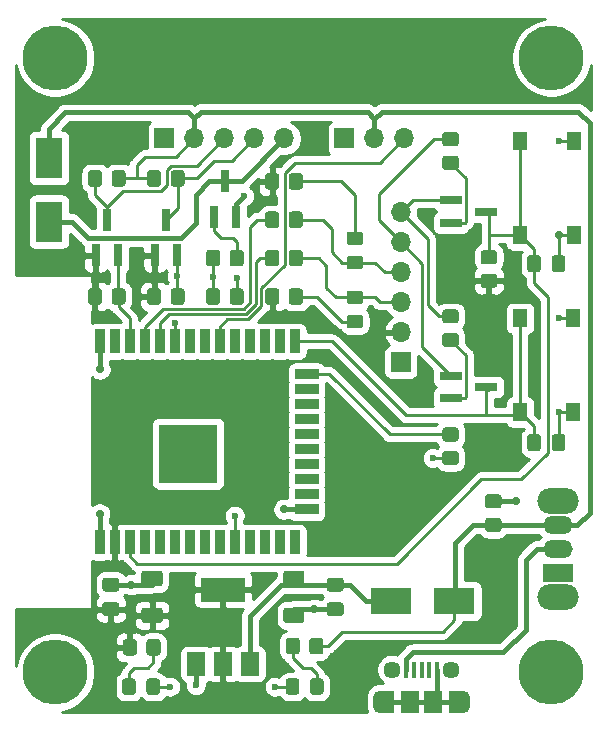
<source format=gbr>
%TF.GenerationSoftware,KiCad,Pcbnew,(5.1.10-1-10_14)*%
%TF.CreationDate,2021-06-24T14:46:10+02:00*%
%TF.ProjectId,RespiratorIF,52657370-6972-4617-946f-7249462e6b69,0.7*%
%TF.SameCoordinates,Original*%
%TF.FileFunction,Copper,L1,Top*%
%TF.FilePolarity,Positive*%
%FSLAX46Y46*%
G04 Gerber Fmt 4.6, Leading zero omitted, Abs format (unit mm)*
G04 Created by KiCad (PCBNEW (5.1.10-1-10_14)) date 2021-06-24 14:46:10*
%MOMM*%
%LPD*%
G01*
G04 APERTURE LIST*
%TA.AperFunction,SMDPad,CuDef*%
%ADD10R,5.000000X5.000000*%
%TD*%
%TA.AperFunction,SMDPad,CuDef*%
%ADD11R,0.900000X2.000000*%
%TD*%
%TA.AperFunction,SMDPad,CuDef*%
%ADD12R,2.000000X0.900000*%
%TD*%
%TA.AperFunction,SMDPad,CuDef*%
%ADD13R,2.300000X3.500000*%
%TD*%
%TA.AperFunction,SMDPad,CuDef*%
%ADD14R,3.500000X2.300000*%
%TD*%
%TA.AperFunction,ComponentPad*%
%ADD15C,5.500000*%
%TD*%
%TA.AperFunction,SMDPad,CuDef*%
%ADD16R,1.500000X1.900000*%
%TD*%
%TA.AperFunction,ComponentPad*%
%ADD17C,1.450000*%
%TD*%
%TA.AperFunction,SMDPad,CuDef*%
%ADD18R,0.400000X1.350000*%
%TD*%
%TA.AperFunction,ComponentPad*%
%ADD19O,1.200000X1.900000*%
%TD*%
%TA.AperFunction,SMDPad,CuDef*%
%ADD20R,1.200000X1.900000*%
%TD*%
%TA.AperFunction,ComponentPad*%
%ADD21R,1.700000X1.700000*%
%TD*%
%TA.AperFunction,ComponentPad*%
%ADD22O,1.700000X1.700000*%
%TD*%
%TA.AperFunction,SMDPad,CuDef*%
%ADD23R,0.800000X1.900000*%
%TD*%
%TA.AperFunction,SMDPad,CuDef*%
%ADD24R,1.900000X0.800000*%
%TD*%
%TA.AperFunction,SMDPad,CuDef*%
%ADD25R,1.300000X1.550000*%
%TD*%
%TA.AperFunction,SMDPad,CuDef*%
%ADD26R,3.800000X2.000000*%
%TD*%
%TA.AperFunction,SMDPad,CuDef*%
%ADD27R,1.500000X2.000000*%
%TD*%
%TA.AperFunction,ComponentPad*%
%ADD28R,2.500000X1.500000*%
%TD*%
%TA.AperFunction,ComponentPad*%
%ADD29O,2.500000X1.500000*%
%TD*%
%TA.AperFunction,ComponentPad*%
%ADD30O,3.500000X2.200000*%
%TD*%
%TA.AperFunction,ViaPad*%
%ADD31C,0.700000*%
%TD*%
%TA.AperFunction,ViaPad*%
%ADD32C,0.600000*%
%TD*%
%TA.AperFunction,ViaPad*%
%ADD33C,0.800000*%
%TD*%
%TA.AperFunction,Conductor*%
%ADD34C,0.400000*%
%TD*%
%TA.AperFunction,Conductor*%
%ADD35C,0.250000*%
%TD*%
%TA.AperFunction,Conductor*%
%ADD36C,0.254000*%
%TD*%
%TA.AperFunction,Conductor*%
%ADD37C,0.100000*%
%TD*%
G04 APERTURE END LIST*
D10*
%TO.P,U2,39*%
%TO.N,GND*%
X139300000Y-99650000D03*
D11*
%TO.P,U2,1*%
X131800000Y-107150000D03*
%TO.P,U2,2*%
%TO.N,+3V3*%
X133070000Y-107150000D03*
%TO.P,U2,3*%
%TO.N,/EN*%
X134340000Y-107150000D03*
%TO.P,U2,4*%
%TO.N,N/C*%
X135610000Y-107150000D03*
%TO.P,U2,5*%
X136880000Y-107150000D03*
%TO.P,U2,6*%
X138150000Y-107150000D03*
%TO.P,U2,7*%
X139420000Y-107150000D03*
%TO.P,U2,8*%
X140690000Y-107150000D03*
%TO.P,U2,9*%
X141960000Y-107150000D03*
%TO.P,U2,10*%
%TO.N,/Sensor_Heater*%
X143230000Y-107150000D03*
%TO.P,U2,11*%
%TO.N,N/C*%
X144500000Y-107150000D03*
%TO.P,U2,12*%
X145770000Y-107150000D03*
%TO.P,U2,13*%
X147040000Y-107150000D03*
%TO.P,U2,14*%
X148310000Y-107150000D03*
D12*
%TO.P,U2,15*%
%TO.N,GND*%
X149310000Y-104365000D03*
%TO.P,U2,16*%
%TO.N,N/C*%
X149310000Y-103095000D03*
%TO.P,U2,17*%
X149310000Y-101825000D03*
%TO.P,U2,18*%
X149310000Y-100555000D03*
%TO.P,U2,19*%
X149310000Y-99285000D03*
%TO.P,U2,20*%
X149310000Y-98015000D03*
%TO.P,U2,21*%
X149310000Y-96745000D03*
%TO.P,U2,22*%
X149310000Y-95475000D03*
%TO.P,U2,23*%
X149310000Y-94205000D03*
%TO.P,U2,24*%
%TO.N,Net-(R13-Pad1)*%
X149310000Y-92935000D03*
D11*
%TO.P,U2,25*%
%TO.N,/IO0*%
X148310000Y-90150000D03*
%TO.P,U2,26*%
%TO.N,N/C*%
X147040000Y-90150000D03*
%TO.P,U2,27*%
X145770000Y-90150000D03*
%TO.P,U2,28*%
X144500000Y-90150000D03*
%TO.P,U2,29*%
X143230000Y-90150000D03*
%TO.P,U2,30*%
%TO.N,/Servo*%
X141960000Y-90150000D03*
%TO.P,U2,31*%
%TO.N,N/C*%
X140690000Y-90150000D03*
%TO.P,U2,32*%
X139420000Y-90150000D03*
%TO.P,U2,33*%
%TO.N,/I2C_Data_low*%
X138150000Y-90150000D03*
%TO.P,U2,34*%
%TO.N,Net-(R15-Pad2)*%
X136880000Y-90150000D03*
%TO.P,U2,35*%
%TO.N,Net-(R14-Pad2)*%
X135610000Y-90150000D03*
%TO.P,U2,36*%
%TO.N,/I2C_Clock_low*%
X134340000Y-90150000D03*
%TO.P,U2,37*%
%TO.N,N/C*%
X133070000Y-90150000D03*
%TO.P,U2,38*%
%TO.N,GND*%
X131800000Y-90150000D03*
%TD*%
D13*
%TO.P,D4,1*%
%TO.N,+5V*%
X127504400Y-74612400D03*
%TO.P,D4,2*%
%TO.N,/Sensor_Heater_GND*%
X127504400Y-80012400D03*
%TD*%
%TO.P,R12,2*%
%TO.N,/EN*%
%TA.AperFunction,SMDPad,CuDef*%
G36*
G01*
X165200001Y-83626000D02*
X164299999Y-83626000D01*
G75*
G02*
X164050000Y-83376001I0J249999D01*
G01*
X164050000Y-82675999D01*
G75*
G02*
X164299999Y-82426000I249999J0D01*
G01*
X165200001Y-82426000D01*
G75*
G02*
X165450000Y-82675999I0J-249999D01*
G01*
X165450000Y-83376001D01*
G75*
G02*
X165200001Y-83626000I-249999J0D01*
G01*
G37*
%TD.AperFunction*%
%TO.P,R12,1*%
%TO.N,+3V3*%
%TA.AperFunction,SMDPad,CuDef*%
G36*
G01*
X165200001Y-85626000D02*
X164299999Y-85626000D01*
G75*
G02*
X164050000Y-85376001I0J249999D01*
G01*
X164050000Y-84675999D01*
G75*
G02*
X164299999Y-84426000I249999J0D01*
G01*
X165200001Y-84426000D01*
G75*
G02*
X165450000Y-84675999I0J-249999D01*
G01*
X165450000Y-85376001D01*
G75*
G02*
X165200001Y-85626000I-249999J0D01*
G01*
G37*
%TD.AperFunction*%
%TD*%
%TO.P,C1,1*%
%TO.N,Net-(C1-Pad1)*%
%TA.AperFunction,SMDPad,CuDef*%
G36*
G01*
X151261800Y-110155200D02*
X152211800Y-110155200D01*
G75*
G02*
X152461800Y-110405200I0J-250000D01*
G01*
X152461800Y-111080200D01*
G75*
G02*
X152211800Y-111330200I-250000J0D01*
G01*
X151261800Y-111330200D01*
G75*
G02*
X151011800Y-111080200I0J250000D01*
G01*
X151011800Y-110405200D01*
G75*
G02*
X151261800Y-110155200I250000J0D01*
G01*
G37*
%TD.AperFunction*%
%TO.P,C1,2*%
%TO.N,GND*%
%TA.AperFunction,SMDPad,CuDef*%
G36*
G01*
X151261800Y-112230200D02*
X152211800Y-112230200D01*
G75*
G02*
X152461800Y-112480200I0J-250000D01*
G01*
X152461800Y-113155200D01*
G75*
G02*
X152211800Y-113405200I-250000J0D01*
G01*
X151261800Y-113405200D01*
G75*
G02*
X151011800Y-113155200I0J250000D01*
G01*
X151011800Y-112480200D01*
G75*
G02*
X151261800Y-112230200I250000J0D01*
G01*
G37*
%TD.AperFunction*%
%TD*%
%TO.P,C3,2*%
%TO.N,GND*%
%TA.AperFunction,SMDPad,CuDef*%
G36*
G01*
X133211800Y-111330200D02*
X132261800Y-111330200D01*
G75*
G02*
X132011800Y-111080200I0J250000D01*
G01*
X132011800Y-110405200D01*
G75*
G02*
X132261800Y-110155200I250000J0D01*
G01*
X133211800Y-110155200D01*
G75*
G02*
X133461800Y-110405200I0J-250000D01*
G01*
X133461800Y-111080200D01*
G75*
G02*
X133211800Y-111330200I-250000J0D01*
G01*
G37*
%TD.AperFunction*%
%TO.P,C3,1*%
%TO.N,+3V3*%
%TA.AperFunction,SMDPad,CuDef*%
G36*
G01*
X133211800Y-113405200D02*
X132261800Y-113405200D01*
G75*
G02*
X132011800Y-113155200I0J250000D01*
G01*
X132011800Y-112480200D01*
G75*
G02*
X132261800Y-112230200I250000J0D01*
G01*
X133211800Y-112230200D01*
G75*
G02*
X133461800Y-112480200I0J-250000D01*
G01*
X133461800Y-113155200D01*
G75*
G02*
X133211800Y-113405200I-250000J0D01*
G01*
G37*
%TD.AperFunction*%
%TD*%
%TO.P,C5,1*%
%TO.N,/EN*%
%TA.AperFunction,SMDPad,CuDef*%
G36*
G01*
X167987500Y-84045000D02*
X167987500Y-83095000D01*
G75*
G02*
X168237500Y-82845000I250000J0D01*
G01*
X168912500Y-82845000D01*
G75*
G02*
X169162500Y-83095000I0J-250000D01*
G01*
X169162500Y-84045000D01*
G75*
G02*
X168912500Y-84295000I-250000J0D01*
G01*
X168237500Y-84295000D01*
G75*
G02*
X167987500Y-84045000I0J250000D01*
G01*
G37*
%TD.AperFunction*%
%TO.P,C5,2*%
%TO.N,GND*%
%TA.AperFunction,SMDPad,CuDef*%
G36*
G01*
X170062500Y-84045000D02*
X170062500Y-83095000D01*
G75*
G02*
X170312500Y-82845000I250000J0D01*
G01*
X170987500Y-82845000D01*
G75*
G02*
X171237500Y-83095000I0J-250000D01*
G01*
X171237500Y-84045000D01*
G75*
G02*
X170987500Y-84295000I-250000J0D01*
G01*
X170312500Y-84295000D01*
G75*
G02*
X170062500Y-84045000I0J250000D01*
G01*
G37*
%TD.AperFunction*%
%TD*%
%TO.P,C6,2*%
%TO.N,GND*%
%TA.AperFunction,SMDPad,CuDef*%
G36*
G01*
X170062500Y-99195000D02*
X170062500Y-98245000D01*
G75*
G02*
X170312500Y-97995000I250000J0D01*
G01*
X170987500Y-97995000D01*
G75*
G02*
X171237500Y-98245000I0J-250000D01*
G01*
X171237500Y-99195000D01*
G75*
G02*
X170987500Y-99445000I-250000J0D01*
G01*
X170312500Y-99445000D01*
G75*
G02*
X170062500Y-99195000I0J250000D01*
G01*
G37*
%TD.AperFunction*%
%TO.P,C6,1*%
%TO.N,/IO0*%
%TA.AperFunction,SMDPad,CuDef*%
G36*
G01*
X167987500Y-99195000D02*
X167987500Y-98245000D01*
G75*
G02*
X168237500Y-97995000I250000J0D01*
G01*
X168912500Y-97995000D01*
G75*
G02*
X169162500Y-98245000I0J-250000D01*
G01*
X169162500Y-99195000D01*
G75*
G02*
X168912500Y-99445000I-250000J0D01*
G01*
X168237500Y-99445000D01*
G75*
G02*
X167987500Y-99195000I0J250000D01*
G01*
G37*
%TD.AperFunction*%
%TD*%
%TO.P,D2,2*%
%TO.N,Net-(D2-Pad2)*%
%TA.AperFunction,SMDPad,CuDef*%
G36*
G01*
X149602200Y-119824801D02*
X149602200Y-118924799D01*
G75*
G02*
X149852199Y-118674800I249999J0D01*
G01*
X150502201Y-118674800D01*
G75*
G02*
X150752200Y-118924799I0J-249999D01*
G01*
X150752200Y-119824801D01*
G75*
G02*
X150502201Y-120074800I-249999J0D01*
G01*
X149852199Y-120074800D01*
G75*
G02*
X149602200Y-119824801I0J249999D01*
G01*
G37*
%TD.AperFunction*%
%TO.P,D2,1*%
%TO.N,GND*%
%TA.AperFunction,SMDPad,CuDef*%
G36*
G01*
X147552200Y-119824801D02*
X147552200Y-118924799D01*
G75*
G02*
X147802199Y-118674800I249999J0D01*
G01*
X148452201Y-118674800D01*
G75*
G02*
X148702200Y-118924799I0J-249999D01*
G01*
X148702200Y-119824801D01*
G75*
G02*
X148452201Y-120074800I-249999J0D01*
G01*
X147802199Y-120074800D01*
G75*
G02*
X147552200Y-119824801I0J249999D01*
G01*
G37*
%TD.AperFunction*%
%TD*%
%TO.P,D3,2*%
%TO.N,Net-(D3-Pad2)*%
%TA.AperFunction,SMDPad,CuDef*%
G36*
G01*
X134852200Y-118924799D02*
X134852200Y-119824801D01*
G75*
G02*
X134602201Y-120074800I-249999J0D01*
G01*
X133952199Y-120074800D01*
G75*
G02*
X133702200Y-119824801I0J249999D01*
G01*
X133702200Y-118924799D01*
G75*
G02*
X133952199Y-118674800I249999J0D01*
G01*
X134602201Y-118674800D01*
G75*
G02*
X134852200Y-118924799I0J-249999D01*
G01*
G37*
%TD.AperFunction*%
%TO.P,D3,1*%
%TO.N,GND*%
%TA.AperFunction,SMDPad,CuDef*%
G36*
G01*
X136902200Y-118924799D02*
X136902200Y-119824801D01*
G75*
G02*
X136652201Y-120074800I-249999J0D01*
G01*
X136002199Y-120074800D01*
G75*
G02*
X135752200Y-119824801I0J249999D01*
G01*
X135752200Y-118924799D01*
G75*
G02*
X136002199Y-118674800I249999J0D01*
G01*
X136652201Y-118674800D01*
G75*
G02*
X136902200Y-118924799I0J-249999D01*
G01*
G37*
%TD.AperFunction*%
%TD*%
D14*
%TO.P,D1,2*%
%TO.N,+5V*%
X161827400Y-112135400D03*
%TO.P,D1,1*%
%TO.N,Net-(C1-Pad1)*%
X156427400Y-112135400D03*
%TD*%
%TO.P,D5,1*%
%TO.N,/RX*%
%TA.AperFunction,SMDPad,CuDef*%
G36*
G01*
X153850001Y-84050000D02*
X152949999Y-84050000D01*
G75*
G02*
X152700000Y-83800001I0J249999D01*
G01*
X152700000Y-83149999D01*
G75*
G02*
X152949999Y-82900000I249999J0D01*
G01*
X153850001Y-82900000D01*
G75*
G02*
X154100000Y-83149999I0J-249999D01*
G01*
X154100000Y-83800001D01*
G75*
G02*
X153850001Y-84050000I-249999J0D01*
G01*
G37*
%TD.AperFunction*%
%TO.P,D5,2*%
%TO.N,Net-(D5-Pad2)*%
%TA.AperFunction,SMDPad,CuDef*%
G36*
G01*
X153850001Y-82000000D02*
X152949999Y-82000000D01*
G75*
G02*
X152700000Y-81750001I0J249999D01*
G01*
X152700000Y-81099999D01*
G75*
G02*
X152949999Y-80850000I249999J0D01*
G01*
X153850001Y-80850000D01*
G75*
G02*
X154100000Y-81099999I0J-249999D01*
G01*
X154100000Y-81750001D01*
G75*
G02*
X153850001Y-82000000I-249999J0D01*
G01*
G37*
%TD.AperFunction*%
%TD*%
%TO.P,D6,1*%
%TO.N,/TX*%
%TA.AperFunction,SMDPad,CuDef*%
G36*
G01*
X152949999Y-85850000D02*
X153850001Y-85850000D01*
G75*
G02*
X154100000Y-86099999I0J-249999D01*
G01*
X154100000Y-86750001D01*
G75*
G02*
X153850001Y-87000000I-249999J0D01*
G01*
X152949999Y-87000000D01*
G75*
G02*
X152700000Y-86750001I0J249999D01*
G01*
X152700000Y-86099999D01*
G75*
G02*
X152949999Y-85850000I249999J0D01*
G01*
G37*
%TD.AperFunction*%
%TO.P,D6,2*%
%TO.N,Net-(D6-Pad2)*%
%TA.AperFunction,SMDPad,CuDef*%
G36*
G01*
X152949999Y-87900000D02*
X153850001Y-87900000D01*
G75*
G02*
X154100000Y-88149999I0J-249999D01*
G01*
X154100000Y-88800001D01*
G75*
G02*
X153850001Y-89050000I-249999J0D01*
G01*
X152949999Y-89050000D01*
G75*
G02*
X152700000Y-88800001I0J249999D01*
G01*
X152700000Y-88149999D01*
G75*
G02*
X152949999Y-87900000I249999J0D01*
G01*
G37*
%TD.AperFunction*%
%TD*%
D15*
%TO.P,H1,1*%
%TO.N,N/C*%
X128050000Y-118150000D03*
%TD*%
%TO.P,H2,1*%
%TO.N,N/C*%
X170050000Y-118150000D03*
%TD*%
%TO.P,H3,1*%
%TO.N,N/C*%
X170050000Y-66150000D03*
%TD*%
%TO.P,H4,1*%
%TO.N,N/C*%
X128050000Y-66150000D03*
%TD*%
D16*
%TO.P,J1,6*%
%TO.N,GND*%
X160050000Y-120650000D03*
D17*
X156550000Y-117950000D03*
D18*
%TO.P,J1,2*%
%TO.N,N/C*%
X158400000Y-117950000D03*
%TO.P,J1,1*%
%TO.N,Net-(J1-Pad1)*%
X157750000Y-117950000D03*
%TO.P,J1,5*%
%TO.N,GND*%
X160350000Y-117950000D03*
%TO.P,J1,4*%
%TO.N,N/C*%
X159700000Y-117950000D03*
%TO.P,J1,3*%
X159050000Y-117950000D03*
D17*
%TO.P,J1,6*%
%TO.N,GND*%
X161550000Y-117950000D03*
D16*
X158050000Y-120650000D03*
D19*
X155550000Y-120650000D03*
X162550000Y-120650000D03*
D20*
X161950000Y-120650000D03*
X156150000Y-120650000D03*
%TD*%
D21*
%TO.P,J2,1*%
%TO.N,GND*%
X152523400Y-72964400D03*
D22*
%TO.P,J2,2*%
%TO.N,+5V*%
X155063400Y-72964400D03*
%TO.P,J2,3*%
%TO.N,/Servo*%
X157603400Y-72964400D03*
%TD*%
D21*
%TO.P,J3,1*%
%TO.N,GND*%
X137283400Y-72964400D03*
D22*
%TO.P,J3,2*%
%TO.N,+5V*%
X139823400Y-72964400D03*
%TO.P,J3,3*%
%TO.N,/I2C_Clock_high*%
X142363400Y-72964400D03*
%TO.P,J3,4*%
%TO.N,/I2C_Data_high*%
X144903400Y-72964400D03*
%TO.P,J3,5*%
%TO.N,/Sensor_Heater_GND*%
X147443400Y-72964400D03*
%TD*%
D23*
%TO.P,Q1,1*%
%TO.N,+3V3*%
X131450000Y-82850000D03*
%TO.P,Q1,2*%
%TO.N,/I2C_Clock_low*%
X133350000Y-82850000D03*
%TO.P,Q1,3*%
%TO.N,/I2C_Clock_high*%
X132400000Y-79850000D03*
%TD*%
%TO.P,Q2,3*%
%TO.N,/I2C_Data_high*%
X137400000Y-79850000D03*
%TO.P,Q2,2*%
%TO.N,/I2C_Data_low*%
X138350000Y-82850000D03*
%TO.P,Q2,1*%
%TO.N,+3V3*%
X136450000Y-82850000D03*
%TD*%
%TO.P,Q3,1*%
%TO.N,Net-(Q3-Pad1)*%
X141450000Y-79600000D03*
%TO.P,Q3,2*%
%TO.N,GND*%
X143350000Y-79600000D03*
%TO.P,Q3,3*%
%TO.N,/Sensor_Heater_GND*%
X142400000Y-76600000D03*
%TD*%
D24*
%TO.P,Q4,3*%
%TO.N,/EN*%
X164540400Y-79162400D03*
%TO.P,Q4,2*%
%TO.N,Net-(Q4-Pad2)*%
X161540400Y-80112400D03*
%TO.P,Q4,1*%
%TO.N,/RTS*%
X161540400Y-78212400D03*
%TD*%
%TO.P,Q5,1*%
%TO.N,/DTR*%
X161540400Y-93071400D03*
%TO.P,Q5,2*%
%TO.N,Net-(Q5-Pad2)*%
X161540400Y-94971400D03*
%TO.P,Q5,3*%
%TO.N,/IO0*%
X164540400Y-94021400D03*
%TD*%
%TO.P,R1,1*%
%TO.N,+5V*%
%TA.AperFunction,SMDPad,CuDef*%
G36*
G01*
X150745200Y-115495799D02*
X150745200Y-116395801D01*
G75*
G02*
X150495201Y-116645800I-249999J0D01*
G01*
X149795199Y-116645800D01*
G75*
G02*
X149545200Y-116395801I0J249999D01*
G01*
X149545200Y-115495799D01*
G75*
G02*
X149795199Y-115245800I249999J0D01*
G01*
X150495201Y-115245800D01*
G75*
G02*
X150745200Y-115495799I0J-249999D01*
G01*
G37*
%TD.AperFunction*%
%TO.P,R1,2*%
%TO.N,Net-(D2-Pad2)*%
%TA.AperFunction,SMDPad,CuDef*%
G36*
G01*
X148745200Y-115495799D02*
X148745200Y-116395801D01*
G75*
G02*
X148495201Y-116645800I-249999J0D01*
G01*
X147795199Y-116645800D01*
G75*
G02*
X147545200Y-116395801I0J249999D01*
G01*
X147545200Y-115495799D01*
G75*
G02*
X147795199Y-115245800I249999J0D01*
G01*
X148495201Y-115245800D01*
G75*
G02*
X148745200Y-115495799I0J-249999D01*
G01*
G37*
%TD.AperFunction*%
%TD*%
%TO.P,R2,2*%
%TO.N,/I2C_Clock_low*%
%TA.AperFunction,SMDPad,CuDef*%
G36*
G01*
X132800000Y-86800001D02*
X132800000Y-85899999D01*
G75*
G02*
X133049999Y-85650000I249999J0D01*
G01*
X133750001Y-85650000D01*
G75*
G02*
X134000000Y-85899999I0J-249999D01*
G01*
X134000000Y-86800001D01*
G75*
G02*
X133750001Y-87050000I-249999J0D01*
G01*
X133049999Y-87050000D01*
G75*
G02*
X132800000Y-86800001I0J249999D01*
G01*
G37*
%TD.AperFunction*%
%TO.P,R2,1*%
%TO.N,+3V3*%
%TA.AperFunction,SMDPad,CuDef*%
G36*
G01*
X130800000Y-86800001D02*
X130800000Y-85899999D01*
G75*
G02*
X131049999Y-85650000I249999J0D01*
G01*
X131750001Y-85650000D01*
G75*
G02*
X132000000Y-85899999I0J-249999D01*
G01*
X132000000Y-86800001D01*
G75*
G02*
X131750001Y-87050000I-249999J0D01*
G01*
X131049999Y-87050000D01*
G75*
G02*
X130800000Y-86800001I0J249999D01*
G01*
G37*
%TD.AperFunction*%
%TD*%
%TO.P,R3,1*%
%TO.N,+3V3*%
%TA.AperFunction,SMDPad,CuDef*%
G36*
G01*
X135800000Y-86800001D02*
X135800000Y-85899999D01*
G75*
G02*
X136049999Y-85650000I249999J0D01*
G01*
X136750001Y-85650000D01*
G75*
G02*
X137000000Y-85899999I0J-249999D01*
G01*
X137000000Y-86800001D01*
G75*
G02*
X136750001Y-87050000I-249999J0D01*
G01*
X136049999Y-87050000D01*
G75*
G02*
X135800000Y-86800001I0J249999D01*
G01*
G37*
%TD.AperFunction*%
%TO.P,R3,2*%
%TO.N,/I2C_Data_low*%
%TA.AperFunction,SMDPad,CuDef*%
G36*
G01*
X137800000Y-86800001D02*
X137800000Y-85899999D01*
G75*
G02*
X138049999Y-85650000I249999J0D01*
G01*
X138750001Y-85650000D01*
G75*
G02*
X139000000Y-85899999I0J-249999D01*
G01*
X139000000Y-86800001D01*
G75*
G02*
X138750001Y-87050000I-249999J0D01*
G01*
X138049999Y-87050000D01*
G75*
G02*
X137800000Y-86800001I0J249999D01*
G01*
G37*
%TD.AperFunction*%
%TD*%
%TO.P,R4,2*%
%TO.N,Net-(D3-Pad2)*%
%TA.AperFunction,SMDPad,CuDef*%
G36*
G01*
X135753000Y-116497401D02*
X135753000Y-115597399D01*
G75*
G02*
X136002999Y-115347400I249999J0D01*
G01*
X136703001Y-115347400D01*
G75*
G02*
X136953000Y-115597399I0J-249999D01*
G01*
X136953000Y-116497401D01*
G75*
G02*
X136703001Y-116747400I-249999J0D01*
G01*
X136002999Y-116747400D01*
G75*
G02*
X135753000Y-116497401I0J249999D01*
G01*
G37*
%TD.AperFunction*%
%TO.P,R4,1*%
%TO.N,+3V3*%
%TA.AperFunction,SMDPad,CuDef*%
G36*
G01*
X133753000Y-116497401D02*
X133753000Y-115597399D01*
G75*
G02*
X134002999Y-115347400I249999J0D01*
G01*
X134703001Y-115347400D01*
G75*
G02*
X134953000Y-115597399I0J-249999D01*
G01*
X134953000Y-116497401D01*
G75*
G02*
X134703001Y-116747400I-249999J0D01*
G01*
X134002999Y-116747400D01*
G75*
G02*
X133753000Y-116497401I0J249999D01*
G01*
G37*
%TD.AperFunction*%
%TD*%
%TO.P,R6,1*%
%TO.N,+5V*%
%TA.AperFunction,SMDPad,CuDef*%
G36*
G01*
X134000000Y-75899999D02*
X134000000Y-76800001D01*
G75*
G02*
X133750001Y-77050000I-249999J0D01*
G01*
X133049999Y-77050000D01*
G75*
G02*
X132800000Y-76800001I0J249999D01*
G01*
X132800000Y-75899999D01*
G75*
G02*
X133049999Y-75650000I249999J0D01*
G01*
X133750001Y-75650000D01*
G75*
G02*
X134000000Y-75899999I0J-249999D01*
G01*
G37*
%TD.AperFunction*%
%TO.P,R6,2*%
%TO.N,/I2C_Clock_high*%
%TA.AperFunction,SMDPad,CuDef*%
G36*
G01*
X132000000Y-75899999D02*
X132000000Y-76800001D01*
G75*
G02*
X131750001Y-77050000I-249999J0D01*
G01*
X131049999Y-77050000D01*
G75*
G02*
X130800000Y-76800001I0J249999D01*
G01*
X130800000Y-75899999D01*
G75*
G02*
X131049999Y-75650000I249999J0D01*
G01*
X131750001Y-75650000D01*
G75*
G02*
X132000000Y-75899999I0J-249999D01*
G01*
G37*
%TD.AperFunction*%
%TD*%
%TO.P,R7,2*%
%TO.N,/I2C_Data_high*%
%TA.AperFunction,SMDPad,CuDef*%
G36*
G01*
X137800000Y-76800001D02*
X137800000Y-75899999D01*
G75*
G02*
X138049999Y-75650000I249999J0D01*
G01*
X138750001Y-75650000D01*
G75*
G02*
X139000000Y-75899999I0J-249999D01*
G01*
X139000000Y-76800001D01*
G75*
G02*
X138750001Y-77050000I-249999J0D01*
G01*
X138049999Y-77050000D01*
G75*
G02*
X137800000Y-76800001I0J249999D01*
G01*
G37*
%TD.AperFunction*%
%TO.P,R7,1*%
%TO.N,+5V*%
%TA.AperFunction,SMDPad,CuDef*%
G36*
G01*
X135800000Y-76800001D02*
X135800000Y-75899999D01*
G75*
G02*
X136049999Y-75650000I249999J0D01*
G01*
X136750001Y-75650000D01*
G75*
G02*
X137000000Y-75899999I0J-249999D01*
G01*
X137000000Y-76800001D01*
G75*
G02*
X136750001Y-77050000I-249999J0D01*
G01*
X136049999Y-77050000D01*
G75*
G02*
X135800000Y-76800001I0J249999D01*
G01*
G37*
%TD.AperFunction*%
%TD*%
%TO.P,R8,2*%
%TO.N,GND*%
%TA.AperFunction,SMDPad,CuDef*%
G36*
G01*
X142800000Y-86800001D02*
X142800000Y-85899999D01*
G75*
G02*
X143049999Y-85650000I249999J0D01*
G01*
X143750001Y-85650000D01*
G75*
G02*
X144000000Y-85899999I0J-249999D01*
G01*
X144000000Y-86800001D01*
G75*
G02*
X143750001Y-87050000I-249999J0D01*
G01*
X143049999Y-87050000D01*
G75*
G02*
X142800000Y-86800001I0J249999D01*
G01*
G37*
%TD.AperFunction*%
%TO.P,R8,1*%
%TO.N,/Sensor_Heater*%
%TA.AperFunction,SMDPad,CuDef*%
G36*
G01*
X140800000Y-86800001D02*
X140800000Y-85899999D01*
G75*
G02*
X141049999Y-85650000I249999J0D01*
G01*
X141750001Y-85650000D01*
G75*
G02*
X142000000Y-85899999I0J-249999D01*
G01*
X142000000Y-86800001D01*
G75*
G02*
X141750001Y-87050000I-249999J0D01*
G01*
X141049999Y-87050000D01*
G75*
G02*
X140800000Y-86800001I0J249999D01*
G01*
G37*
%TD.AperFunction*%
%TD*%
%TO.P,R9,2*%
%TO.N,/DTR*%
%TA.AperFunction,SMDPad,CuDef*%
G36*
G01*
X161950001Y-73626000D02*
X161049999Y-73626000D01*
G75*
G02*
X160800000Y-73376001I0J249999D01*
G01*
X160800000Y-72675999D01*
G75*
G02*
X161049999Y-72426000I249999J0D01*
G01*
X161950001Y-72426000D01*
G75*
G02*
X162200000Y-72675999I0J-249999D01*
G01*
X162200000Y-73376001D01*
G75*
G02*
X161950001Y-73626000I-249999J0D01*
G01*
G37*
%TD.AperFunction*%
%TO.P,R9,1*%
%TO.N,Net-(Q4-Pad2)*%
%TA.AperFunction,SMDPad,CuDef*%
G36*
G01*
X161950001Y-75626000D02*
X161049999Y-75626000D01*
G75*
G02*
X160800000Y-75376001I0J249999D01*
G01*
X160800000Y-74675999D01*
G75*
G02*
X161049999Y-74426000I249999J0D01*
G01*
X161950001Y-74426000D01*
G75*
G02*
X162200000Y-74675999I0J-249999D01*
G01*
X162200000Y-75376001D01*
G75*
G02*
X161950001Y-75626000I-249999J0D01*
G01*
G37*
%TD.AperFunction*%
%TD*%
%TO.P,R10,2*%
%TO.N,/RTS*%
%TA.AperFunction,SMDPad,CuDef*%
G36*
G01*
X161950001Y-88626000D02*
X161049999Y-88626000D01*
G75*
G02*
X160800000Y-88376001I0J249999D01*
G01*
X160800000Y-87675999D01*
G75*
G02*
X161049999Y-87426000I249999J0D01*
G01*
X161950001Y-87426000D01*
G75*
G02*
X162200000Y-87675999I0J-249999D01*
G01*
X162200000Y-88376001D01*
G75*
G02*
X161950001Y-88626000I-249999J0D01*
G01*
G37*
%TD.AperFunction*%
%TO.P,R10,1*%
%TO.N,Net-(Q5-Pad2)*%
%TA.AperFunction,SMDPad,CuDef*%
G36*
G01*
X161950001Y-90626000D02*
X161049999Y-90626000D01*
G75*
G02*
X160800000Y-90376001I0J249999D01*
G01*
X160800000Y-89675999D01*
G75*
G02*
X161049999Y-89426000I249999J0D01*
G01*
X161950001Y-89426000D01*
G75*
G02*
X162200000Y-89675999I0J-249999D01*
G01*
X162200000Y-90376001D01*
G75*
G02*
X161950001Y-90626000I-249999J0D01*
G01*
G37*
%TD.AperFunction*%
%TD*%
%TO.P,R11,1*%
%TO.N,Net-(Q3-Pad1)*%
%TA.AperFunction,SMDPad,CuDef*%
G36*
G01*
X144000000Y-82649999D02*
X144000000Y-83550001D01*
G75*
G02*
X143750001Y-83800000I-249999J0D01*
G01*
X143049999Y-83800000D01*
G75*
G02*
X142800000Y-83550001I0J249999D01*
G01*
X142800000Y-82649999D01*
G75*
G02*
X143049999Y-82400000I249999J0D01*
G01*
X143750001Y-82400000D01*
G75*
G02*
X144000000Y-82649999I0J-249999D01*
G01*
G37*
%TD.AperFunction*%
%TO.P,R11,2*%
%TO.N,/Sensor_Heater*%
%TA.AperFunction,SMDPad,CuDef*%
G36*
G01*
X142000000Y-82649999D02*
X142000000Y-83550001D01*
G75*
G02*
X141750001Y-83800000I-249999J0D01*
G01*
X141049999Y-83800000D01*
G75*
G02*
X140800000Y-83550001I0J249999D01*
G01*
X140800000Y-82649999D01*
G75*
G02*
X141049999Y-82400000I249999J0D01*
G01*
X141750001Y-82400000D01*
G75*
G02*
X142000000Y-82649999I0J-249999D01*
G01*
G37*
%TD.AperFunction*%
%TD*%
%TO.P,R13,1*%
%TO.N,Net-(R13-Pad1)*%
%TA.AperFunction,SMDPad,CuDef*%
G36*
G01*
X161049999Y-97426000D02*
X161950001Y-97426000D01*
G75*
G02*
X162200000Y-97675999I0J-249999D01*
G01*
X162200000Y-98376001D01*
G75*
G02*
X161950001Y-98626000I-249999J0D01*
G01*
X161049999Y-98626000D01*
G75*
G02*
X160800000Y-98376001I0J249999D01*
G01*
X160800000Y-97675999D01*
G75*
G02*
X161049999Y-97426000I249999J0D01*
G01*
G37*
%TD.AperFunction*%
%TO.P,R13,2*%
%TO.N,GND*%
%TA.AperFunction,SMDPad,CuDef*%
G36*
G01*
X161049999Y-99426000D02*
X161950001Y-99426000D01*
G75*
G02*
X162200000Y-99675999I0J-249999D01*
G01*
X162200000Y-100376001D01*
G75*
G02*
X161950001Y-100626000I-249999J0D01*
G01*
X161049999Y-100626000D01*
G75*
G02*
X160800000Y-100376001I0J249999D01*
G01*
X160800000Y-99675999D01*
G75*
G02*
X161049999Y-99426000I249999J0D01*
G01*
G37*
%TD.AperFunction*%
%TD*%
%TO.P,R14,2*%
%TO.N,Net-(R14-Pad2)*%
%TA.AperFunction,SMDPad,CuDef*%
G36*
G01*
X147000000Y-79399999D02*
X147000000Y-80300001D01*
G75*
G02*
X146750001Y-80550000I-249999J0D01*
G01*
X146049999Y-80550000D01*
G75*
G02*
X145800000Y-80300001I0J249999D01*
G01*
X145800000Y-79399999D01*
G75*
G02*
X146049999Y-79150000I249999J0D01*
G01*
X146750001Y-79150000D01*
G75*
G02*
X147000000Y-79399999I0J-249999D01*
G01*
G37*
%TD.AperFunction*%
%TO.P,R14,1*%
%TO.N,/RX*%
%TA.AperFunction,SMDPad,CuDef*%
G36*
G01*
X149000000Y-79399999D02*
X149000000Y-80300001D01*
G75*
G02*
X148750001Y-80550000I-249999J0D01*
G01*
X148049999Y-80550000D01*
G75*
G02*
X147800000Y-80300001I0J249999D01*
G01*
X147800000Y-79399999D01*
G75*
G02*
X148049999Y-79150000I249999J0D01*
G01*
X148750001Y-79150000D01*
G75*
G02*
X149000000Y-79399999I0J-249999D01*
G01*
G37*
%TD.AperFunction*%
%TD*%
%TO.P,R15,1*%
%TO.N,/TX*%
%TA.AperFunction,SMDPad,CuDef*%
G36*
G01*
X149000000Y-82649999D02*
X149000000Y-83550001D01*
G75*
G02*
X148750001Y-83800000I-249999J0D01*
G01*
X148049999Y-83800000D01*
G75*
G02*
X147800000Y-83550001I0J249999D01*
G01*
X147800000Y-82649999D01*
G75*
G02*
X148049999Y-82400000I249999J0D01*
G01*
X148750001Y-82400000D01*
G75*
G02*
X149000000Y-82649999I0J-249999D01*
G01*
G37*
%TD.AperFunction*%
%TO.P,R15,2*%
%TO.N,Net-(R15-Pad2)*%
%TA.AperFunction,SMDPad,CuDef*%
G36*
G01*
X147000000Y-82649999D02*
X147000000Y-83550001D01*
G75*
G02*
X146750001Y-83800000I-249999J0D01*
G01*
X146049999Y-83800000D01*
G75*
G02*
X145800000Y-83550001I0J249999D01*
G01*
X145800000Y-82649999D01*
G75*
G02*
X146049999Y-82400000I249999J0D01*
G01*
X146750001Y-82400000D01*
G75*
G02*
X147000000Y-82649999I0J-249999D01*
G01*
G37*
%TD.AperFunction*%
%TD*%
%TO.P,R16,1*%
%TO.N,+3V3*%
%TA.AperFunction,SMDPad,CuDef*%
G36*
G01*
X145800000Y-77050001D02*
X145800000Y-76149999D01*
G75*
G02*
X146049999Y-75900000I249999J0D01*
G01*
X146750001Y-75900000D01*
G75*
G02*
X147000000Y-76149999I0J-249999D01*
G01*
X147000000Y-77050001D01*
G75*
G02*
X146750001Y-77300000I-249999J0D01*
G01*
X146049999Y-77300000D01*
G75*
G02*
X145800000Y-77050001I0J249999D01*
G01*
G37*
%TD.AperFunction*%
%TO.P,R16,2*%
%TO.N,Net-(D5-Pad2)*%
%TA.AperFunction,SMDPad,CuDef*%
G36*
G01*
X147800000Y-77050001D02*
X147800000Y-76149999D01*
G75*
G02*
X148049999Y-75900000I249999J0D01*
G01*
X148750001Y-75900000D01*
G75*
G02*
X149000000Y-76149999I0J-249999D01*
G01*
X149000000Y-77050001D01*
G75*
G02*
X148750001Y-77300000I-249999J0D01*
G01*
X148049999Y-77300000D01*
G75*
G02*
X147800000Y-77050001I0J249999D01*
G01*
G37*
%TD.AperFunction*%
%TD*%
%TO.P,R17,1*%
%TO.N,+3V3*%
%TA.AperFunction,SMDPad,CuDef*%
G36*
G01*
X145800000Y-86800001D02*
X145800000Y-85899999D01*
G75*
G02*
X146049999Y-85650000I249999J0D01*
G01*
X146750001Y-85650000D01*
G75*
G02*
X147000000Y-85899999I0J-249999D01*
G01*
X147000000Y-86800001D01*
G75*
G02*
X146750001Y-87050000I-249999J0D01*
G01*
X146049999Y-87050000D01*
G75*
G02*
X145800000Y-86800001I0J249999D01*
G01*
G37*
%TD.AperFunction*%
%TO.P,R17,2*%
%TO.N,Net-(D6-Pad2)*%
%TA.AperFunction,SMDPad,CuDef*%
G36*
G01*
X147800000Y-86800001D02*
X147800000Y-85899999D01*
G75*
G02*
X148049999Y-85650000I249999J0D01*
G01*
X148750001Y-85650000D01*
G75*
G02*
X149000000Y-85899999I0J-249999D01*
G01*
X149000000Y-86800001D01*
G75*
G02*
X148750001Y-87050000I-249999J0D01*
G01*
X148049999Y-87050000D01*
G75*
G02*
X147800000Y-86800001I0J249999D01*
G01*
G37*
%TD.AperFunction*%
%TD*%
D25*
%TO.P,SW2,2*%
%TO.N,/EN*%
X167417400Y-81142000D03*
%TO.P,SW2,1*%
%TO.N,GND*%
X171917400Y-81142000D03*
X171917400Y-73192000D03*
%TO.P,SW2,2*%
%TO.N,/EN*%
X167417400Y-73192000D03*
%TD*%
%TO.P,SW3,2*%
%TO.N,/IO0*%
X167403600Y-88192680D03*
%TO.P,SW3,1*%
%TO.N,GND*%
X171903600Y-88192680D03*
X171903600Y-96142680D03*
%TO.P,SW3,2*%
%TO.N,/IO0*%
X167403600Y-96142680D03*
%TD*%
D26*
%TO.P,U1,2*%
%TO.N,+3V3*%
X142236800Y-111155200D03*
D27*
X142236800Y-117455200D03*
%TO.P,U1,3*%
%TO.N,Net-(C1-Pad1)*%
X144536800Y-117455200D03*
%TO.P,U1,1*%
%TO.N,GND*%
X139936800Y-117455200D03*
%TD*%
D21*
%TO.P,J4,1*%
%TO.N,GND*%
X157300000Y-91906000D03*
D22*
%TO.P,J4,2*%
%TO.N,+3V3*%
X157300000Y-89366000D03*
%TO.P,J4,3*%
%TO.N,/TX*%
X157300000Y-86826000D03*
%TO.P,J4,4*%
%TO.N,/RX*%
X157300000Y-84286000D03*
%TO.P,J4,5*%
%TO.N,/DTR*%
X157300000Y-81746000D03*
%TO.P,J4,6*%
%TO.N,/RTS*%
X157300000Y-79206000D03*
%TD*%
D28*
%TO.P,SW1,1*%
%TO.N,N/C*%
X170598800Y-109722800D03*
D29*
%TO.P,SW1,2*%
%TO.N,Net-(J1-Pad1)*%
X170598800Y-107722800D03*
%TO.P,SW1,3*%
%TO.N,+5V*%
X170598800Y-105722800D03*
D30*
%TO.P,SW1,*%
%TO.N,*%
X170598800Y-111822800D03*
X170598800Y-103622800D03*
%TD*%
%TO.P,R5,1*%
%TO.N,+5V*%
%TA.AperFunction,SMDPad,CuDef*%
G36*
G01*
X165571801Y-106284200D02*
X164671799Y-106284200D01*
G75*
G02*
X164421800Y-106034201I0J249999D01*
G01*
X164421800Y-105334199D01*
G75*
G02*
X164671799Y-105084200I249999J0D01*
G01*
X165571801Y-105084200D01*
G75*
G02*
X165821800Y-105334199I0J-249999D01*
G01*
X165821800Y-106034201D01*
G75*
G02*
X165571801Y-106284200I-249999J0D01*
G01*
G37*
%TD.AperFunction*%
%TO.P,R5,2*%
%TO.N,GND*%
%TA.AperFunction,SMDPad,CuDef*%
G36*
G01*
X165571801Y-104284200D02*
X164671799Y-104284200D01*
G75*
G02*
X164421800Y-104034201I0J249999D01*
G01*
X164421800Y-103334199D01*
G75*
G02*
X164671799Y-103084200I249999J0D01*
G01*
X165571801Y-103084200D01*
G75*
G02*
X165821800Y-103334199I0J-249999D01*
G01*
X165821800Y-104034201D01*
G75*
G02*
X165571801Y-104284200I-249999J0D01*
G01*
G37*
%TD.AperFunction*%
%TD*%
%TO.P,C2,2*%
%TO.N,GND*%
%TA.AperFunction,SMDPad,CuDef*%
G36*
G01*
X147586799Y-112680200D02*
X148886801Y-112680200D01*
G75*
G02*
X149136800Y-112930199I0J-249999D01*
G01*
X149136800Y-113755201D01*
G75*
G02*
X148886801Y-114005200I-249999J0D01*
G01*
X147586799Y-114005200D01*
G75*
G02*
X147336800Y-113755201I0J249999D01*
G01*
X147336800Y-112930199D01*
G75*
G02*
X147586799Y-112680200I249999J0D01*
G01*
G37*
%TD.AperFunction*%
%TO.P,C2,1*%
%TO.N,Net-(C1-Pad1)*%
%TA.AperFunction,SMDPad,CuDef*%
G36*
G01*
X147586799Y-109555200D02*
X148886801Y-109555200D01*
G75*
G02*
X149136800Y-109805199I0J-249999D01*
G01*
X149136800Y-110630201D01*
G75*
G02*
X148886801Y-110880200I-249999J0D01*
G01*
X147586799Y-110880200D01*
G75*
G02*
X147336800Y-110630201I0J249999D01*
G01*
X147336800Y-109805199D01*
G75*
G02*
X147586799Y-109555200I249999J0D01*
G01*
G37*
%TD.AperFunction*%
%TD*%
%TO.P,C4,1*%
%TO.N,+3V3*%
%TA.AperFunction,SMDPad,CuDef*%
G36*
G01*
X136886801Y-114005200D02*
X135586799Y-114005200D01*
G75*
G02*
X135336800Y-113755201I0J249999D01*
G01*
X135336800Y-112930199D01*
G75*
G02*
X135586799Y-112680200I249999J0D01*
G01*
X136886801Y-112680200D01*
G75*
G02*
X137136800Y-112930199I0J-249999D01*
G01*
X137136800Y-113755201D01*
G75*
G02*
X136886801Y-114005200I-249999J0D01*
G01*
G37*
%TD.AperFunction*%
%TO.P,C4,2*%
%TO.N,GND*%
%TA.AperFunction,SMDPad,CuDef*%
G36*
G01*
X136886801Y-110880200D02*
X135586799Y-110880200D01*
G75*
G02*
X135336800Y-110630201I0J249999D01*
G01*
X135336800Y-109805199D01*
G75*
G02*
X135586799Y-109555200I249999J0D01*
G01*
X136886801Y-109555200D01*
G75*
G02*
X137136800Y-109805199I0J-249999D01*
G01*
X137136800Y-110630201D01*
G75*
G02*
X136886801Y-110880200I-249999J0D01*
G01*
G37*
%TD.AperFunction*%
%TD*%
D31*
%TO.N,GND*%
X138223200Y-100604200D03*
X140382200Y-100604200D03*
X140382200Y-98572200D03*
X138223200Y-98572200D03*
X139213800Y-99588200D03*
X139264600Y-101671000D03*
X139239200Y-97657800D03*
X141322000Y-99613600D03*
X137308800Y-99588200D03*
X137334200Y-101645600D03*
X141322000Y-101671000D03*
X141322000Y-97683200D03*
X137283400Y-97657800D03*
X131800000Y-104747400D03*
X147394200Y-104365000D03*
X131822400Y-92501600D03*
X134485500Y-110742700D03*
D32*
X143400000Y-84759400D03*
X144014400Y-77845800D03*
D31*
X170650000Y-81131400D03*
D32*
X170659000Y-96133800D03*
X160022400Y-100026000D03*
D31*
X149961900Y-112817700D03*
D32*
X137766000Y-119374800D03*
X139936800Y-119259600D03*
X146605200Y-119374800D03*
X170649920Y-88192680D03*
X170664600Y-73192000D03*
D31*
X167026800Y-103703000D03*
%TO.N,+3V3*%
X146400000Y-78123200D03*
X131450000Y-84695200D03*
X136450000Y-84699000D03*
X146402000Y-92501600D03*
D33*
X136445200Y-92501600D03*
D31*
X146400000Y-87876800D03*
X164750000Y-89342800D03*
D32*
%TO.N,/I2C_Data_low*%
X138150000Y-88567600D03*
X138350000Y-84653200D03*
%TO.N,/Sensor_Heater*%
X141400000Y-84702000D03*
X143230000Y-104899800D03*
%TD*%
D34*
%TO.N,+5V*%
X150313410Y-115777590D02*
X150145200Y-115945800D01*
X136400000Y-76350000D02*
X136400000Y-75994334D01*
D35*
X139823400Y-72964400D02*
X138223200Y-74564600D01*
X138223200Y-74564600D02*
X135611600Y-74564600D01*
X135611600Y-74564600D02*
X134924000Y-75252200D01*
X134924000Y-76350000D02*
X136400000Y-76350000D01*
X134924000Y-75252200D02*
X134924000Y-76350000D01*
X133400000Y-76350000D02*
X134924000Y-76350000D01*
D34*
X139315400Y-70759200D02*
X139823400Y-71267200D01*
X128901400Y-70759200D02*
X139315400Y-70759200D01*
X139823400Y-71267200D02*
X139823400Y-72964400D01*
X127504400Y-72156200D02*
X128901400Y-70759200D01*
X127504400Y-74612400D02*
X127504400Y-72156200D01*
X154479200Y-70733800D02*
X155063400Y-71318000D01*
X155063400Y-71318000D02*
X155063400Y-72964400D01*
X140356800Y-70733800D02*
X154479200Y-70733800D01*
X139823400Y-71267200D02*
X140356800Y-70733800D01*
X172248800Y-105722800D02*
X170598800Y-105722800D01*
X173326000Y-71699000D02*
X173326000Y-104645600D01*
X173326000Y-104645600D02*
X172248800Y-105722800D01*
X155063400Y-71318000D02*
X155673000Y-70708400D01*
X155673000Y-70708400D02*
X172335400Y-70708400D01*
X172335400Y-70708400D02*
X173326000Y-71699000D01*
D35*
X150145200Y-115945800D02*
X151101000Y-115945800D01*
X151101000Y-115945800D02*
X152320200Y-114726600D01*
X152320200Y-114726600D02*
X160829200Y-114726600D01*
X161827400Y-113728400D02*
X161827400Y-112135400D01*
X160829200Y-114726600D02*
X161827400Y-113728400D01*
D34*
X166995800Y-105722800D02*
X166976000Y-105703000D01*
X170598800Y-105722800D02*
X166995800Y-105722800D01*
X161870600Y-112092200D02*
X161827400Y-112135400D01*
X161870600Y-107233600D02*
X161870600Y-112092200D01*
X163401200Y-105703000D02*
X161870600Y-107233600D01*
X166976000Y-105703000D02*
X163401200Y-105703000D01*
%TO.N,GND*%
X131800000Y-107150000D02*
X131800000Y-104747400D01*
X149310000Y-104365000D02*
X147394200Y-104365000D01*
X132736800Y-110742700D02*
X134485500Y-110742700D01*
X134485500Y-110742700D02*
X136236800Y-110742700D01*
X156150000Y-120650000D02*
X158050000Y-120650000D01*
X158050000Y-120650000D02*
X160050000Y-120650000D01*
X160050000Y-120650000D02*
X161950000Y-120650000D01*
X160350000Y-120350000D02*
X160350000Y-117950000D01*
X160050000Y-120650000D02*
X160350000Y-120350000D01*
X148236800Y-112817700D02*
X149961900Y-112817700D01*
D35*
X143400000Y-86350000D02*
X143400000Y-84759400D01*
X143400000Y-84759400D02*
X143400000Y-84734000D01*
D34*
X143350000Y-79600000D02*
X143350000Y-78510200D01*
X143350000Y-78510200D02*
X144014400Y-77845800D01*
D35*
X170660600Y-81142000D02*
X170650000Y-81131400D01*
X171917400Y-81142000D02*
X170660600Y-81142000D01*
X170650000Y-83570000D02*
X170650000Y-81131400D01*
X170667880Y-96142680D02*
X170659000Y-96133800D01*
X171903600Y-96142680D02*
X170667880Y-96142680D01*
X170650000Y-98720000D02*
X170650000Y-96124800D01*
X170659000Y-96133800D02*
X170650000Y-96124800D01*
X161500000Y-100026000D02*
X160022400Y-100026000D01*
D34*
X149961900Y-112817700D02*
X151736800Y-112817700D01*
X139936800Y-117455200D02*
X139936800Y-119259600D01*
D35*
X136327200Y-119374800D02*
X137766000Y-119374800D01*
X148127200Y-119374800D02*
X146605200Y-119374800D01*
X171917400Y-73192000D02*
X170664600Y-73192000D01*
X171903600Y-88192680D02*
X170649920Y-88192680D01*
D34*
X131800000Y-92479200D02*
X131822400Y-92501600D01*
X131800000Y-90150000D02*
X131800000Y-92479200D01*
X166976000Y-103703000D02*
X165223400Y-103703000D01*
%TO.N,+3V3*%
X146400000Y-76600000D02*
X146400000Y-78123200D01*
X131450000Y-86300000D02*
X131400000Y-86350000D01*
X131450000Y-82850000D02*
X131450000Y-84695200D01*
X131450000Y-84695200D02*
X131450000Y-86300000D01*
X136450000Y-86300000D02*
X136400000Y-86350000D01*
X136450000Y-82850000D02*
X136450000Y-84699000D01*
X136450000Y-84699000D02*
X136450000Y-86300000D01*
X146400000Y-86350000D02*
X146400000Y-87876800D01*
X164750000Y-85026000D02*
X164750000Y-89342800D01*
D35*
%TO.N,/EN*%
X164750000Y-78952800D02*
X164540400Y-79162400D01*
X164750000Y-79372000D02*
X164540400Y-79162400D01*
X167417400Y-81142000D02*
X167417400Y-81745000D01*
X168575000Y-85210600D02*
X168575000Y-83570000D01*
X134340000Y-108354200D02*
X134972000Y-108986200D01*
X169737490Y-86373090D02*
X168575000Y-85210600D01*
X134340000Y-107150000D02*
X134340000Y-108354200D01*
X168575000Y-82299600D02*
X167417400Y-81142000D01*
X168575000Y-83570000D02*
X168575000Y-82299600D01*
X167417400Y-81142000D02*
X167417400Y-73192000D01*
X164811200Y-81142000D02*
X164750000Y-81080800D01*
X167417400Y-81142000D02*
X164811200Y-81142000D01*
X164750000Y-81080800D02*
X164750000Y-79372000D01*
X164750000Y-83026000D02*
X164750000Y-81080800D01*
X134972000Y-108986200D02*
X156943000Y-108986200D01*
X169737490Y-86373090D02*
X169737490Y-99555690D01*
X169737490Y-99555690D02*
X167469780Y-101823400D01*
X164105800Y-101823400D02*
X156943000Y-108986200D01*
X167469780Y-101823400D02*
X164105800Y-101823400D01*
%TO.N,Net-(D2-Pad2)*%
X148145200Y-115945800D02*
X148145200Y-116927000D01*
X148145200Y-116927000D02*
X149018200Y-117800000D01*
X149018200Y-117800000D02*
X149653200Y-117800000D01*
X150177200Y-118324000D02*
X150177200Y-119374800D01*
X149653200Y-117800000D02*
X150177200Y-118324000D01*
%TO.N,Net-(D3-Pad2)*%
X134277200Y-119374800D02*
X134277200Y-118240800D01*
X134277200Y-118240800D02*
X134743400Y-117774600D01*
X134743400Y-117774600D02*
X135911800Y-117774600D01*
X136353000Y-117333400D02*
X136353000Y-116047400D01*
X135911800Y-117774600D02*
X136353000Y-117333400D01*
%TO.N,/RX*%
X157300000Y-84286000D02*
X155915600Y-84286000D01*
X155104600Y-83475000D02*
X153400000Y-83475000D01*
X155915600Y-84286000D02*
X155104600Y-83475000D01*
X153400000Y-83475000D02*
X152336000Y-83475000D01*
X152336000Y-83475000D02*
X151482000Y-82621000D01*
X151482000Y-82621000D02*
X151482000Y-80614400D01*
X150717600Y-79850000D02*
X148400000Y-79850000D01*
X151482000Y-80614400D02*
X150717600Y-79850000D01*
%TO.N,Net-(D5-Pad2)*%
X153400000Y-81425000D02*
X153400000Y-77757200D01*
X152242800Y-76600000D02*
X148400000Y-76600000D01*
X153400000Y-77757200D02*
X152242800Y-76600000D01*
%TO.N,/TX*%
X157300000Y-86826000D02*
X155509200Y-86826000D01*
X155108200Y-86425000D02*
X153400000Y-86425000D01*
X155509200Y-86826000D02*
X155108200Y-86425000D01*
X148475000Y-83175000D02*
X148400000Y-83100000D01*
X153400000Y-86425000D02*
X151831600Y-86425000D01*
X151831600Y-86425000D02*
X150999400Y-85592800D01*
X150999400Y-85592800D02*
X150999400Y-83764000D01*
X150335400Y-83100000D02*
X148400000Y-83100000D01*
X150999400Y-83764000D02*
X150335400Y-83100000D01*
%TO.N,Net-(D6-Pad2)*%
X153400000Y-88475000D02*
X152332200Y-88475000D01*
X150207200Y-86350000D02*
X148400000Y-86350000D01*
X152332200Y-88475000D02*
X150207200Y-86350000D01*
%TO.N,/Servo*%
X147474990Y-75911820D02*
X148335010Y-75051800D01*
X147474990Y-83661820D02*
X147474990Y-75911820D01*
X145474990Y-87161020D02*
X145474990Y-85661820D01*
X145474990Y-85661820D02*
X147474990Y-83661820D01*
X144360982Y-88275028D02*
X145474990Y-87161020D01*
X142584971Y-88275029D02*
X144360982Y-88275028D01*
X141960000Y-88900000D02*
X142584971Y-88275029D01*
X141960000Y-90150000D02*
X141960000Y-88900000D01*
X155516000Y-75051800D02*
X157603400Y-72964400D01*
X148335010Y-75051800D02*
X155516000Y-75051800D01*
%TO.N,/I2C_Clock_high*%
X132400000Y-79850000D02*
X132400000Y-78779000D01*
X131400000Y-77779000D02*
X131400000Y-76350000D01*
X132400000Y-78779000D02*
X131400000Y-77779000D01*
X136988180Y-77375010D02*
X137474990Y-76888200D01*
X137856410Y-75280400D02*
X140052000Y-75280400D01*
X137474990Y-76888200D02*
X137474990Y-75661820D01*
X137474990Y-75661820D02*
X137856410Y-75280400D01*
X140052000Y-75280400D02*
X142363400Y-72969000D01*
X142363400Y-72969000D02*
X142363400Y-72964400D01*
X133803990Y-77375010D02*
X132400000Y-78779000D01*
X136988180Y-77375010D02*
X133803990Y-77375010D01*
%TO.N,/I2C_Data_high*%
X144903400Y-72964400D02*
X143019200Y-74848600D01*
X143019200Y-74848600D02*
X141499800Y-74848600D01*
X139998400Y-76350000D02*
X138400000Y-76350000D01*
X141499800Y-74848600D02*
X139998400Y-76350000D01*
X138400000Y-78850000D02*
X138400000Y-76350000D01*
X137400000Y-79850000D02*
X138400000Y-78850000D01*
D34*
%TO.N,/Sensor_Heater_GND*%
X143807800Y-76600000D02*
X147443400Y-72964400D01*
X142400000Y-76600000D02*
X143807800Y-76600000D01*
X138680400Y-81376400D02*
X130806400Y-81376400D01*
X130806400Y-81376400D02*
X129442400Y-80012400D01*
X139925000Y-77744200D02*
X139925000Y-80131800D01*
X139925000Y-80131800D02*
X138680400Y-81376400D01*
X141069200Y-76600000D02*
X139925000Y-77744200D01*
X129442400Y-80012400D02*
X127504400Y-80012400D01*
X142400000Y-76600000D02*
X141069200Y-76600000D01*
D35*
%TO.N,/DTR*%
X159109190Y-90640190D02*
X161540400Y-93071400D01*
X159109190Y-83555190D02*
X159109190Y-90640190D01*
X157300000Y-81746000D02*
X159109190Y-83555190D01*
X160086400Y-73026000D02*
X161500000Y-73026000D01*
X155444400Y-79890400D02*
X155444400Y-77668000D01*
X155444400Y-77668000D02*
X160086400Y-73026000D01*
X157300000Y-81746000D02*
X155444400Y-79890400D01*
%TO.N,/RTS*%
X158293600Y-78212400D02*
X157300000Y-79206000D01*
X161540400Y-78212400D02*
X158293600Y-78212400D01*
X161500000Y-88026000D02*
X160519200Y-88026000D01*
X160519200Y-88026000D02*
X159559200Y-87066000D01*
X159559200Y-81465200D02*
X157300000Y-79206000D01*
X159559200Y-87066000D02*
X159559200Y-81465200D01*
%TO.N,/I2C_Clock_low*%
X133350000Y-86300000D02*
X133400000Y-86350000D01*
X133350000Y-82850000D02*
X133350000Y-86300000D01*
X133400000Y-86350000D02*
X133400000Y-87272000D01*
X133400000Y-87272000D02*
X134337000Y-88209000D01*
X134337000Y-90147000D02*
X134340000Y-90150000D01*
X134337000Y-88209000D02*
X134337000Y-90147000D01*
%TO.N,/I2C_Data_low*%
X138350000Y-86300000D02*
X138400000Y-86350000D01*
X138350000Y-82850000D02*
X138350000Y-84653200D01*
X138150000Y-90150000D02*
X138150000Y-88567600D01*
X138350000Y-84653200D02*
X138350000Y-86300000D01*
%TO.N,Net-(Q3-Pad1)*%
X141450000Y-79600000D02*
X141450000Y-80818600D01*
X141450000Y-80818600D02*
X142033200Y-81401800D01*
X142033200Y-81401800D02*
X143074600Y-81401800D01*
X143400000Y-81727200D02*
X143400000Y-83100000D01*
X143074600Y-81401800D02*
X143400000Y-81727200D01*
%TO.N,Net-(Q4-Pad2)*%
X162815401Y-80037399D02*
X162815401Y-76341401D01*
X162815401Y-76341401D02*
X161500000Y-75026000D01*
X162740400Y-80112400D02*
X162815401Y-80037399D01*
X161540400Y-80112400D02*
X162740400Y-80112400D01*
%TO.N,Net-(Q5-Pad2)*%
X161540400Y-94971400D02*
X161575402Y-94971400D01*
X162815401Y-91341401D02*
X161500000Y-90026000D01*
X162815401Y-94896399D02*
X162815401Y-91341401D01*
X162740400Y-94971400D02*
X162815401Y-94896399D01*
X161540400Y-94971400D02*
X162740400Y-94971400D01*
%TO.N,/IO0*%
X164750000Y-93811800D02*
X164540400Y-94021400D01*
X164750000Y-94231000D02*
X164540400Y-94021400D01*
X167133080Y-96413200D02*
X167403600Y-96142680D01*
X151467200Y-90150000D02*
X157730400Y-96413200D01*
X148310000Y-90150000D02*
X151467200Y-90150000D01*
X168575000Y-97314080D02*
X167403600Y-96142680D01*
X168575000Y-98720000D02*
X168575000Y-97314080D01*
X167403600Y-96142680D02*
X167403600Y-88192680D01*
X164540400Y-96385000D02*
X164512200Y-96413200D01*
X164540400Y-94021400D02*
X164540400Y-96385000D01*
X164512200Y-96413200D02*
X167133080Y-96413200D01*
X157730400Y-96413200D02*
X164512200Y-96413200D01*
%TO.N,/Sensor_Heater*%
X141400000Y-86350000D02*
X141400000Y-84702000D01*
X141400000Y-84702000D02*
X141400000Y-83100000D01*
X143230000Y-107150000D02*
X143230000Y-104899800D01*
D34*
%TO.N,Net-(C1-Pad1)*%
X156427400Y-112135400D02*
X154377200Y-112135400D01*
X152984500Y-110742700D02*
X151736800Y-110742700D01*
X154377200Y-112135400D02*
X152984500Y-110742700D01*
X151736800Y-110742700D02*
X148236800Y-110742700D01*
X148236800Y-110742700D02*
X147160100Y-110742700D01*
X144536800Y-113366000D02*
X144536800Y-117455200D01*
X147160100Y-110742700D02*
X144536800Y-113366000D01*
%TO.N,Net-(J1-Pad1)*%
X157750000Y-117950000D02*
X157750000Y-117004998D01*
X157750000Y-117004998D02*
X158284188Y-116470810D01*
X170598800Y-107722800D02*
X168798200Y-107722800D01*
X168798200Y-107722800D02*
X167865000Y-108656000D01*
X167865000Y-108656000D02*
X167865000Y-114574200D01*
X161853590Y-116470810D02*
X162361590Y-116470810D01*
X165968390Y-116470810D02*
X161853590Y-116470810D01*
X167865000Y-114574200D02*
X165968390Y-116470810D01*
X158284188Y-116470810D02*
X161853590Y-116470810D01*
D35*
%TO.N,Net-(R13-Pad1)*%
X161500000Y-98026000D02*
X156346000Y-98026000D01*
X151255000Y-92935000D02*
X149310000Y-92935000D01*
X156346000Y-98026000D02*
X151255000Y-92935000D01*
%TO.N,Net-(R14-Pad2)*%
X143988180Y-87375010D02*
X144547800Y-86815390D01*
X144547800Y-86815390D02*
X144547800Y-80436600D01*
X145134400Y-79850000D02*
X146400000Y-79850000D01*
X144547800Y-80436600D02*
X145134400Y-79850000D01*
X135610000Y-90150000D02*
X135610000Y-88900000D01*
X137134990Y-87375010D02*
X143988180Y-87375010D01*
X135610000Y-88900000D02*
X137134990Y-87375010D01*
%TO.N,Net-(R15-Pad2)*%
X145364200Y-83100000D02*
X146400000Y-83100000D01*
X144174581Y-87825019D02*
X144997810Y-87001790D01*
X144997810Y-87001790D02*
X144997810Y-83466390D01*
X137641981Y-87825019D02*
X144174581Y-87825019D01*
X144997810Y-83466390D02*
X145364200Y-83100000D01*
X136880000Y-88587000D02*
X137641981Y-87825019D01*
X136880000Y-90150000D02*
X136880000Y-88587000D01*
%TD*%
D36*
%TO.N,+3V3*%
X157166605Y-96924208D02*
X157190399Y-96953201D01*
X157219392Y-96976995D01*
X157219396Y-96976999D01*
X157283856Y-97029899D01*
X157306124Y-97048174D01*
X157438153Y-97118746D01*
X157581414Y-97162203D01*
X157693067Y-97173200D01*
X157693076Y-97173200D01*
X157730399Y-97176876D01*
X157767722Y-97173200D01*
X160319320Y-97173200D01*
X160311595Y-97182613D01*
X160267024Y-97266000D01*
X156660802Y-97266000D01*
X151818804Y-92424003D01*
X151795001Y-92394999D01*
X151679276Y-92300026D01*
X151547247Y-92229454D01*
X151403986Y-92185997D01*
X151292333Y-92175000D01*
X151292322Y-92175000D01*
X151255000Y-92171324D01*
X151217678Y-92175000D01*
X150864320Y-92175000D01*
X150840537Y-92130506D01*
X150761185Y-92033815D01*
X150664494Y-91954463D01*
X150554180Y-91895498D01*
X150434482Y-91859188D01*
X150310000Y-91846928D01*
X148310000Y-91846928D01*
X148185518Y-91859188D01*
X148065820Y-91895498D01*
X147955506Y-91954463D01*
X147858815Y-92033815D01*
X147779463Y-92130506D01*
X147720498Y-92240820D01*
X147684188Y-92360518D01*
X147671928Y-92485000D01*
X147671928Y-93385000D01*
X147684188Y-93509482D01*
X147702546Y-93570000D01*
X147684188Y-93630518D01*
X147671928Y-93755000D01*
X147671928Y-94655000D01*
X147684188Y-94779482D01*
X147702546Y-94840000D01*
X147684188Y-94900518D01*
X147671928Y-95025000D01*
X147671928Y-95925000D01*
X147684188Y-96049482D01*
X147702546Y-96110000D01*
X147684188Y-96170518D01*
X147671928Y-96295000D01*
X147671928Y-97195000D01*
X147684188Y-97319482D01*
X147702546Y-97380000D01*
X147684188Y-97440518D01*
X147671928Y-97565000D01*
X147671928Y-98465000D01*
X147684188Y-98589482D01*
X147702546Y-98650000D01*
X147684188Y-98710518D01*
X147671928Y-98835000D01*
X147671928Y-99735000D01*
X147684188Y-99859482D01*
X147702546Y-99920000D01*
X147684188Y-99980518D01*
X147671928Y-100105000D01*
X147671928Y-101005000D01*
X147684188Y-101129482D01*
X147702546Y-101190000D01*
X147684188Y-101250518D01*
X147671928Y-101375000D01*
X147671928Y-102275000D01*
X147684188Y-102399482D01*
X147702546Y-102460000D01*
X147684188Y-102520518D01*
X147671928Y-102645000D01*
X147671928Y-103415946D01*
X147491214Y-103380000D01*
X147297186Y-103380000D01*
X147106886Y-103417853D01*
X146927628Y-103492104D01*
X146766299Y-103599901D01*
X146629101Y-103737099D01*
X146521304Y-103898428D01*
X146447053Y-104077686D01*
X146409200Y-104267986D01*
X146409200Y-104462014D01*
X146447053Y-104652314D01*
X146521304Y-104831572D01*
X146629101Y-104992901D01*
X146766299Y-105130099D01*
X146927628Y-105237896D01*
X147106886Y-105312147D01*
X147297186Y-105350000D01*
X147491214Y-105350000D01*
X147681514Y-105312147D01*
X147841985Y-105245678D01*
X147858815Y-105266185D01*
X147955506Y-105345537D01*
X148065820Y-105404502D01*
X148185518Y-105440812D01*
X148310000Y-105453072D01*
X150310000Y-105453072D01*
X150434482Y-105440812D01*
X150554180Y-105404502D01*
X150664494Y-105345537D01*
X150761185Y-105266185D01*
X150840537Y-105169494D01*
X150899502Y-105059180D01*
X150935812Y-104939482D01*
X150948072Y-104815000D01*
X150948072Y-103915000D01*
X150935812Y-103790518D01*
X150917454Y-103730000D01*
X150935812Y-103669482D01*
X150948072Y-103545000D01*
X150948072Y-102645000D01*
X150935812Y-102520518D01*
X150917454Y-102460000D01*
X150935812Y-102399482D01*
X150948072Y-102275000D01*
X150948072Y-101375000D01*
X150935812Y-101250518D01*
X150917454Y-101190000D01*
X150935812Y-101129482D01*
X150948072Y-101005000D01*
X150948072Y-100105000D01*
X150935812Y-99980518D01*
X150917454Y-99920000D01*
X150935812Y-99859482D01*
X150948072Y-99735000D01*
X150948072Y-98835000D01*
X150935812Y-98710518D01*
X150917454Y-98650000D01*
X150935812Y-98589482D01*
X150948072Y-98465000D01*
X150948072Y-97565000D01*
X150935812Y-97440518D01*
X150917454Y-97380000D01*
X150935812Y-97319482D01*
X150948072Y-97195000D01*
X150948072Y-96295000D01*
X150935812Y-96170518D01*
X150917454Y-96110000D01*
X150935812Y-96049482D01*
X150948072Y-95925000D01*
X150948072Y-95025000D01*
X150935812Y-94900518D01*
X150917454Y-94840000D01*
X150935812Y-94779482D01*
X150948072Y-94655000D01*
X150948072Y-93755000D01*
X150942377Y-93697178D01*
X155782201Y-98537003D01*
X155805999Y-98566001D01*
X155921724Y-98660974D01*
X156053753Y-98731546D01*
X156197014Y-98775003D01*
X156308667Y-98786000D01*
X156308676Y-98786000D01*
X156345999Y-98789676D01*
X156383322Y-98786000D01*
X160267024Y-98786000D01*
X160311595Y-98869387D01*
X160422038Y-99003962D01*
X160448891Y-99026000D01*
X160422038Y-99048038D01*
X160341521Y-99146148D01*
X160295129Y-99126932D01*
X160114489Y-99091000D01*
X159930311Y-99091000D01*
X159749671Y-99126932D01*
X159579511Y-99197414D01*
X159426372Y-99299738D01*
X159296138Y-99429972D01*
X159193814Y-99583111D01*
X159123332Y-99753271D01*
X159087400Y-99933911D01*
X159087400Y-100118089D01*
X159123332Y-100298729D01*
X159193814Y-100468889D01*
X159296138Y-100622028D01*
X159426372Y-100752262D01*
X159579511Y-100854586D01*
X159749671Y-100925068D01*
X159930311Y-100961000D01*
X160114489Y-100961000D01*
X160295129Y-100925068D01*
X160341521Y-100905852D01*
X160422038Y-101003962D01*
X160556613Y-101114405D01*
X160710149Y-101196472D01*
X160876745Y-101247008D01*
X161049999Y-101264072D01*
X161950001Y-101264072D01*
X162123255Y-101247008D01*
X162289851Y-101196472D01*
X162443387Y-101114405D01*
X162577962Y-101003962D01*
X162688405Y-100869387D01*
X162770472Y-100715851D01*
X162821008Y-100549255D01*
X162838072Y-100376001D01*
X162838072Y-99675999D01*
X162821008Y-99502745D01*
X162770472Y-99336149D01*
X162688405Y-99182613D01*
X162577962Y-99048038D01*
X162551109Y-99026000D01*
X162577962Y-99003962D01*
X162688405Y-98869387D01*
X162770472Y-98715851D01*
X162821008Y-98549255D01*
X162838072Y-98376001D01*
X162838072Y-97675999D01*
X162821008Y-97502745D01*
X162770472Y-97336149D01*
X162688405Y-97182613D01*
X162680680Y-97173200D01*
X164474878Y-97173200D01*
X164512200Y-97176876D01*
X164549522Y-97173200D01*
X166170159Y-97173200D01*
X166223063Y-97272174D01*
X166302415Y-97368865D01*
X166399106Y-97448217D01*
X166509420Y-97507182D01*
X166629118Y-97543492D01*
X166753600Y-97555752D01*
X167684216Y-97555752D01*
X167609538Y-97617038D01*
X167499095Y-97751614D01*
X167417028Y-97905150D01*
X167366492Y-98071746D01*
X167349428Y-98245000D01*
X167349428Y-99195000D01*
X167366492Y-99368254D01*
X167417028Y-99534850D01*
X167499095Y-99688386D01*
X167609538Y-99822962D01*
X167744114Y-99933405D01*
X167897650Y-100015472D01*
X168064246Y-100066008D01*
X168144469Y-100073909D01*
X167154979Y-101063400D01*
X164143123Y-101063400D01*
X164105800Y-101059724D01*
X164068477Y-101063400D01*
X164068467Y-101063400D01*
X163956814Y-101074397D01*
X163824923Y-101114405D01*
X163813553Y-101117854D01*
X163681523Y-101188426D01*
X163607495Y-101249180D01*
X163565799Y-101283399D01*
X163542001Y-101312397D01*
X156628199Y-108226200D01*
X149390567Y-108226200D01*
X149398072Y-108150000D01*
X149398072Y-106150000D01*
X149385812Y-106025518D01*
X149349502Y-105905820D01*
X149290537Y-105795506D01*
X149211185Y-105698815D01*
X149114494Y-105619463D01*
X149004180Y-105560498D01*
X148884482Y-105524188D01*
X148760000Y-105511928D01*
X147860000Y-105511928D01*
X147735518Y-105524188D01*
X147675000Y-105542546D01*
X147614482Y-105524188D01*
X147490000Y-105511928D01*
X146590000Y-105511928D01*
X146465518Y-105524188D01*
X146405000Y-105542546D01*
X146344482Y-105524188D01*
X146220000Y-105511928D01*
X145320000Y-105511928D01*
X145195518Y-105524188D01*
X145135000Y-105542546D01*
X145074482Y-105524188D01*
X144950000Y-105511928D01*
X144050000Y-105511928D01*
X143990000Y-105517837D01*
X143990000Y-105445335D01*
X144058586Y-105342689D01*
X144129068Y-105172529D01*
X144165000Y-104991889D01*
X144165000Y-104807711D01*
X144129068Y-104627071D01*
X144058586Y-104456911D01*
X143956262Y-104303772D01*
X143826028Y-104173538D01*
X143672889Y-104071214D01*
X143502729Y-104000732D01*
X143322089Y-103964800D01*
X143137911Y-103964800D01*
X142957271Y-104000732D01*
X142787111Y-104071214D01*
X142633972Y-104173538D01*
X142503738Y-104303772D01*
X142401414Y-104456911D01*
X142330932Y-104627071D01*
X142295000Y-104807711D01*
X142295000Y-104991889D01*
X142330932Y-105172529D01*
X142401414Y-105342689D01*
X142470001Y-105445337D01*
X142470001Y-105517837D01*
X142410000Y-105511928D01*
X141510000Y-105511928D01*
X141385518Y-105524188D01*
X141325000Y-105542546D01*
X141264482Y-105524188D01*
X141140000Y-105511928D01*
X140240000Y-105511928D01*
X140115518Y-105524188D01*
X140055000Y-105542546D01*
X139994482Y-105524188D01*
X139870000Y-105511928D01*
X138970000Y-105511928D01*
X138845518Y-105524188D01*
X138785000Y-105542546D01*
X138724482Y-105524188D01*
X138600000Y-105511928D01*
X137700000Y-105511928D01*
X137575518Y-105524188D01*
X137515000Y-105542546D01*
X137454482Y-105524188D01*
X137330000Y-105511928D01*
X136430000Y-105511928D01*
X136305518Y-105524188D01*
X136245000Y-105542546D01*
X136184482Y-105524188D01*
X136060000Y-105511928D01*
X135160000Y-105511928D01*
X135035518Y-105524188D01*
X134975000Y-105542546D01*
X134914482Y-105524188D01*
X134790000Y-105511928D01*
X133890000Y-105511928D01*
X133765518Y-105524188D01*
X133705000Y-105542546D01*
X133644482Y-105524188D01*
X133520000Y-105511928D01*
X133355750Y-105515000D01*
X133197000Y-105673750D01*
X133197000Y-107023000D01*
X133217000Y-107023000D01*
X133217000Y-107277000D01*
X133197000Y-107277000D01*
X133197000Y-108626250D01*
X133355750Y-108785000D01*
X133520000Y-108788072D01*
X133644482Y-108775812D01*
X133695354Y-108760380D01*
X133705026Y-108778476D01*
X133762345Y-108848318D01*
X133800000Y-108894201D01*
X133828998Y-108917999D01*
X134408200Y-109497202D01*
X134431999Y-109526201D01*
X134460997Y-109549999D01*
X134547723Y-109621174D01*
X134655814Y-109678950D01*
X134679753Y-109691746D01*
X134709028Y-109700626D01*
X134701083Y-109781285D01*
X134582514Y-109757700D01*
X134388486Y-109757700D01*
X134198186Y-109795553D01*
X134018928Y-109869804D01*
X133962213Y-109907700D01*
X133946829Y-109907700D01*
X133839762Y-109777238D01*
X133705186Y-109666795D01*
X133551650Y-109584728D01*
X133385054Y-109534192D01*
X133211800Y-109517128D01*
X132261800Y-109517128D01*
X132088546Y-109534192D01*
X131921950Y-109584728D01*
X131768414Y-109666795D01*
X131633838Y-109777238D01*
X131523395Y-109911814D01*
X131441328Y-110065350D01*
X131390792Y-110231946D01*
X131373728Y-110405200D01*
X131373728Y-111080200D01*
X131390792Y-111253454D01*
X131441328Y-111420050D01*
X131523395Y-111573586D01*
X131633838Y-111708162D01*
X131640394Y-111713542D01*
X131560615Y-111779015D01*
X131481263Y-111875706D01*
X131422298Y-111986020D01*
X131385988Y-112105718D01*
X131373728Y-112230200D01*
X131376800Y-112531950D01*
X131535550Y-112690700D01*
X132609800Y-112690700D01*
X132609800Y-112670700D01*
X132863800Y-112670700D01*
X132863800Y-112690700D01*
X133938050Y-112690700D01*
X133948550Y-112680200D01*
X134698728Y-112680200D01*
X134701800Y-113056950D01*
X134860550Y-113215700D01*
X136109800Y-113215700D01*
X136109800Y-112203950D01*
X136363800Y-112203950D01*
X136363800Y-113215700D01*
X137613050Y-113215700D01*
X137771800Y-113056950D01*
X137774872Y-112680200D01*
X137762612Y-112555718D01*
X137726302Y-112436020D01*
X137667337Y-112325706D01*
X137587985Y-112229015D01*
X137498041Y-112155200D01*
X139698728Y-112155200D01*
X139710988Y-112279682D01*
X139747298Y-112399380D01*
X139806263Y-112509694D01*
X139885615Y-112606385D01*
X139982306Y-112685737D01*
X140092620Y-112744702D01*
X140212318Y-112781012D01*
X140336800Y-112793272D01*
X141951050Y-112790200D01*
X142109800Y-112631450D01*
X142109800Y-111282200D01*
X139860550Y-111282200D01*
X139701800Y-111440950D01*
X139698728Y-112155200D01*
X137498041Y-112155200D01*
X137491294Y-112149663D01*
X137380980Y-112090698D01*
X137261282Y-112054388D01*
X137136800Y-112042128D01*
X136522550Y-112045200D01*
X136363800Y-112203950D01*
X136109800Y-112203950D01*
X135951050Y-112045200D01*
X135336800Y-112042128D01*
X135212318Y-112054388D01*
X135092620Y-112090698D01*
X134982306Y-112149663D01*
X134885615Y-112229015D01*
X134806263Y-112325706D01*
X134747298Y-112436020D01*
X134710988Y-112555718D01*
X134698728Y-112680200D01*
X133948550Y-112680200D01*
X134096800Y-112531950D01*
X134099872Y-112230200D01*
X134087612Y-112105718D01*
X134051302Y-111986020D01*
X133992337Y-111875706D01*
X133912985Y-111779015D01*
X133833206Y-111713542D01*
X133839762Y-111708162D01*
X133946829Y-111577700D01*
X133962213Y-111577700D01*
X134018928Y-111615596D01*
X134198186Y-111689847D01*
X134388486Y-111727700D01*
X134582514Y-111727700D01*
X134772814Y-111689847D01*
X134952072Y-111615596D01*
X135008787Y-111577700D01*
X136277819Y-111577700D01*
X136400489Y-111565618D01*
X136556568Y-111518272D01*
X136886801Y-111518272D01*
X137060055Y-111501208D01*
X137226651Y-111450672D01*
X137380187Y-111368605D01*
X137514762Y-111258162D01*
X137625205Y-111123587D01*
X137707272Y-110970051D01*
X137757808Y-110803455D01*
X137774872Y-110630201D01*
X137774872Y-109805199D01*
X137769061Y-109746200D01*
X139850995Y-109746200D01*
X139806263Y-109800706D01*
X139747298Y-109911020D01*
X139710988Y-110030718D01*
X139698728Y-110155200D01*
X139701800Y-110869450D01*
X139860550Y-111028200D01*
X142109800Y-111028200D01*
X142109800Y-111008200D01*
X142363800Y-111008200D01*
X142363800Y-111028200D01*
X144613050Y-111028200D01*
X144771800Y-110869450D01*
X144774872Y-110155200D01*
X144762612Y-110030718D01*
X144726302Y-109911020D01*
X144667337Y-109800706D01*
X144622605Y-109746200D01*
X146704539Y-109746200D01*
X146698728Y-109805199D01*
X146698728Y-110042512D01*
X146693954Y-110045064D01*
X146566809Y-110149409D01*
X146540659Y-110181273D01*
X144773981Y-111947952D01*
X144771800Y-111440950D01*
X144613050Y-111282200D01*
X142363800Y-111282200D01*
X142363800Y-112631450D01*
X142522550Y-112790200D01*
X143926961Y-112792873D01*
X143865822Y-112867372D01*
X143839164Y-112899855D01*
X143761628Y-113044914D01*
X143713882Y-113202312D01*
X143697760Y-113366000D01*
X143701800Y-113407019D01*
X143701801Y-115825499D01*
X143662318Y-115829388D01*
X143542620Y-115865698D01*
X143432306Y-115924663D01*
X143386800Y-115962009D01*
X143341294Y-115924663D01*
X143230980Y-115865698D01*
X143111282Y-115829388D01*
X142986800Y-115817128D01*
X142522550Y-115820200D01*
X142363800Y-115978950D01*
X142363800Y-117328200D01*
X142383800Y-117328200D01*
X142383800Y-117582200D01*
X142363800Y-117582200D01*
X142363800Y-118931450D01*
X142522550Y-119090200D01*
X142986800Y-119093272D01*
X143111282Y-119081012D01*
X143230980Y-119044702D01*
X143341294Y-118985737D01*
X143386800Y-118948391D01*
X143432306Y-118985737D01*
X143542620Y-119044702D01*
X143662318Y-119081012D01*
X143786800Y-119093272D01*
X145286800Y-119093272D01*
X145411282Y-119081012D01*
X145530980Y-119044702D01*
X145641294Y-118985737D01*
X145737985Y-118906385D01*
X145817337Y-118809694D01*
X145876302Y-118699380D01*
X145912612Y-118579682D01*
X145924872Y-118455200D01*
X145924872Y-116455200D01*
X145912612Y-116330718D01*
X145876302Y-116211020D01*
X145817337Y-116100706D01*
X145737985Y-116004015D01*
X145641294Y-115924663D01*
X145530980Y-115865698D01*
X145411282Y-115829388D01*
X145371800Y-115825499D01*
X145371800Y-113711867D01*
X147505968Y-111577700D01*
X150526771Y-111577700D01*
X150633838Y-111708162D01*
X150721617Y-111780200D01*
X150633838Y-111852238D01*
X150526771Y-111982700D01*
X150485187Y-111982700D01*
X150428472Y-111944804D01*
X150249214Y-111870553D01*
X150058914Y-111832700D01*
X149864886Y-111832700D01*
X149674586Y-111870553D01*
X149495328Y-111944804D01*
X149438613Y-111982700D01*
X148195781Y-111982700D01*
X148073111Y-111994782D01*
X147917032Y-112042128D01*
X147586799Y-112042128D01*
X147413545Y-112059192D01*
X147246949Y-112109728D01*
X147093413Y-112191795D01*
X146958838Y-112302238D01*
X146848395Y-112436813D01*
X146766328Y-112590349D01*
X146715792Y-112756945D01*
X146698728Y-112930199D01*
X146698728Y-113755201D01*
X146715792Y-113928455D01*
X146766328Y-114095051D01*
X146848395Y-114248587D01*
X146958838Y-114383162D01*
X147093413Y-114493605D01*
X147246949Y-114575672D01*
X147413545Y-114626208D01*
X147567342Y-114641356D01*
X147455349Y-114675328D01*
X147301813Y-114757395D01*
X147167238Y-114867838D01*
X147056795Y-115002413D01*
X146974728Y-115155949D01*
X146924192Y-115322545D01*
X146907128Y-115495799D01*
X146907128Y-116395801D01*
X146924192Y-116569055D01*
X146974728Y-116735651D01*
X147056795Y-116889187D01*
X147167238Y-117023762D01*
X147301813Y-117134205D01*
X147435540Y-117205684D01*
X147439654Y-117219246D01*
X147510226Y-117351276D01*
X147581401Y-117438002D01*
X147605200Y-117467001D01*
X147634198Y-117490799D01*
X148180126Y-118036728D01*
X147802199Y-118036728D01*
X147628945Y-118053792D01*
X147462349Y-118104328D01*
X147308813Y-118186395D01*
X147174238Y-118296838D01*
X147063795Y-118431413D01*
X147010708Y-118530731D01*
X146877929Y-118475732D01*
X146697289Y-118439800D01*
X146513111Y-118439800D01*
X146332471Y-118475732D01*
X146162311Y-118546214D01*
X146009172Y-118648538D01*
X145878938Y-118778772D01*
X145776614Y-118931911D01*
X145706132Y-119102071D01*
X145670200Y-119282711D01*
X145670200Y-119466889D01*
X145706132Y-119647529D01*
X145776614Y-119817689D01*
X145878938Y-119970828D01*
X146009172Y-120101062D01*
X146162311Y-120203386D01*
X146332471Y-120273868D01*
X146513111Y-120309800D01*
X146697289Y-120309800D01*
X146877929Y-120273868D01*
X147010708Y-120218869D01*
X147063795Y-120318187D01*
X147174238Y-120452762D01*
X147308813Y-120563205D01*
X147462349Y-120645272D01*
X147628945Y-120695808D01*
X147802199Y-120712872D01*
X148452201Y-120712872D01*
X148625455Y-120695808D01*
X148792051Y-120645272D01*
X148945587Y-120563205D01*
X149080162Y-120452762D01*
X149152200Y-120364984D01*
X149224238Y-120452762D01*
X149358813Y-120563205D01*
X149512349Y-120645272D01*
X149678945Y-120695808D01*
X149852199Y-120712872D01*
X150502201Y-120712872D01*
X150675455Y-120695808D01*
X150842051Y-120645272D01*
X150995587Y-120563205D01*
X151130162Y-120452762D01*
X151240605Y-120318187D01*
X151322672Y-120164651D01*
X151373208Y-119998055D01*
X151390272Y-119824801D01*
X151390272Y-118924799D01*
X151373208Y-118751545D01*
X151322672Y-118584949D01*
X151240605Y-118431413D01*
X151130162Y-118296838D01*
X150995587Y-118186395D01*
X150916896Y-118144334D01*
X150882746Y-118031753D01*
X150860973Y-117991019D01*
X150812174Y-117899723D01*
X150740999Y-117812997D01*
X150717201Y-117783999D01*
X150688203Y-117760202D01*
X150217003Y-117289002D01*
X150212793Y-117283872D01*
X150495201Y-117283872D01*
X150668455Y-117266808D01*
X150835051Y-117216272D01*
X150988587Y-117134205D01*
X151123162Y-117023762D01*
X151233605Y-116889187D01*
X151315672Y-116735651D01*
X151335976Y-116668719D01*
X151393247Y-116651346D01*
X151525276Y-116580774D01*
X151641001Y-116485801D01*
X151664804Y-116456797D01*
X152635002Y-115486600D01*
X160791878Y-115486600D01*
X160829200Y-115490276D01*
X160866522Y-115486600D01*
X160866533Y-115486600D01*
X160978186Y-115475603D01*
X161121447Y-115432146D01*
X161253476Y-115361574D01*
X161369201Y-115266601D01*
X161393004Y-115237598D01*
X162338404Y-114292198D01*
X162367401Y-114268401D01*
X162432631Y-114188918D01*
X162462374Y-114152677D01*
X162532946Y-114020647D01*
X162545000Y-113980909D01*
X162562423Y-113923472D01*
X163577400Y-113923472D01*
X163701882Y-113911212D01*
X163821580Y-113874902D01*
X163931894Y-113815937D01*
X164028585Y-113736585D01*
X164107937Y-113639894D01*
X164166902Y-113529580D01*
X164203212Y-113409882D01*
X164215472Y-113285400D01*
X164215472Y-110985400D01*
X164203212Y-110860918D01*
X164166902Y-110741220D01*
X164107937Y-110630906D01*
X164028585Y-110534215D01*
X163931894Y-110454863D01*
X163821580Y-110395898D01*
X163701882Y-110359588D01*
X163577400Y-110347328D01*
X162705600Y-110347328D01*
X162705600Y-107579467D01*
X163747068Y-106538000D01*
X163941941Y-106538000D01*
X164043838Y-106662162D01*
X164178413Y-106772605D01*
X164331949Y-106854672D01*
X164498545Y-106905208D01*
X164671799Y-106922272D01*
X165571801Y-106922272D01*
X165745055Y-106905208D01*
X165911651Y-106854672D01*
X166065187Y-106772605D01*
X166199762Y-106662162D01*
X166301659Y-106538000D01*
X166806668Y-106538000D01*
X166832111Y-106545718D01*
X166954781Y-106557800D01*
X166954791Y-106557800D01*
X166995799Y-106561839D01*
X167036807Y-106557800D01*
X168992371Y-106557800D01*
X169114719Y-106706881D01*
X169134116Y-106722800D01*
X169114719Y-106738719D01*
X168992371Y-106887800D01*
X168839218Y-106887800D01*
X168798199Y-106883760D01*
X168757181Y-106887800D01*
X168634511Y-106899882D01*
X168477113Y-106947628D01*
X168332054Y-107025164D01*
X168204909Y-107129509D01*
X168178758Y-107161374D01*
X167303579Y-108036554D01*
X167271709Y-108062709D01*
X167200072Y-108150000D01*
X167167364Y-108189855D01*
X167089828Y-108334914D01*
X167042082Y-108492312D01*
X167025960Y-108656000D01*
X167030000Y-108697019D01*
X167030001Y-114228330D01*
X165622523Y-115635810D01*
X158325206Y-115635810D01*
X158284188Y-115631770D01*
X158243169Y-115635810D01*
X158120499Y-115647892D01*
X157963101Y-115695638D01*
X157818042Y-115773174D01*
X157690897Y-115877519D01*
X157664749Y-115909381D01*
X157188574Y-116385557D01*
X157156710Y-116411707D01*
X157108206Y-116470810D01*
X157052364Y-116538853D01*
X156987955Y-116659354D01*
X156946697Y-116642264D01*
X156683948Y-116590000D01*
X156416052Y-116590000D01*
X156153303Y-116642264D01*
X155905799Y-116744784D01*
X155683051Y-116893619D01*
X155493619Y-117083051D01*
X155344784Y-117305799D01*
X155242264Y-117553303D01*
X155190000Y-117816052D01*
X155190000Y-118083948D01*
X155242264Y-118346697D01*
X155344784Y-118594201D01*
X155493619Y-118816949D01*
X155683051Y-119006381D01*
X155766183Y-119061928D01*
X155579475Y-119061928D01*
X155550000Y-119059025D01*
X155307899Y-119082870D01*
X155075100Y-119153489D01*
X154860552Y-119268167D01*
X154672499Y-119422498D01*
X154518168Y-119610551D01*
X154403489Y-119825099D01*
X154332870Y-120057898D01*
X154315000Y-120239335D01*
X154315000Y-121060664D01*
X154332870Y-121242101D01*
X154403489Y-121474900D01*
X154411560Y-121490000D01*
X128609625Y-121490000D01*
X129037368Y-121404917D01*
X129653399Y-121149748D01*
X130207812Y-120779302D01*
X130679302Y-120307812D01*
X131049748Y-119753399D01*
X131304917Y-119137368D01*
X131347199Y-118924799D01*
X133064128Y-118924799D01*
X133064128Y-119824801D01*
X133081192Y-119998055D01*
X133131728Y-120164651D01*
X133213795Y-120318187D01*
X133324238Y-120452762D01*
X133458813Y-120563205D01*
X133612349Y-120645272D01*
X133778945Y-120695808D01*
X133952199Y-120712872D01*
X134602201Y-120712872D01*
X134775455Y-120695808D01*
X134942051Y-120645272D01*
X135095587Y-120563205D01*
X135230162Y-120452762D01*
X135302200Y-120364984D01*
X135374238Y-120452762D01*
X135508813Y-120563205D01*
X135662349Y-120645272D01*
X135828945Y-120695808D01*
X136002199Y-120712872D01*
X136652201Y-120712872D01*
X136825455Y-120695808D01*
X136992051Y-120645272D01*
X137145587Y-120563205D01*
X137280162Y-120452762D01*
X137390605Y-120318187D01*
X137428610Y-120247085D01*
X137493271Y-120273868D01*
X137673911Y-120309800D01*
X137858089Y-120309800D01*
X138038729Y-120273868D01*
X138208889Y-120203386D01*
X138362028Y-120101062D01*
X138492262Y-119970828D01*
X138594586Y-119817689D01*
X138665068Y-119647529D01*
X138701000Y-119466889D01*
X138701000Y-119282711D01*
X138665068Y-119102071D01*
X138594586Y-118931911D01*
X138492262Y-118778772D01*
X138362028Y-118648538D01*
X138208889Y-118546214D01*
X138038729Y-118475732D01*
X137858089Y-118439800D01*
X137673911Y-118439800D01*
X137493271Y-118475732D01*
X137428610Y-118502515D01*
X137390605Y-118431413D01*
X137280162Y-118296838D01*
X137145587Y-118186395D01*
X136992051Y-118104328D01*
X136825455Y-118053792D01*
X136717993Y-118043208D01*
X136863998Y-117897203D01*
X136893001Y-117873401D01*
X136964474Y-117786311D01*
X136987974Y-117757677D01*
X137058546Y-117625647D01*
X137060728Y-117618454D01*
X137102003Y-117482386D01*
X137113000Y-117370733D01*
X137113000Y-117370724D01*
X137116676Y-117333401D01*
X137113000Y-117296078D01*
X137113000Y-117280376D01*
X137196387Y-117235805D01*
X137330962Y-117125362D01*
X137441405Y-116990787D01*
X137523472Y-116837251D01*
X137574008Y-116670655D01*
X137591072Y-116497401D01*
X137591072Y-116455200D01*
X138548728Y-116455200D01*
X138548728Y-118455200D01*
X138560988Y-118579682D01*
X138597298Y-118699380D01*
X138656263Y-118809694D01*
X138735615Y-118906385D01*
X138832306Y-118985737D01*
X138942620Y-119044702D01*
X139021471Y-119068621D01*
X139001800Y-119167511D01*
X139001800Y-119351689D01*
X139037732Y-119532329D01*
X139108214Y-119702489D01*
X139210538Y-119855628D01*
X139340772Y-119985862D01*
X139493911Y-120088186D01*
X139664071Y-120158668D01*
X139844711Y-120194600D01*
X140028889Y-120194600D01*
X140209529Y-120158668D01*
X140379689Y-120088186D01*
X140532828Y-119985862D01*
X140663062Y-119855628D01*
X140765386Y-119702489D01*
X140835868Y-119532329D01*
X140871800Y-119351689D01*
X140871800Y-119167511D01*
X140852129Y-119068621D01*
X140930980Y-119044702D01*
X141041294Y-118985737D01*
X141086800Y-118948391D01*
X141132306Y-118985737D01*
X141242620Y-119044702D01*
X141362318Y-119081012D01*
X141486800Y-119093272D01*
X141951050Y-119090200D01*
X142109800Y-118931450D01*
X142109800Y-117582200D01*
X142089800Y-117582200D01*
X142089800Y-117328200D01*
X142109800Y-117328200D01*
X142109800Y-115978950D01*
X141951050Y-115820200D01*
X141486800Y-115817128D01*
X141362318Y-115829388D01*
X141242620Y-115865698D01*
X141132306Y-115924663D01*
X141086800Y-115962009D01*
X141041294Y-115924663D01*
X140930980Y-115865698D01*
X140811282Y-115829388D01*
X140686800Y-115817128D01*
X139186800Y-115817128D01*
X139062318Y-115829388D01*
X138942620Y-115865698D01*
X138832306Y-115924663D01*
X138735615Y-116004015D01*
X138656263Y-116100706D01*
X138597298Y-116211020D01*
X138560988Y-116330718D01*
X138548728Y-116455200D01*
X137591072Y-116455200D01*
X137591072Y-115597399D01*
X137574008Y-115424145D01*
X137523472Y-115257549D01*
X137441405Y-115104013D01*
X137330962Y-114969438D01*
X137196387Y-114858995D01*
X137042851Y-114776928D01*
X136876255Y-114726392D01*
X136703001Y-114709328D01*
X136002999Y-114709328D01*
X135829745Y-114726392D01*
X135663149Y-114776928D01*
X135509613Y-114858995D01*
X135428363Y-114925676D01*
X135404185Y-114896215D01*
X135307494Y-114816863D01*
X135197180Y-114757898D01*
X135077482Y-114721588D01*
X134953000Y-114709328D01*
X134638750Y-114712400D01*
X134480000Y-114871150D01*
X134480000Y-115920400D01*
X134500000Y-115920400D01*
X134500000Y-116174400D01*
X134480000Y-116174400D01*
X134480000Y-116194400D01*
X134226000Y-116194400D01*
X134226000Y-116174400D01*
X133276750Y-116174400D01*
X133118000Y-116333150D01*
X133114928Y-116747400D01*
X133127188Y-116871882D01*
X133163498Y-116991580D01*
X133222463Y-117101894D01*
X133301815Y-117198585D01*
X133398506Y-117277937D01*
X133508820Y-117336902D01*
X133628518Y-117373212D01*
X133753000Y-117385472D01*
X134060735Y-117382464D01*
X133766198Y-117677001D01*
X133737200Y-117700799D01*
X133713402Y-117729797D01*
X133713401Y-117729798D01*
X133642226Y-117816524D01*
X133571654Y-117948554D01*
X133558773Y-117991019D01*
X133528198Y-118091814D01*
X133522221Y-118152503D01*
X133458813Y-118186395D01*
X133324238Y-118296838D01*
X133213795Y-118431413D01*
X133131728Y-118584949D01*
X133081192Y-118751545D01*
X133064128Y-118924799D01*
X131347199Y-118924799D01*
X131435000Y-118483393D01*
X131435000Y-117816607D01*
X131304917Y-117162632D01*
X131049748Y-116546601D01*
X130679302Y-115992188D01*
X130207812Y-115520698D01*
X129948453Y-115347400D01*
X133114928Y-115347400D01*
X133118000Y-115761650D01*
X133276750Y-115920400D01*
X134226000Y-115920400D01*
X134226000Y-114871150D01*
X134067250Y-114712400D01*
X133753000Y-114709328D01*
X133628518Y-114721588D01*
X133508820Y-114757898D01*
X133398506Y-114816863D01*
X133301815Y-114896215D01*
X133222463Y-114992906D01*
X133163498Y-115103220D01*
X133127188Y-115222918D01*
X133114928Y-115347400D01*
X129948453Y-115347400D01*
X129653399Y-115150252D01*
X129037368Y-114895083D01*
X128383393Y-114765000D01*
X127716607Y-114765000D01*
X127062632Y-114895083D01*
X126446601Y-115150252D01*
X125892188Y-115520698D01*
X125420698Y-115992188D01*
X125050252Y-116546601D01*
X124795083Y-117162632D01*
X124710000Y-117590375D01*
X124710000Y-113405200D01*
X131373728Y-113405200D01*
X131385988Y-113529682D01*
X131422298Y-113649380D01*
X131481263Y-113759694D01*
X131560615Y-113856385D01*
X131657306Y-113935737D01*
X131767620Y-113994702D01*
X131887318Y-114031012D01*
X132011800Y-114043272D01*
X132451050Y-114040200D01*
X132609800Y-113881450D01*
X132609800Y-112944700D01*
X132863800Y-112944700D01*
X132863800Y-113881450D01*
X133022550Y-114040200D01*
X133461800Y-114043272D01*
X133586282Y-114031012D01*
X133671372Y-114005200D01*
X134698728Y-114005200D01*
X134710988Y-114129682D01*
X134747298Y-114249380D01*
X134806263Y-114359694D01*
X134885615Y-114456385D01*
X134982306Y-114535737D01*
X135092620Y-114594702D01*
X135212318Y-114631012D01*
X135336800Y-114643272D01*
X135951050Y-114640200D01*
X136109800Y-114481450D01*
X136109800Y-113469700D01*
X136363800Y-113469700D01*
X136363800Y-114481450D01*
X136522550Y-114640200D01*
X137136800Y-114643272D01*
X137261282Y-114631012D01*
X137380980Y-114594702D01*
X137491294Y-114535737D01*
X137587985Y-114456385D01*
X137667337Y-114359694D01*
X137726302Y-114249380D01*
X137762612Y-114129682D01*
X137774872Y-114005200D01*
X137771800Y-113628450D01*
X137613050Y-113469700D01*
X136363800Y-113469700D01*
X136109800Y-113469700D01*
X134860550Y-113469700D01*
X134701800Y-113628450D01*
X134698728Y-114005200D01*
X133671372Y-114005200D01*
X133705980Y-113994702D01*
X133816294Y-113935737D01*
X133912985Y-113856385D01*
X133992337Y-113759694D01*
X134051302Y-113649380D01*
X134087612Y-113529682D01*
X134099872Y-113405200D01*
X134096800Y-113103450D01*
X133938050Y-112944700D01*
X132863800Y-112944700D01*
X132609800Y-112944700D01*
X131535550Y-112944700D01*
X131376800Y-113103450D01*
X131373728Y-113405200D01*
X124710000Y-113405200D01*
X124710000Y-112782536D01*
X131009325Y-112796200D01*
X131034489Y-112793737D01*
X131058307Y-112786489D01*
X131080253Y-112774733D01*
X131099484Y-112758921D01*
X131115261Y-112739662D01*
X131126977Y-112717694D01*
X131134182Y-112693864D01*
X131136600Y-112669085D01*
X131133045Y-108747761D01*
X131225518Y-108775812D01*
X131350000Y-108788072D01*
X132250000Y-108788072D01*
X132374482Y-108775812D01*
X132435000Y-108757454D01*
X132495518Y-108775812D01*
X132620000Y-108788072D01*
X132784250Y-108785000D01*
X132943000Y-108626250D01*
X132943000Y-107277000D01*
X132923000Y-107277000D01*
X132923000Y-107023000D01*
X132943000Y-107023000D01*
X132943000Y-105673750D01*
X132784250Y-105515000D01*
X132635000Y-105512209D01*
X132635000Y-105270687D01*
X132672896Y-105213972D01*
X132747147Y-105034714D01*
X132785000Y-104844414D01*
X132785000Y-104650386D01*
X132747147Y-104460086D01*
X132672896Y-104280828D01*
X132565099Y-104119499D01*
X132427901Y-103982301D01*
X132266572Y-103874504D01*
X132087314Y-103800253D01*
X131897014Y-103762400D01*
X131702986Y-103762400D01*
X131512686Y-103800253D01*
X131333428Y-103874504D01*
X131172099Y-103982301D01*
X131128764Y-104025636D01*
X131122531Y-97150000D01*
X136161928Y-97150000D01*
X136161928Y-102150000D01*
X136174188Y-102274482D01*
X136210498Y-102394180D01*
X136269463Y-102504494D01*
X136348815Y-102601185D01*
X136445506Y-102680537D01*
X136555820Y-102739502D01*
X136675518Y-102775812D01*
X136800000Y-102788072D01*
X141800000Y-102788072D01*
X141924482Y-102775812D01*
X142044180Y-102739502D01*
X142154494Y-102680537D01*
X142251185Y-102601185D01*
X142330537Y-102504494D01*
X142389502Y-102394180D01*
X142425812Y-102274482D01*
X142438072Y-102150000D01*
X142438072Y-97150000D01*
X142425812Y-97025518D01*
X142389502Y-96905820D01*
X142330537Y-96795506D01*
X142251185Y-96698815D01*
X142154494Y-96619463D01*
X142044180Y-96560498D01*
X141924482Y-96524188D01*
X141800000Y-96511928D01*
X136800000Y-96511928D01*
X136675518Y-96524188D01*
X136555820Y-96560498D01*
X136445506Y-96619463D01*
X136348815Y-96698815D01*
X136269463Y-96795506D01*
X136210498Y-96905820D01*
X136174188Y-97025518D01*
X136161928Y-97150000D01*
X131122531Y-97150000D01*
X131118941Y-93191141D01*
X131194499Y-93266699D01*
X131355828Y-93374496D01*
X131535086Y-93448747D01*
X131725386Y-93486600D01*
X131919414Y-93486600D01*
X132109714Y-93448747D01*
X132288972Y-93374496D01*
X132450301Y-93266699D01*
X132587499Y-93129501D01*
X132695296Y-92968172D01*
X132769547Y-92788914D01*
X132807400Y-92598614D01*
X132807400Y-92404586D01*
X132769547Y-92214286D01*
X132695296Y-92035028D01*
X132635000Y-91944789D01*
X132635000Y-91788072D01*
X133520000Y-91788072D01*
X133644482Y-91775812D01*
X133705000Y-91757454D01*
X133765518Y-91775812D01*
X133890000Y-91788072D01*
X134790000Y-91788072D01*
X134914482Y-91775812D01*
X134975000Y-91757454D01*
X135035518Y-91775812D01*
X135160000Y-91788072D01*
X136060000Y-91788072D01*
X136184482Y-91775812D01*
X136245000Y-91757454D01*
X136305518Y-91775812D01*
X136430000Y-91788072D01*
X137330000Y-91788072D01*
X137454482Y-91775812D01*
X137515000Y-91757454D01*
X137575518Y-91775812D01*
X137700000Y-91788072D01*
X138600000Y-91788072D01*
X138724482Y-91775812D01*
X138785000Y-91757454D01*
X138845518Y-91775812D01*
X138970000Y-91788072D01*
X139870000Y-91788072D01*
X139994482Y-91775812D01*
X140055000Y-91757454D01*
X140115518Y-91775812D01*
X140240000Y-91788072D01*
X141140000Y-91788072D01*
X141264482Y-91775812D01*
X141325000Y-91757454D01*
X141385518Y-91775812D01*
X141510000Y-91788072D01*
X142410000Y-91788072D01*
X142534482Y-91775812D01*
X142595000Y-91757454D01*
X142655518Y-91775812D01*
X142780000Y-91788072D01*
X143680000Y-91788072D01*
X143804482Y-91775812D01*
X143865000Y-91757454D01*
X143925518Y-91775812D01*
X144050000Y-91788072D01*
X144950000Y-91788072D01*
X145074482Y-91775812D01*
X145135000Y-91757454D01*
X145195518Y-91775812D01*
X145320000Y-91788072D01*
X146220000Y-91788072D01*
X146344482Y-91775812D01*
X146405000Y-91757454D01*
X146465518Y-91775812D01*
X146590000Y-91788072D01*
X147490000Y-91788072D01*
X147614482Y-91775812D01*
X147675000Y-91757454D01*
X147735518Y-91775812D01*
X147860000Y-91788072D01*
X148760000Y-91788072D01*
X148884482Y-91775812D01*
X149004180Y-91739502D01*
X149114494Y-91680537D01*
X149211185Y-91601185D01*
X149290537Y-91504494D01*
X149349502Y-91394180D01*
X149385812Y-91274482D01*
X149398072Y-91150000D01*
X149398072Y-90910000D01*
X151152399Y-90910000D01*
X157166605Y-96924208D01*
%TA.AperFunction,Conductor*%
D37*
G36*
X157166605Y-96924208D02*
G01*
X157190399Y-96953201D01*
X157219392Y-96976995D01*
X157219396Y-96976999D01*
X157283856Y-97029899D01*
X157306124Y-97048174D01*
X157438153Y-97118746D01*
X157581414Y-97162203D01*
X157693067Y-97173200D01*
X157693076Y-97173200D01*
X157730399Y-97176876D01*
X157767722Y-97173200D01*
X160319320Y-97173200D01*
X160311595Y-97182613D01*
X160267024Y-97266000D01*
X156660802Y-97266000D01*
X151818804Y-92424003D01*
X151795001Y-92394999D01*
X151679276Y-92300026D01*
X151547247Y-92229454D01*
X151403986Y-92185997D01*
X151292333Y-92175000D01*
X151292322Y-92175000D01*
X151255000Y-92171324D01*
X151217678Y-92175000D01*
X150864320Y-92175000D01*
X150840537Y-92130506D01*
X150761185Y-92033815D01*
X150664494Y-91954463D01*
X150554180Y-91895498D01*
X150434482Y-91859188D01*
X150310000Y-91846928D01*
X148310000Y-91846928D01*
X148185518Y-91859188D01*
X148065820Y-91895498D01*
X147955506Y-91954463D01*
X147858815Y-92033815D01*
X147779463Y-92130506D01*
X147720498Y-92240820D01*
X147684188Y-92360518D01*
X147671928Y-92485000D01*
X147671928Y-93385000D01*
X147684188Y-93509482D01*
X147702546Y-93570000D01*
X147684188Y-93630518D01*
X147671928Y-93755000D01*
X147671928Y-94655000D01*
X147684188Y-94779482D01*
X147702546Y-94840000D01*
X147684188Y-94900518D01*
X147671928Y-95025000D01*
X147671928Y-95925000D01*
X147684188Y-96049482D01*
X147702546Y-96110000D01*
X147684188Y-96170518D01*
X147671928Y-96295000D01*
X147671928Y-97195000D01*
X147684188Y-97319482D01*
X147702546Y-97380000D01*
X147684188Y-97440518D01*
X147671928Y-97565000D01*
X147671928Y-98465000D01*
X147684188Y-98589482D01*
X147702546Y-98650000D01*
X147684188Y-98710518D01*
X147671928Y-98835000D01*
X147671928Y-99735000D01*
X147684188Y-99859482D01*
X147702546Y-99920000D01*
X147684188Y-99980518D01*
X147671928Y-100105000D01*
X147671928Y-101005000D01*
X147684188Y-101129482D01*
X147702546Y-101190000D01*
X147684188Y-101250518D01*
X147671928Y-101375000D01*
X147671928Y-102275000D01*
X147684188Y-102399482D01*
X147702546Y-102460000D01*
X147684188Y-102520518D01*
X147671928Y-102645000D01*
X147671928Y-103415946D01*
X147491214Y-103380000D01*
X147297186Y-103380000D01*
X147106886Y-103417853D01*
X146927628Y-103492104D01*
X146766299Y-103599901D01*
X146629101Y-103737099D01*
X146521304Y-103898428D01*
X146447053Y-104077686D01*
X146409200Y-104267986D01*
X146409200Y-104462014D01*
X146447053Y-104652314D01*
X146521304Y-104831572D01*
X146629101Y-104992901D01*
X146766299Y-105130099D01*
X146927628Y-105237896D01*
X147106886Y-105312147D01*
X147297186Y-105350000D01*
X147491214Y-105350000D01*
X147681514Y-105312147D01*
X147841985Y-105245678D01*
X147858815Y-105266185D01*
X147955506Y-105345537D01*
X148065820Y-105404502D01*
X148185518Y-105440812D01*
X148310000Y-105453072D01*
X150310000Y-105453072D01*
X150434482Y-105440812D01*
X150554180Y-105404502D01*
X150664494Y-105345537D01*
X150761185Y-105266185D01*
X150840537Y-105169494D01*
X150899502Y-105059180D01*
X150935812Y-104939482D01*
X150948072Y-104815000D01*
X150948072Y-103915000D01*
X150935812Y-103790518D01*
X150917454Y-103730000D01*
X150935812Y-103669482D01*
X150948072Y-103545000D01*
X150948072Y-102645000D01*
X150935812Y-102520518D01*
X150917454Y-102460000D01*
X150935812Y-102399482D01*
X150948072Y-102275000D01*
X150948072Y-101375000D01*
X150935812Y-101250518D01*
X150917454Y-101190000D01*
X150935812Y-101129482D01*
X150948072Y-101005000D01*
X150948072Y-100105000D01*
X150935812Y-99980518D01*
X150917454Y-99920000D01*
X150935812Y-99859482D01*
X150948072Y-99735000D01*
X150948072Y-98835000D01*
X150935812Y-98710518D01*
X150917454Y-98650000D01*
X150935812Y-98589482D01*
X150948072Y-98465000D01*
X150948072Y-97565000D01*
X150935812Y-97440518D01*
X150917454Y-97380000D01*
X150935812Y-97319482D01*
X150948072Y-97195000D01*
X150948072Y-96295000D01*
X150935812Y-96170518D01*
X150917454Y-96110000D01*
X150935812Y-96049482D01*
X150948072Y-95925000D01*
X150948072Y-95025000D01*
X150935812Y-94900518D01*
X150917454Y-94840000D01*
X150935812Y-94779482D01*
X150948072Y-94655000D01*
X150948072Y-93755000D01*
X150942377Y-93697178D01*
X155782201Y-98537003D01*
X155805999Y-98566001D01*
X155921724Y-98660974D01*
X156053753Y-98731546D01*
X156197014Y-98775003D01*
X156308667Y-98786000D01*
X156308676Y-98786000D01*
X156345999Y-98789676D01*
X156383322Y-98786000D01*
X160267024Y-98786000D01*
X160311595Y-98869387D01*
X160422038Y-99003962D01*
X160448891Y-99026000D01*
X160422038Y-99048038D01*
X160341521Y-99146148D01*
X160295129Y-99126932D01*
X160114489Y-99091000D01*
X159930311Y-99091000D01*
X159749671Y-99126932D01*
X159579511Y-99197414D01*
X159426372Y-99299738D01*
X159296138Y-99429972D01*
X159193814Y-99583111D01*
X159123332Y-99753271D01*
X159087400Y-99933911D01*
X159087400Y-100118089D01*
X159123332Y-100298729D01*
X159193814Y-100468889D01*
X159296138Y-100622028D01*
X159426372Y-100752262D01*
X159579511Y-100854586D01*
X159749671Y-100925068D01*
X159930311Y-100961000D01*
X160114489Y-100961000D01*
X160295129Y-100925068D01*
X160341521Y-100905852D01*
X160422038Y-101003962D01*
X160556613Y-101114405D01*
X160710149Y-101196472D01*
X160876745Y-101247008D01*
X161049999Y-101264072D01*
X161950001Y-101264072D01*
X162123255Y-101247008D01*
X162289851Y-101196472D01*
X162443387Y-101114405D01*
X162577962Y-101003962D01*
X162688405Y-100869387D01*
X162770472Y-100715851D01*
X162821008Y-100549255D01*
X162838072Y-100376001D01*
X162838072Y-99675999D01*
X162821008Y-99502745D01*
X162770472Y-99336149D01*
X162688405Y-99182613D01*
X162577962Y-99048038D01*
X162551109Y-99026000D01*
X162577962Y-99003962D01*
X162688405Y-98869387D01*
X162770472Y-98715851D01*
X162821008Y-98549255D01*
X162838072Y-98376001D01*
X162838072Y-97675999D01*
X162821008Y-97502745D01*
X162770472Y-97336149D01*
X162688405Y-97182613D01*
X162680680Y-97173200D01*
X164474878Y-97173200D01*
X164512200Y-97176876D01*
X164549522Y-97173200D01*
X166170159Y-97173200D01*
X166223063Y-97272174D01*
X166302415Y-97368865D01*
X166399106Y-97448217D01*
X166509420Y-97507182D01*
X166629118Y-97543492D01*
X166753600Y-97555752D01*
X167684216Y-97555752D01*
X167609538Y-97617038D01*
X167499095Y-97751614D01*
X167417028Y-97905150D01*
X167366492Y-98071746D01*
X167349428Y-98245000D01*
X167349428Y-99195000D01*
X167366492Y-99368254D01*
X167417028Y-99534850D01*
X167499095Y-99688386D01*
X167609538Y-99822962D01*
X167744114Y-99933405D01*
X167897650Y-100015472D01*
X168064246Y-100066008D01*
X168144469Y-100073909D01*
X167154979Y-101063400D01*
X164143123Y-101063400D01*
X164105800Y-101059724D01*
X164068477Y-101063400D01*
X164068467Y-101063400D01*
X163956814Y-101074397D01*
X163824923Y-101114405D01*
X163813553Y-101117854D01*
X163681523Y-101188426D01*
X163607495Y-101249180D01*
X163565799Y-101283399D01*
X163542001Y-101312397D01*
X156628199Y-108226200D01*
X149390567Y-108226200D01*
X149398072Y-108150000D01*
X149398072Y-106150000D01*
X149385812Y-106025518D01*
X149349502Y-105905820D01*
X149290537Y-105795506D01*
X149211185Y-105698815D01*
X149114494Y-105619463D01*
X149004180Y-105560498D01*
X148884482Y-105524188D01*
X148760000Y-105511928D01*
X147860000Y-105511928D01*
X147735518Y-105524188D01*
X147675000Y-105542546D01*
X147614482Y-105524188D01*
X147490000Y-105511928D01*
X146590000Y-105511928D01*
X146465518Y-105524188D01*
X146405000Y-105542546D01*
X146344482Y-105524188D01*
X146220000Y-105511928D01*
X145320000Y-105511928D01*
X145195518Y-105524188D01*
X145135000Y-105542546D01*
X145074482Y-105524188D01*
X144950000Y-105511928D01*
X144050000Y-105511928D01*
X143990000Y-105517837D01*
X143990000Y-105445335D01*
X144058586Y-105342689D01*
X144129068Y-105172529D01*
X144165000Y-104991889D01*
X144165000Y-104807711D01*
X144129068Y-104627071D01*
X144058586Y-104456911D01*
X143956262Y-104303772D01*
X143826028Y-104173538D01*
X143672889Y-104071214D01*
X143502729Y-104000732D01*
X143322089Y-103964800D01*
X143137911Y-103964800D01*
X142957271Y-104000732D01*
X142787111Y-104071214D01*
X142633972Y-104173538D01*
X142503738Y-104303772D01*
X142401414Y-104456911D01*
X142330932Y-104627071D01*
X142295000Y-104807711D01*
X142295000Y-104991889D01*
X142330932Y-105172529D01*
X142401414Y-105342689D01*
X142470001Y-105445337D01*
X142470001Y-105517837D01*
X142410000Y-105511928D01*
X141510000Y-105511928D01*
X141385518Y-105524188D01*
X141325000Y-105542546D01*
X141264482Y-105524188D01*
X141140000Y-105511928D01*
X140240000Y-105511928D01*
X140115518Y-105524188D01*
X140055000Y-105542546D01*
X139994482Y-105524188D01*
X139870000Y-105511928D01*
X138970000Y-105511928D01*
X138845518Y-105524188D01*
X138785000Y-105542546D01*
X138724482Y-105524188D01*
X138600000Y-105511928D01*
X137700000Y-105511928D01*
X137575518Y-105524188D01*
X137515000Y-105542546D01*
X137454482Y-105524188D01*
X137330000Y-105511928D01*
X136430000Y-105511928D01*
X136305518Y-105524188D01*
X136245000Y-105542546D01*
X136184482Y-105524188D01*
X136060000Y-105511928D01*
X135160000Y-105511928D01*
X135035518Y-105524188D01*
X134975000Y-105542546D01*
X134914482Y-105524188D01*
X134790000Y-105511928D01*
X133890000Y-105511928D01*
X133765518Y-105524188D01*
X133705000Y-105542546D01*
X133644482Y-105524188D01*
X133520000Y-105511928D01*
X133355750Y-105515000D01*
X133197000Y-105673750D01*
X133197000Y-107023000D01*
X133217000Y-107023000D01*
X133217000Y-107277000D01*
X133197000Y-107277000D01*
X133197000Y-108626250D01*
X133355750Y-108785000D01*
X133520000Y-108788072D01*
X133644482Y-108775812D01*
X133695354Y-108760380D01*
X133705026Y-108778476D01*
X133762345Y-108848318D01*
X133800000Y-108894201D01*
X133828998Y-108917999D01*
X134408200Y-109497202D01*
X134431999Y-109526201D01*
X134460997Y-109549999D01*
X134547723Y-109621174D01*
X134655814Y-109678950D01*
X134679753Y-109691746D01*
X134709028Y-109700626D01*
X134701083Y-109781285D01*
X134582514Y-109757700D01*
X134388486Y-109757700D01*
X134198186Y-109795553D01*
X134018928Y-109869804D01*
X133962213Y-109907700D01*
X133946829Y-109907700D01*
X133839762Y-109777238D01*
X133705186Y-109666795D01*
X133551650Y-109584728D01*
X133385054Y-109534192D01*
X133211800Y-109517128D01*
X132261800Y-109517128D01*
X132088546Y-109534192D01*
X131921950Y-109584728D01*
X131768414Y-109666795D01*
X131633838Y-109777238D01*
X131523395Y-109911814D01*
X131441328Y-110065350D01*
X131390792Y-110231946D01*
X131373728Y-110405200D01*
X131373728Y-111080200D01*
X131390792Y-111253454D01*
X131441328Y-111420050D01*
X131523395Y-111573586D01*
X131633838Y-111708162D01*
X131640394Y-111713542D01*
X131560615Y-111779015D01*
X131481263Y-111875706D01*
X131422298Y-111986020D01*
X131385988Y-112105718D01*
X131373728Y-112230200D01*
X131376800Y-112531950D01*
X131535550Y-112690700D01*
X132609800Y-112690700D01*
X132609800Y-112670700D01*
X132863800Y-112670700D01*
X132863800Y-112690700D01*
X133938050Y-112690700D01*
X133948550Y-112680200D01*
X134698728Y-112680200D01*
X134701800Y-113056950D01*
X134860550Y-113215700D01*
X136109800Y-113215700D01*
X136109800Y-112203950D01*
X136363800Y-112203950D01*
X136363800Y-113215700D01*
X137613050Y-113215700D01*
X137771800Y-113056950D01*
X137774872Y-112680200D01*
X137762612Y-112555718D01*
X137726302Y-112436020D01*
X137667337Y-112325706D01*
X137587985Y-112229015D01*
X137498041Y-112155200D01*
X139698728Y-112155200D01*
X139710988Y-112279682D01*
X139747298Y-112399380D01*
X139806263Y-112509694D01*
X139885615Y-112606385D01*
X139982306Y-112685737D01*
X140092620Y-112744702D01*
X140212318Y-112781012D01*
X140336800Y-112793272D01*
X141951050Y-112790200D01*
X142109800Y-112631450D01*
X142109800Y-111282200D01*
X139860550Y-111282200D01*
X139701800Y-111440950D01*
X139698728Y-112155200D01*
X137498041Y-112155200D01*
X137491294Y-112149663D01*
X137380980Y-112090698D01*
X137261282Y-112054388D01*
X137136800Y-112042128D01*
X136522550Y-112045200D01*
X136363800Y-112203950D01*
X136109800Y-112203950D01*
X135951050Y-112045200D01*
X135336800Y-112042128D01*
X135212318Y-112054388D01*
X135092620Y-112090698D01*
X134982306Y-112149663D01*
X134885615Y-112229015D01*
X134806263Y-112325706D01*
X134747298Y-112436020D01*
X134710988Y-112555718D01*
X134698728Y-112680200D01*
X133948550Y-112680200D01*
X134096800Y-112531950D01*
X134099872Y-112230200D01*
X134087612Y-112105718D01*
X134051302Y-111986020D01*
X133992337Y-111875706D01*
X133912985Y-111779015D01*
X133833206Y-111713542D01*
X133839762Y-111708162D01*
X133946829Y-111577700D01*
X133962213Y-111577700D01*
X134018928Y-111615596D01*
X134198186Y-111689847D01*
X134388486Y-111727700D01*
X134582514Y-111727700D01*
X134772814Y-111689847D01*
X134952072Y-111615596D01*
X135008787Y-111577700D01*
X136277819Y-111577700D01*
X136400489Y-111565618D01*
X136556568Y-111518272D01*
X136886801Y-111518272D01*
X137060055Y-111501208D01*
X137226651Y-111450672D01*
X137380187Y-111368605D01*
X137514762Y-111258162D01*
X137625205Y-111123587D01*
X137707272Y-110970051D01*
X137757808Y-110803455D01*
X137774872Y-110630201D01*
X137774872Y-109805199D01*
X137769061Y-109746200D01*
X139850995Y-109746200D01*
X139806263Y-109800706D01*
X139747298Y-109911020D01*
X139710988Y-110030718D01*
X139698728Y-110155200D01*
X139701800Y-110869450D01*
X139860550Y-111028200D01*
X142109800Y-111028200D01*
X142109800Y-111008200D01*
X142363800Y-111008200D01*
X142363800Y-111028200D01*
X144613050Y-111028200D01*
X144771800Y-110869450D01*
X144774872Y-110155200D01*
X144762612Y-110030718D01*
X144726302Y-109911020D01*
X144667337Y-109800706D01*
X144622605Y-109746200D01*
X146704539Y-109746200D01*
X146698728Y-109805199D01*
X146698728Y-110042512D01*
X146693954Y-110045064D01*
X146566809Y-110149409D01*
X146540659Y-110181273D01*
X144773981Y-111947952D01*
X144771800Y-111440950D01*
X144613050Y-111282200D01*
X142363800Y-111282200D01*
X142363800Y-112631450D01*
X142522550Y-112790200D01*
X143926961Y-112792873D01*
X143865822Y-112867372D01*
X143839164Y-112899855D01*
X143761628Y-113044914D01*
X143713882Y-113202312D01*
X143697760Y-113366000D01*
X143701800Y-113407019D01*
X143701801Y-115825499D01*
X143662318Y-115829388D01*
X143542620Y-115865698D01*
X143432306Y-115924663D01*
X143386800Y-115962009D01*
X143341294Y-115924663D01*
X143230980Y-115865698D01*
X143111282Y-115829388D01*
X142986800Y-115817128D01*
X142522550Y-115820200D01*
X142363800Y-115978950D01*
X142363800Y-117328200D01*
X142383800Y-117328200D01*
X142383800Y-117582200D01*
X142363800Y-117582200D01*
X142363800Y-118931450D01*
X142522550Y-119090200D01*
X142986800Y-119093272D01*
X143111282Y-119081012D01*
X143230980Y-119044702D01*
X143341294Y-118985737D01*
X143386800Y-118948391D01*
X143432306Y-118985737D01*
X143542620Y-119044702D01*
X143662318Y-119081012D01*
X143786800Y-119093272D01*
X145286800Y-119093272D01*
X145411282Y-119081012D01*
X145530980Y-119044702D01*
X145641294Y-118985737D01*
X145737985Y-118906385D01*
X145817337Y-118809694D01*
X145876302Y-118699380D01*
X145912612Y-118579682D01*
X145924872Y-118455200D01*
X145924872Y-116455200D01*
X145912612Y-116330718D01*
X145876302Y-116211020D01*
X145817337Y-116100706D01*
X145737985Y-116004015D01*
X145641294Y-115924663D01*
X145530980Y-115865698D01*
X145411282Y-115829388D01*
X145371800Y-115825499D01*
X145371800Y-113711867D01*
X147505968Y-111577700D01*
X150526771Y-111577700D01*
X150633838Y-111708162D01*
X150721617Y-111780200D01*
X150633838Y-111852238D01*
X150526771Y-111982700D01*
X150485187Y-111982700D01*
X150428472Y-111944804D01*
X150249214Y-111870553D01*
X150058914Y-111832700D01*
X149864886Y-111832700D01*
X149674586Y-111870553D01*
X149495328Y-111944804D01*
X149438613Y-111982700D01*
X148195781Y-111982700D01*
X148073111Y-111994782D01*
X147917032Y-112042128D01*
X147586799Y-112042128D01*
X147413545Y-112059192D01*
X147246949Y-112109728D01*
X147093413Y-112191795D01*
X146958838Y-112302238D01*
X146848395Y-112436813D01*
X146766328Y-112590349D01*
X146715792Y-112756945D01*
X146698728Y-112930199D01*
X146698728Y-113755201D01*
X146715792Y-113928455D01*
X146766328Y-114095051D01*
X146848395Y-114248587D01*
X146958838Y-114383162D01*
X147093413Y-114493605D01*
X147246949Y-114575672D01*
X147413545Y-114626208D01*
X147567342Y-114641356D01*
X147455349Y-114675328D01*
X147301813Y-114757395D01*
X147167238Y-114867838D01*
X147056795Y-115002413D01*
X146974728Y-115155949D01*
X146924192Y-115322545D01*
X146907128Y-115495799D01*
X146907128Y-116395801D01*
X146924192Y-116569055D01*
X146974728Y-116735651D01*
X147056795Y-116889187D01*
X147167238Y-117023762D01*
X147301813Y-117134205D01*
X147435540Y-117205684D01*
X147439654Y-117219246D01*
X147510226Y-117351276D01*
X147581401Y-117438002D01*
X147605200Y-117467001D01*
X147634198Y-117490799D01*
X148180126Y-118036728D01*
X147802199Y-118036728D01*
X147628945Y-118053792D01*
X147462349Y-118104328D01*
X147308813Y-118186395D01*
X147174238Y-118296838D01*
X147063795Y-118431413D01*
X147010708Y-118530731D01*
X146877929Y-118475732D01*
X146697289Y-118439800D01*
X146513111Y-118439800D01*
X146332471Y-118475732D01*
X146162311Y-118546214D01*
X146009172Y-118648538D01*
X145878938Y-118778772D01*
X145776614Y-118931911D01*
X145706132Y-119102071D01*
X145670200Y-119282711D01*
X145670200Y-119466889D01*
X145706132Y-119647529D01*
X145776614Y-119817689D01*
X145878938Y-119970828D01*
X146009172Y-120101062D01*
X146162311Y-120203386D01*
X146332471Y-120273868D01*
X146513111Y-120309800D01*
X146697289Y-120309800D01*
X146877929Y-120273868D01*
X147010708Y-120218869D01*
X147063795Y-120318187D01*
X147174238Y-120452762D01*
X147308813Y-120563205D01*
X147462349Y-120645272D01*
X147628945Y-120695808D01*
X147802199Y-120712872D01*
X148452201Y-120712872D01*
X148625455Y-120695808D01*
X148792051Y-120645272D01*
X148945587Y-120563205D01*
X149080162Y-120452762D01*
X149152200Y-120364984D01*
X149224238Y-120452762D01*
X149358813Y-120563205D01*
X149512349Y-120645272D01*
X149678945Y-120695808D01*
X149852199Y-120712872D01*
X150502201Y-120712872D01*
X150675455Y-120695808D01*
X150842051Y-120645272D01*
X150995587Y-120563205D01*
X151130162Y-120452762D01*
X151240605Y-120318187D01*
X151322672Y-120164651D01*
X151373208Y-119998055D01*
X151390272Y-119824801D01*
X151390272Y-118924799D01*
X151373208Y-118751545D01*
X151322672Y-118584949D01*
X151240605Y-118431413D01*
X151130162Y-118296838D01*
X150995587Y-118186395D01*
X150916896Y-118144334D01*
X150882746Y-118031753D01*
X150860973Y-117991019D01*
X150812174Y-117899723D01*
X150740999Y-117812997D01*
X150717201Y-117783999D01*
X150688203Y-117760202D01*
X150217003Y-117289002D01*
X150212793Y-117283872D01*
X150495201Y-117283872D01*
X150668455Y-117266808D01*
X150835051Y-117216272D01*
X150988587Y-117134205D01*
X151123162Y-117023762D01*
X151233605Y-116889187D01*
X151315672Y-116735651D01*
X151335976Y-116668719D01*
X151393247Y-116651346D01*
X151525276Y-116580774D01*
X151641001Y-116485801D01*
X151664804Y-116456797D01*
X152635002Y-115486600D01*
X160791878Y-115486600D01*
X160829200Y-115490276D01*
X160866522Y-115486600D01*
X160866533Y-115486600D01*
X160978186Y-115475603D01*
X161121447Y-115432146D01*
X161253476Y-115361574D01*
X161369201Y-115266601D01*
X161393004Y-115237598D01*
X162338404Y-114292198D01*
X162367401Y-114268401D01*
X162432631Y-114188918D01*
X162462374Y-114152677D01*
X162532946Y-114020647D01*
X162545000Y-113980909D01*
X162562423Y-113923472D01*
X163577400Y-113923472D01*
X163701882Y-113911212D01*
X163821580Y-113874902D01*
X163931894Y-113815937D01*
X164028585Y-113736585D01*
X164107937Y-113639894D01*
X164166902Y-113529580D01*
X164203212Y-113409882D01*
X164215472Y-113285400D01*
X164215472Y-110985400D01*
X164203212Y-110860918D01*
X164166902Y-110741220D01*
X164107937Y-110630906D01*
X164028585Y-110534215D01*
X163931894Y-110454863D01*
X163821580Y-110395898D01*
X163701882Y-110359588D01*
X163577400Y-110347328D01*
X162705600Y-110347328D01*
X162705600Y-107579467D01*
X163747068Y-106538000D01*
X163941941Y-106538000D01*
X164043838Y-106662162D01*
X164178413Y-106772605D01*
X164331949Y-106854672D01*
X164498545Y-106905208D01*
X164671799Y-106922272D01*
X165571801Y-106922272D01*
X165745055Y-106905208D01*
X165911651Y-106854672D01*
X166065187Y-106772605D01*
X166199762Y-106662162D01*
X166301659Y-106538000D01*
X166806668Y-106538000D01*
X166832111Y-106545718D01*
X166954781Y-106557800D01*
X166954791Y-106557800D01*
X166995799Y-106561839D01*
X167036807Y-106557800D01*
X168992371Y-106557800D01*
X169114719Y-106706881D01*
X169134116Y-106722800D01*
X169114719Y-106738719D01*
X168992371Y-106887800D01*
X168839218Y-106887800D01*
X168798199Y-106883760D01*
X168757181Y-106887800D01*
X168634511Y-106899882D01*
X168477113Y-106947628D01*
X168332054Y-107025164D01*
X168204909Y-107129509D01*
X168178758Y-107161374D01*
X167303579Y-108036554D01*
X167271709Y-108062709D01*
X167200072Y-108150000D01*
X167167364Y-108189855D01*
X167089828Y-108334914D01*
X167042082Y-108492312D01*
X167025960Y-108656000D01*
X167030000Y-108697019D01*
X167030001Y-114228330D01*
X165622523Y-115635810D01*
X158325206Y-115635810D01*
X158284188Y-115631770D01*
X158243169Y-115635810D01*
X158120499Y-115647892D01*
X157963101Y-115695638D01*
X157818042Y-115773174D01*
X157690897Y-115877519D01*
X157664749Y-115909381D01*
X157188574Y-116385557D01*
X157156710Y-116411707D01*
X157108206Y-116470810D01*
X157052364Y-116538853D01*
X156987955Y-116659354D01*
X156946697Y-116642264D01*
X156683948Y-116590000D01*
X156416052Y-116590000D01*
X156153303Y-116642264D01*
X155905799Y-116744784D01*
X155683051Y-116893619D01*
X155493619Y-117083051D01*
X155344784Y-117305799D01*
X155242264Y-117553303D01*
X155190000Y-117816052D01*
X155190000Y-118083948D01*
X155242264Y-118346697D01*
X155344784Y-118594201D01*
X155493619Y-118816949D01*
X155683051Y-119006381D01*
X155766183Y-119061928D01*
X155579475Y-119061928D01*
X155550000Y-119059025D01*
X155307899Y-119082870D01*
X155075100Y-119153489D01*
X154860552Y-119268167D01*
X154672499Y-119422498D01*
X154518168Y-119610551D01*
X154403489Y-119825099D01*
X154332870Y-120057898D01*
X154315000Y-120239335D01*
X154315000Y-121060664D01*
X154332870Y-121242101D01*
X154403489Y-121474900D01*
X154411560Y-121490000D01*
X128609625Y-121490000D01*
X129037368Y-121404917D01*
X129653399Y-121149748D01*
X130207812Y-120779302D01*
X130679302Y-120307812D01*
X131049748Y-119753399D01*
X131304917Y-119137368D01*
X131347199Y-118924799D01*
X133064128Y-118924799D01*
X133064128Y-119824801D01*
X133081192Y-119998055D01*
X133131728Y-120164651D01*
X133213795Y-120318187D01*
X133324238Y-120452762D01*
X133458813Y-120563205D01*
X133612349Y-120645272D01*
X133778945Y-120695808D01*
X133952199Y-120712872D01*
X134602201Y-120712872D01*
X134775455Y-120695808D01*
X134942051Y-120645272D01*
X135095587Y-120563205D01*
X135230162Y-120452762D01*
X135302200Y-120364984D01*
X135374238Y-120452762D01*
X135508813Y-120563205D01*
X135662349Y-120645272D01*
X135828945Y-120695808D01*
X136002199Y-120712872D01*
X136652201Y-120712872D01*
X136825455Y-120695808D01*
X136992051Y-120645272D01*
X137145587Y-120563205D01*
X137280162Y-120452762D01*
X137390605Y-120318187D01*
X137428610Y-120247085D01*
X137493271Y-120273868D01*
X137673911Y-120309800D01*
X137858089Y-120309800D01*
X138038729Y-120273868D01*
X138208889Y-120203386D01*
X138362028Y-120101062D01*
X138492262Y-119970828D01*
X138594586Y-119817689D01*
X138665068Y-119647529D01*
X138701000Y-119466889D01*
X138701000Y-119282711D01*
X138665068Y-119102071D01*
X138594586Y-118931911D01*
X138492262Y-118778772D01*
X138362028Y-118648538D01*
X138208889Y-118546214D01*
X138038729Y-118475732D01*
X137858089Y-118439800D01*
X137673911Y-118439800D01*
X137493271Y-118475732D01*
X137428610Y-118502515D01*
X137390605Y-118431413D01*
X137280162Y-118296838D01*
X137145587Y-118186395D01*
X136992051Y-118104328D01*
X136825455Y-118053792D01*
X136717993Y-118043208D01*
X136863998Y-117897203D01*
X136893001Y-117873401D01*
X136964474Y-117786311D01*
X136987974Y-117757677D01*
X137058546Y-117625647D01*
X137060728Y-117618454D01*
X137102003Y-117482386D01*
X137113000Y-117370733D01*
X137113000Y-117370724D01*
X137116676Y-117333401D01*
X137113000Y-117296078D01*
X137113000Y-117280376D01*
X137196387Y-117235805D01*
X137330962Y-117125362D01*
X137441405Y-116990787D01*
X137523472Y-116837251D01*
X137574008Y-116670655D01*
X137591072Y-116497401D01*
X137591072Y-116455200D01*
X138548728Y-116455200D01*
X138548728Y-118455200D01*
X138560988Y-118579682D01*
X138597298Y-118699380D01*
X138656263Y-118809694D01*
X138735615Y-118906385D01*
X138832306Y-118985737D01*
X138942620Y-119044702D01*
X139021471Y-119068621D01*
X139001800Y-119167511D01*
X139001800Y-119351689D01*
X139037732Y-119532329D01*
X139108214Y-119702489D01*
X139210538Y-119855628D01*
X139340772Y-119985862D01*
X139493911Y-120088186D01*
X139664071Y-120158668D01*
X139844711Y-120194600D01*
X140028889Y-120194600D01*
X140209529Y-120158668D01*
X140379689Y-120088186D01*
X140532828Y-119985862D01*
X140663062Y-119855628D01*
X140765386Y-119702489D01*
X140835868Y-119532329D01*
X140871800Y-119351689D01*
X140871800Y-119167511D01*
X140852129Y-119068621D01*
X140930980Y-119044702D01*
X141041294Y-118985737D01*
X141086800Y-118948391D01*
X141132306Y-118985737D01*
X141242620Y-119044702D01*
X141362318Y-119081012D01*
X141486800Y-119093272D01*
X141951050Y-119090200D01*
X142109800Y-118931450D01*
X142109800Y-117582200D01*
X142089800Y-117582200D01*
X142089800Y-117328200D01*
X142109800Y-117328200D01*
X142109800Y-115978950D01*
X141951050Y-115820200D01*
X141486800Y-115817128D01*
X141362318Y-115829388D01*
X141242620Y-115865698D01*
X141132306Y-115924663D01*
X141086800Y-115962009D01*
X141041294Y-115924663D01*
X140930980Y-115865698D01*
X140811282Y-115829388D01*
X140686800Y-115817128D01*
X139186800Y-115817128D01*
X139062318Y-115829388D01*
X138942620Y-115865698D01*
X138832306Y-115924663D01*
X138735615Y-116004015D01*
X138656263Y-116100706D01*
X138597298Y-116211020D01*
X138560988Y-116330718D01*
X138548728Y-116455200D01*
X137591072Y-116455200D01*
X137591072Y-115597399D01*
X137574008Y-115424145D01*
X137523472Y-115257549D01*
X137441405Y-115104013D01*
X137330962Y-114969438D01*
X137196387Y-114858995D01*
X137042851Y-114776928D01*
X136876255Y-114726392D01*
X136703001Y-114709328D01*
X136002999Y-114709328D01*
X135829745Y-114726392D01*
X135663149Y-114776928D01*
X135509613Y-114858995D01*
X135428363Y-114925676D01*
X135404185Y-114896215D01*
X135307494Y-114816863D01*
X135197180Y-114757898D01*
X135077482Y-114721588D01*
X134953000Y-114709328D01*
X134638750Y-114712400D01*
X134480000Y-114871150D01*
X134480000Y-115920400D01*
X134500000Y-115920400D01*
X134500000Y-116174400D01*
X134480000Y-116174400D01*
X134480000Y-116194400D01*
X134226000Y-116194400D01*
X134226000Y-116174400D01*
X133276750Y-116174400D01*
X133118000Y-116333150D01*
X133114928Y-116747400D01*
X133127188Y-116871882D01*
X133163498Y-116991580D01*
X133222463Y-117101894D01*
X133301815Y-117198585D01*
X133398506Y-117277937D01*
X133508820Y-117336902D01*
X133628518Y-117373212D01*
X133753000Y-117385472D01*
X134060735Y-117382464D01*
X133766198Y-117677001D01*
X133737200Y-117700799D01*
X133713402Y-117729797D01*
X133713401Y-117729798D01*
X133642226Y-117816524D01*
X133571654Y-117948554D01*
X133558773Y-117991019D01*
X133528198Y-118091814D01*
X133522221Y-118152503D01*
X133458813Y-118186395D01*
X133324238Y-118296838D01*
X133213795Y-118431413D01*
X133131728Y-118584949D01*
X133081192Y-118751545D01*
X133064128Y-118924799D01*
X131347199Y-118924799D01*
X131435000Y-118483393D01*
X131435000Y-117816607D01*
X131304917Y-117162632D01*
X131049748Y-116546601D01*
X130679302Y-115992188D01*
X130207812Y-115520698D01*
X129948453Y-115347400D01*
X133114928Y-115347400D01*
X133118000Y-115761650D01*
X133276750Y-115920400D01*
X134226000Y-115920400D01*
X134226000Y-114871150D01*
X134067250Y-114712400D01*
X133753000Y-114709328D01*
X133628518Y-114721588D01*
X133508820Y-114757898D01*
X133398506Y-114816863D01*
X133301815Y-114896215D01*
X133222463Y-114992906D01*
X133163498Y-115103220D01*
X133127188Y-115222918D01*
X133114928Y-115347400D01*
X129948453Y-115347400D01*
X129653399Y-115150252D01*
X129037368Y-114895083D01*
X128383393Y-114765000D01*
X127716607Y-114765000D01*
X127062632Y-114895083D01*
X126446601Y-115150252D01*
X125892188Y-115520698D01*
X125420698Y-115992188D01*
X125050252Y-116546601D01*
X124795083Y-117162632D01*
X124710000Y-117590375D01*
X124710000Y-113405200D01*
X131373728Y-113405200D01*
X131385988Y-113529682D01*
X131422298Y-113649380D01*
X131481263Y-113759694D01*
X131560615Y-113856385D01*
X131657306Y-113935737D01*
X131767620Y-113994702D01*
X131887318Y-114031012D01*
X132011800Y-114043272D01*
X132451050Y-114040200D01*
X132609800Y-113881450D01*
X132609800Y-112944700D01*
X132863800Y-112944700D01*
X132863800Y-113881450D01*
X133022550Y-114040200D01*
X133461800Y-114043272D01*
X133586282Y-114031012D01*
X133671372Y-114005200D01*
X134698728Y-114005200D01*
X134710988Y-114129682D01*
X134747298Y-114249380D01*
X134806263Y-114359694D01*
X134885615Y-114456385D01*
X134982306Y-114535737D01*
X135092620Y-114594702D01*
X135212318Y-114631012D01*
X135336800Y-114643272D01*
X135951050Y-114640200D01*
X136109800Y-114481450D01*
X136109800Y-113469700D01*
X136363800Y-113469700D01*
X136363800Y-114481450D01*
X136522550Y-114640200D01*
X137136800Y-114643272D01*
X137261282Y-114631012D01*
X137380980Y-114594702D01*
X137491294Y-114535737D01*
X137587985Y-114456385D01*
X137667337Y-114359694D01*
X137726302Y-114249380D01*
X137762612Y-114129682D01*
X137774872Y-114005200D01*
X137771800Y-113628450D01*
X137613050Y-113469700D01*
X136363800Y-113469700D01*
X136109800Y-113469700D01*
X134860550Y-113469700D01*
X134701800Y-113628450D01*
X134698728Y-114005200D01*
X133671372Y-114005200D01*
X133705980Y-113994702D01*
X133816294Y-113935737D01*
X133912985Y-113856385D01*
X133992337Y-113759694D01*
X134051302Y-113649380D01*
X134087612Y-113529682D01*
X134099872Y-113405200D01*
X134096800Y-113103450D01*
X133938050Y-112944700D01*
X132863800Y-112944700D01*
X132609800Y-112944700D01*
X131535550Y-112944700D01*
X131376800Y-113103450D01*
X131373728Y-113405200D01*
X124710000Y-113405200D01*
X124710000Y-112782536D01*
X131009325Y-112796200D01*
X131034489Y-112793737D01*
X131058307Y-112786489D01*
X131080253Y-112774733D01*
X131099484Y-112758921D01*
X131115261Y-112739662D01*
X131126977Y-112717694D01*
X131134182Y-112693864D01*
X131136600Y-112669085D01*
X131133045Y-108747761D01*
X131225518Y-108775812D01*
X131350000Y-108788072D01*
X132250000Y-108788072D01*
X132374482Y-108775812D01*
X132435000Y-108757454D01*
X132495518Y-108775812D01*
X132620000Y-108788072D01*
X132784250Y-108785000D01*
X132943000Y-108626250D01*
X132943000Y-107277000D01*
X132923000Y-107277000D01*
X132923000Y-107023000D01*
X132943000Y-107023000D01*
X132943000Y-105673750D01*
X132784250Y-105515000D01*
X132635000Y-105512209D01*
X132635000Y-105270687D01*
X132672896Y-105213972D01*
X132747147Y-105034714D01*
X132785000Y-104844414D01*
X132785000Y-104650386D01*
X132747147Y-104460086D01*
X132672896Y-104280828D01*
X132565099Y-104119499D01*
X132427901Y-103982301D01*
X132266572Y-103874504D01*
X132087314Y-103800253D01*
X131897014Y-103762400D01*
X131702986Y-103762400D01*
X131512686Y-103800253D01*
X131333428Y-103874504D01*
X131172099Y-103982301D01*
X131128764Y-104025636D01*
X131122531Y-97150000D01*
X136161928Y-97150000D01*
X136161928Y-102150000D01*
X136174188Y-102274482D01*
X136210498Y-102394180D01*
X136269463Y-102504494D01*
X136348815Y-102601185D01*
X136445506Y-102680537D01*
X136555820Y-102739502D01*
X136675518Y-102775812D01*
X136800000Y-102788072D01*
X141800000Y-102788072D01*
X141924482Y-102775812D01*
X142044180Y-102739502D01*
X142154494Y-102680537D01*
X142251185Y-102601185D01*
X142330537Y-102504494D01*
X142389502Y-102394180D01*
X142425812Y-102274482D01*
X142438072Y-102150000D01*
X142438072Y-97150000D01*
X142425812Y-97025518D01*
X142389502Y-96905820D01*
X142330537Y-96795506D01*
X142251185Y-96698815D01*
X142154494Y-96619463D01*
X142044180Y-96560498D01*
X141924482Y-96524188D01*
X141800000Y-96511928D01*
X136800000Y-96511928D01*
X136675518Y-96524188D01*
X136555820Y-96560498D01*
X136445506Y-96619463D01*
X136348815Y-96698815D01*
X136269463Y-96795506D01*
X136210498Y-96905820D01*
X136174188Y-97025518D01*
X136161928Y-97150000D01*
X131122531Y-97150000D01*
X131118941Y-93191141D01*
X131194499Y-93266699D01*
X131355828Y-93374496D01*
X131535086Y-93448747D01*
X131725386Y-93486600D01*
X131919414Y-93486600D01*
X132109714Y-93448747D01*
X132288972Y-93374496D01*
X132450301Y-93266699D01*
X132587499Y-93129501D01*
X132695296Y-92968172D01*
X132769547Y-92788914D01*
X132807400Y-92598614D01*
X132807400Y-92404586D01*
X132769547Y-92214286D01*
X132695296Y-92035028D01*
X132635000Y-91944789D01*
X132635000Y-91788072D01*
X133520000Y-91788072D01*
X133644482Y-91775812D01*
X133705000Y-91757454D01*
X133765518Y-91775812D01*
X133890000Y-91788072D01*
X134790000Y-91788072D01*
X134914482Y-91775812D01*
X134975000Y-91757454D01*
X135035518Y-91775812D01*
X135160000Y-91788072D01*
X136060000Y-91788072D01*
X136184482Y-91775812D01*
X136245000Y-91757454D01*
X136305518Y-91775812D01*
X136430000Y-91788072D01*
X137330000Y-91788072D01*
X137454482Y-91775812D01*
X137515000Y-91757454D01*
X137575518Y-91775812D01*
X137700000Y-91788072D01*
X138600000Y-91788072D01*
X138724482Y-91775812D01*
X138785000Y-91757454D01*
X138845518Y-91775812D01*
X138970000Y-91788072D01*
X139870000Y-91788072D01*
X139994482Y-91775812D01*
X140055000Y-91757454D01*
X140115518Y-91775812D01*
X140240000Y-91788072D01*
X141140000Y-91788072D01*
X141264482Y-91775812D01*
X141325000Y-91757454D01*
X141385518Y-91775812D01*
X141510000Y-91788072D01*
X142410000Y-91788072D01*
X142534482Y-91775812D01*
X142595000Y-91757454D01*
X142655518Y-91775812D01*
X142780000Y-91788072D01*
X143680000Y-91788072D01*
X143804482Y-91775812D01*
X143865000Y-91757454D01*
X143925518Y-91775812D01*
X144050000Y-91788072D01*
X144950000Y-91788072D01*
X145074482Y-91775812D01*
X145135000Y-91757454D01*
X145195518Y-91775812D01*
X145320000Y-91788072D01*
X146220000Y-91788072D01*
X146344482Y-91775812D01*
X146405000Y-91757454D01*
X146465518Y-91775812D01*
X146590000Y-91788072D01*
X147490000Y-91788072D01*
X147614482Y-91775812D01*
X147675000Y-91757454D01*
X147735518Y-91775812D01*
X147860000Y-91788072D01*
X148760000Y-91788072D01*
X148884482Y-91775812D01*
X149004180Y-91739502D01*
X149114494Y-91680537D01*
X149211185Y-91601185D01*
X149290537Y-91504494D01*
X149349502Y-91394180D01*
X149385812Y-91274482D01*
X149398072Y-91150000D01*
X149398072Y-90910000D01*
X151152399Y-90910000D01*
X157166605Y-96924208D01*
G37*
%TD.AperFunction*%
D36*
X160139215Y-79063585D02*
X160235906Y-79142937D01*
X160272318Y-79162400D01*
X160235906Y-79181863D01*
X160139215Y-79261215D01*
X160059863Y-79357906D01*
X160000898Y-79468220D01*
X159964588Y-79587918D01*
X159952328Y-79712400D01*
X159952328Y-80512400D01*
X159964588Y-80636882D01*
X160000898Y-80756580D01*
X160059863Y-80866894D01*
X160139215Y-80963585D01*
X160235906Y-81042937D01*
X160346220Y-81101902D01*
X160465918Y-81138212D01*
X160590400Y-81150472D01*
X162490400Y-81150472D01*
X162614882Y-81138212D01*
X162734580Y-81101902D01*
X162844894Y-81042937D01*
X162941585Y-80963585D01*
X163020937Y-80866894D01*
X163052882Y-80807130D01*
X163164676Y-80747374D01*
X163280401Y-80652401D01*
X163304202Y-80623400D01*
X163326403Y-80601199D01*
X163355402Y-80577400D01*
X163450375Y-80461675D01*
X163520947Y-80329646D01*
X163561009Y-80197577D01*
X163590400Y-80200472D01*
X163990001Y-80200472D01*
X163990000Y-81043477D01*
X163986324Y-81080800D01*
X163990000Y-81118122D01*
X163990000Y-81118132D01*
X163990001Y-81118142D01*
X163990001Y-81846473D01*
X163960149Y-81855528D01*
X163806613Y-81937595D01*
X163672038Y-82048038D01*
X163561595Y-82182613D01*
X163479528Y-82336149D01*
X163428992Y-82502745D01*
X163411928Y-82675999D01*
X163411928Y-83376001D01*
X163428992Y-83549255D01*
X163479528Y-83715851D01*
X163561595Y-83869387D01*
X163628276Y-83950637D01*
X163598815Y-83974815D01*
X163519463Y-84071506D01*
X163460498Y-84181820D01*
X163424188Y-84301518D01*
X163411928Y-84426000D01*
X163415000Y-84740250D01*
X163573750Y-84899000D01*
X164623000Y-84899000D01*
X164623000Y-84879000D01*
X164877000Y-84879000D01*
X164877000Y-84899000D01*
X165926250Y-84899000D01*
X166085000Y-84740250D01*
X166088072Y-84426000D01*
X166075812Y-84301518D01*
X166039502Y-84181820D01*
X165980537Y-84071506D01*
X165901185Y-83974815D01*
X165871724Y-83950637D01*
X165938405Y-83869387D01*
X166020472Y-83715851D01*
X166071008Y-83549255D01*
X166088072Y-83376001D01*
X166088072Y-82675999D01*
X166071008Y-82502745D01*
X166020472Y-82336149D01*
X165938405Y-82182613D01*
X165827962Y-82048038D01*
X165693387Y-81937595D01*
X165626794Y-81902000D01*
X166129328Y-81902000D01*
X166129328Y-81917000D01*
X166141588Y-82041482D01*
X166177898Y-82161180D01*
X166236863Y-82271494D01*
X166316215Y-82368185D01*
X166412906Y-82447537D01*
X166523220Y-82506502D01*
X166642918Y-82542812D01*
X166767400Y-82555072D01*
X167537291Y-82555072D01*
X167499095Y-82601614D01*
X167417028Y-82755150D01*
X167366492Y-82921746D01*
X167349428Y-83095000D01*
X167349428Y-84045000D01*
X167366492Y-84218254D01*
X167417028Y-84384850D01*
X167499095Y-84538386D01*
X167609538Y-84672962D01*
X167744114Y-84783405D01*
X167815000Y-84821295D01*
X167815000Y-85173277D01*
X167811324Y-85210600D01*
X167815000Y-85247922D01*
X167815000Y-85247932D01*
X167825997Y-85359585D01*
X167869454Y-85502846D01*
X167940026Y-85634876D01*
X167970924Y-85672525D01*
X168034999Y-85750601D01*
X168064003Y-85774404D01*
X168977490Y-86687892D01*
X168977491Y-96641769D01*
X168691672Y-96355950D01*
X168691672Y-95367680D01*
X168679412Y-95243198D01*
X168643102Y-95123500D01*
X168584137Y-95013186D01*
X168504785Y-94916495D01*
X168408094Y-94837143D01*
X168297780Y-94778178D01*
X168178082Y-94741868D01*
X168163600Y-94740442D01*
X168163600Y-89594918D01*
X168178082Y-89593492D01*
X168297780Y-89557182D01*
X168408094Y-89498217D01*
X168504785Y-89418865D01*
X168584137Y-89322174D01*
X168643102Y-89211860D01*
X168679412Y-89092162D01*
X168691672Y-88967680D01*
X168691672Y-87417680D01*
X168679412Y-87293198D01*
X168643102Y-87173500D01*
X168584137Y-87063186D01*
X168504785Y-86966495D01*
X168408094Y-86887143D01*
X168297780Y-86828178D01*
X168178082Y-86791868D01*
X168053600Y-86779608D01*
X166753600Y-86779608D01*
X166629118Y-86791868D01*
X166509420Y-86828178D01*
X166399106Y-86887143D01*
X166302415Y-86966495D01*
X166223063Y-87063186D01*
X166164098Y-87173500D01*
X166127788Y-87293198D01*
X166115528Y-87417680D01*
X166115528Y-88967680D01*
X166127788Y-89092162D01*
X166164098Y-89211860D01*
X166223063Y-89322174D01*
X166302415Y-89418865D01*
X166399106Y-89498217D01*
X166509420Y-89557182D01*
X166629118Y-89593492D01*
X166643601Y-89594918D01*
X166643600Y-94740442D01*
X166629118Y-94741868D01*
X166509420Y-94778178D01*
X166399106Y-94837143D01*
X166302415Y-94916495D01*
X166223063Y-95013186D01*
X166164098Y-95123500D01*
X166127788Y-95243198D01*
X166115528Y-95367680D01*
X166115528Y-95653200D01*
X165300400Y-95653200D01*
X165300400Y-95059472D01*
X165490400Y-95059472D01*
X165614882Y-95047212D01*
X165734580Y-95010902D01*
X165844894Y-94951937D01*
X165941585Y-94872585D01*
X166020937Y-94775894D01*
X166079902Y-94665580D01*
X166116212Y-94545882D01*
X166128472Y-94421400D01*
X166128472Y-93621400D01*
X166116212Y-93496918D01*
X166079902Y-93377220D01*
X166020937Y-93266906D01*
X165941585Y-93170215D01*
X165844894Y-93090863D01*
X165734580Y-93031898D01*
X165614882Y-92995588D01*
X165490400Y-92983328D01*
X163590400Y-92983328D01*
X163575401Y-92984805D01*
X163575401Y-91378724D01*
X163579077Y-91341401D01*
X163575401Y-91304078D01*
X163575401Y-91304068D01*
X163564404Y-91192415D01*
X163520947Y-91049154D01*
X163458559Y-90932436D01*
X163450375Y-90917124D01*
X163379200Y-90830398D01*
X163355402Y-90801400D01*
X163326404Y-90777602D01*
X162838072Y-90289270D01*
X162838072Y-89675999D01*
X162821008Y-89502745D01*
X162770472Y-89336149D01*
X162688405Y-89182613D01*
X162577962Y-89048038D01*
X162551109Y-89026000D01*
X162577962Y-89003962D01*
X162688405Y-88869387D01*
X162770472Y-88715851D01*
X162821008Y-88549255D01*
X162838072Y-88376001D01*
X162838072Y-87675999D01*
X162821008Y-87502745D01*
X162770472Y-87336149D01*
X162688405Y-87182613D01*
X162577962Y-87048038D01*
X162443387Y-86937595D01*
X162289851Y-86855528D01*
X162123255Y-86804992D01*
X161950001Y-86787928D01*
X161049999Y-86787928D01*
X160876745Y-86804992D01*
X160710149Y-86855528D01*
X160556613Y-86937595D01*
X160528592Y-86960591D01*
X160319200Y-86751199D01*
X160319200Y-85626000D01*
X163411928Y-85626000D01*
X163424188Y-85750482D01*
X163460498Y-85870180D01*
X163519463Y-85980494D01*
X163598815Y-86077185D01*
X163695506Y-86156537D01*
X163805820Y-86215502D01*
X163925518Y-86251812D01*
X164050000Y-86264072D01*
X164464250Y-86261000D01*
X164623000Y-86102250D01*
X164623000Y-85153000D01*
X164877000Y-85153000D01*
X164877000Y-86102250D01*
X165035750Y-86261000D01*
X165450000Y-86264072D01*
X165574482Y-86251812D01*
X165694180Y-86215502D01*
X165804494Y-86156537D01*
X165901185Y-86077185D01*
X165980537Y-85980494D01*
X166039502Y-85870180D01*
X166075812Y-85750482D01*
X166088072Y-85626000D01*
X166085000Y-85311750D01*
X165926250Y-85153000D01*
X164877000Y-85153000D01*
X164623000Y-85153000D01*
X163573750Y-85153000D01*
X163415000Y-85311750D01*
X163411928Y-85626000D01*
X160319200Y-85626000D01*
X160319200Y-81502522D01*
X160322876Y-81465199D01*
X160319200Y-81427876D01*
X160319200Y-81427867D01*
X160308203Y-81316214D01*
X160264746Y-81172953D01*
X160194174Y-81040924D01*
X160099201Y-80925199D01*
X160070203Y-80901401D01*
X158741209Y-79572408D01*
X158785000Y-79352260D01*
X158785000Y-79059740D01*
X158767627Y-78972400D01*
X160064382Y-78972400D01*
X160139215Y-79063585D01*
%TA.AperFunction,Conductor*%
D37*
G36*
X160139215Y-79063585D02*
G01*
X160235906Y-79142937D01*
X160272318Y-79162400D01*
X160235906Y-79181863D01*
X160139215Y-79261215D01*
X160059863Y-79357906D01*
X160000898Y-79468220D01*
X159964588Y-79587918D01*
X159952328Y-79712400D01*
X159952328Y-80512400D01*
X159964588Y-80636882D01*
X160000898Y-80756580D01*
X160059863Y-80866894D01*
X160139215Y-80963585D01*
X160235906Y-81042937D01*
X160346220Y-81101902D01*
X160465918Y-81138212D01*
X160590400Y-81150472D01*
X162490400Y-81150472D01*
X162614882Y-81138212D01*
X162734580Y-81101902D01*
X162844894Y-81042937D01*
X162941585Y-80963585D01*
X163020937Y-80866894D01*
X163052882Y-80807130D01*
X163164676Y-80747374D01*
X163280401Y-80652401D01*
X163304202Y-80623400D01*
X163326403Y-80601199D01*
X163355402Y-80577400D01*
X163450375Y-80461675D01*
X163520947Y-80329646D01*
X163561009Y-80197577D01*
X163590400Y-80200472D01*
X163990001Y-80200472D01*
X163990000Y-81043477D01*
X163986324Y-81080800D01*
X163990000Y-81118122D01*
X163990000Y-81118132D01*
X163990001Y-81118142D01*
X163990001Y-81846473D01*
X163960149Y-81855528D01*
X163806613Y-81937595D01*
X163672038Y-82048038D01*
X163561595Y-82182613D01*
X163479528Y-82336149D01*
X163428992Y-82502745D01*
X163411928Y-82675999D01*
X163411928Y-83376001D01*
X163428992Y-83549255D01*
X163479528Y-83715851D01*
X163561595Y-83869387D01*
X163628276Y-83950637D01*
X163598815Y-83974815D01*
X163519463Y-84071506D01*
X163460498Y-84181820D01*
X163424188Y-84301518D01*
X163411928Y-84426000D01*
X163415000Y-84740250D01*
X163573750Y-84899000D01*
X164623000Y-84899000D01*
X164623000Y-84879000D01*
X164877000Y-84879000D01*
X164877000Y-84899000D01*
X165926250Y-84899000D01*
X166085000Y-84740250D01*
X166088072Y-84426000D01*
X166075812Y-84301518D01*
X166039502Y-84181820D01*
X165980537Y-84071506D01*
X165901185Y-83974815D01*
X165871724Y-83950637D01*
X165938405Y-83869387D01*
X166020472Y-83715851D01*
X166071008Y-83549255D01*
X166088072Y-83376001D01*
X166088072Y-82675999D01*
X166071008Y-82502745D01*
X166020472Y-82336149D01*
X165938405Y-82182613D01*
X165827962Y-82048038D01*
X165693387Y-81937595D01*
X165626794Y-81902000D01*
X166129328Y-81902000D01*
X166129328Y-81917000D01*
X166141588Y-82041482D01*
X166177898Y-82161180D01*
X166236863Y-82271494D01*
X166316215Y-82368185D01*
X166412906Y-82447537D01*
X166523220Y-82506502D01*
X166642918Y-82542812D01*
X166767400Y-82555072D01*
X167537291Y-82555072D01*
X167499095Y-82601614D01*
X167417028Y-82755150D01*
X167366492Y-82921746D01*
X167349428Y-83095000D01*
X167349428Y-84045000D01*
X167366492Y-84218254D01*
X167417028Y-84384850D01*
X167499095Y-84538386D01*
X167609538Y-84672962D01*
X167744114Y-84783405D01*
X167815000Y-84821295D01*
X167815000Y-85173277D01*
X167811324Y-85210600D01*
X167815000Y-85247922D01*
X167815000Y-85247932D01*
X167825997Y-85359585D01*
X167869454Y-85502846D01*
X167940026Y-85634876D01*
X167970924Y-85672525D01*
X168034999Y-85750601D01*
X168064003Y-85774404D01*
X168977490Y-86687892D01*
X168977491Y-96641769D01*
X168691672Y-96355950D01*
X168691672Y-95367680D01*
X168679412Y-95243198D01*
X168643102Y-95123500D01*
X168584137Y-95013186D01*
X168504785Y-94916495D01*
X168408094Y-94837143D01*
X168297780Y-94778178D01*
X168178082Y-94741868D01*
X168163600Y-94740442D01*
X168163600Y-89594918D01*
X168178082Y-89593492D01*
X168297780Y-89557182D01*
X168408094Y-89498217D01*
X168504785Y-89418865D01*
X168584137Y-89322174D01*
X168643102Y-89211860D01*
X168679412Y-89092162D01*
X168691672Y-88967680D01*
X168691672Y-87417680D01*
X168679412Y-87293198D01*
X168643102Y-87173500D01*
X168584137Y-87063186D01*
X168504785Y-86966495D01*
X168408094Y-86887143D01*
X168297780Y-86828178D01*
X168178082Y-86791868D01*
X168053600Y-86779608D01*
X166753600Y-86779608D01*
X166629118Y-86791868D01*
X166509420Y-86828178D01*
X166399106Y-86887143D01*
X166302415Y-86966495D01*
X166223063Y-87063186D01*
X166164098Y-87173500D01*
X166127788Y-87293198D01*
X166115528Y-87417680D01*
X166115528Y-88967680D01*
X166127788Y-89092162D01*
X166164098Y-89211860D01*
X166223063Y-89322174D01*
X166302415Y-89418865D01*
X166399106Y-89498217D01*
X166509420Y-89557182D01*
X166629118Y-89593492D01*
X166643601Y-89594918D01*
X166643600Y-94740442D01*
X166629118Y-94741868D01*
X166509420Y-94778178D01*
X166399106Y-94837143D01*
X166302415Y-94916495D01*
X166223063Y-95013186D01*
X166164098Y-95123500D01*
X166127788Y-95243198D01*
X166115528Y-95367680D01*
X166115528Y-95653200D01*
X165300400Y-95653200D01*
X165300400Y-95059472D01*
X165490400Y-95059472D01*
X165614882Y-95047212D01*
X165734580Y-95010902D01*
X165844894Y-94951937D01*
X165941585Y-94872585D01*
X166020937Y-94775894D01*
X166079902Y-94665580D01*
X166116212Y-94545882D01*
X166128472Y-94421400D01*
X166128472Y-93621400D01*
X166116212Y-93496918D01*
X166079902Y-93377220D01*
X166020937Y-93266906D01*
X165941585Y-93170215D01*
X165844894Y-93090863D01*
X165734580Y-93031898D01*
X165614882Y-92995588D01*
X165490400Y-92983328D01*
X163590400Y-92983328D01*
X163575401Y-92984805D01*
X163575401Y-91378724D01*
X163579077Y-91341401D01*
X163575401Y-91304078D01*
X163575401Y-91304068D01*
X163564404Y-91192415D01*
X163520947Y-91049154D01*
X163458559Y-90932436D01*
X163450375Y-90917124D01*
X163379200Y-90830398D01*
X163355402Y-90801400D01*
X163326404Y-90777602D01*
X162838072Y-90289270D01*
X162838072Y-89675999D01*
X162821008Y-89502745D01*
X162770472Y-89336149D01*
X162688405Y-89182613D01*
X162577962Y-89048038D01*
X162551109Y-89026000D01*
X162577962Y-89003962D01*
X162688405Y-88869387D01*
X162770472Y-88715851D01*
X162821008Y-88549255D01*
X162838072Y-88376001D01*
X162838072Y-87675999D01*
X162821008Y-87502745D01*
X162770472Y-87336149D01*
X162688405Y-87182613D01*
X162577962Y-87048038D01*
X162443387Y-86937595D01*
X162289851Y-86855528D01*
X162123255Y-86804992D01*
X161950001Y-86787928D01*
X161049999Y-86787928D01*
X160876745Y-86804992D01*
X160710149Y-86855528D01*
X160556613Y-86937595D01*
X160528592Y-86960591D01*
X160319200Y-86751199D01*
X160319200Y-85626000D01*
X163411928Y-85626000D01*
X163424188Y-85750482D01*
X163460498Y-85870180D01*
X163519463Y-85980494D01*
X163598815Y-86077185D01*
X163695506Y-86156537D01*
X163805820Y-86215502D01*
X163925518Y-86251812D01*
X164050000Y-86264072D01*
X164464250Y-86261000D01*
X164623000Y-86102250D01*
X164623000Y-85153000D01*
X164877000Y-85153000D01*
X164877000Y-86102250D01*
X165035750Y-86261000D01*
X165450000Y-86264072D01*
X165574482Y-86251812D01*
X165694180Y-86215502D01*
X165804494Y-86156537D01*
X165901185Y-86077185D01*
X165980537Y-85980494D01*
X166039502Y-85870180D01*
X166075812Y-85750482D01*
X166088072Y-85626000D01*
X166085000Y-85311750D01*
X165926250Y-85153000D01*
X164877000Y-85153000D01*
X164623000Y-85153000D01*
X163573750Y-85153000D01*
X163415000Y-85311750D01*
X163411928Y-85626000D01*
X160319200Y-85626000D01*
X160319200Y-81502522D01*
X160322876Y-81465199D01*
X160319200Y-81427876D01*
X160319200Y-81427867D01*
X160308203Y-81316214D01*
X160264746Y-81172953D01*
X160194174Y-81040924D01*
X160099201Y-80925199D01*
X160070203Y-80901401D01*
X158741209Y-79572408D01*
X158785000Y-79352260D01*
X158785000Y-79059740D01*
X158767627Y-78972400D01*
X160064382Y-78972400D01*
X160139215Y-79063585D01*
G37*
%TD.AperFunction*%
D36*
X146527000Y-86223000D02*
X146547000Y-86223000D01*
X146547000Y-86477000D01*
X146527000Y-86477000D01*
X146527000Y-87526250D01*
X146685750Y-87685000D01*
X147000000Y-87688072D01*
X147124482Y-87675812D01*
X147244180Y-87639502D01*
X147354494Y-87580537D01*
X147451185Y-87501185D01*
X147475363Y-87471724D01*
X147556613Y-87538405D01*
X147710149Y-87620472D01*
X147876745Y-87671008D01*
X148049999Y-87688072D01*
X148750001Y-87688072D01*
X148923255Y-87671008D01*
X149089851Y-87620472D01*
X149243387Y-87538405D01*
X149377962Y-87427962D01*
X149488405Y-87293387D01*
X149570472Y-87139851D01*
X149579527Y-87110000D01*
X149892399Y-87110000D01*
X151768401Y-88986003D01*
X151792199Y-89015001D01*
X151907924Y-89109974D01*
X152039953Y-89180546D01*
X152172824Y-89220851D01*
X152211595Y-89293387D01*
X152322038Y-89427962D01*
X152456613Y-89538405D01*
X152610149Y-89620472D01*
X152776745Y-89671008D01*
X152949999Y-89688072D01*
X153850001Y-89688072D01*
X154023255Y-89671008D01*
X154189851Y-89620472D01*
X154343387Y-89538405D01*
X154477962Y-89427962D01*
X154588405Y-89293387D01*
X154670472Y-89139851D01*
X154721008Y-88973255D01*
X154738072Y-88800001D01*
X154738072Y-88149999D01*
X154721008Y-87976745D01*
X154670472Y-87810149D01*
X154588405Y-87656613D01*
X154477962Y-87522038D01*
X154390184Y-87450000D01*
X154477962Y-87377962D01*
X154588405Y-87243387D01*
X154619614Y-87185000D01*
X154793399Y-87185000D01*
X154945396Y-87336997D01*
X154969199Y-87366001D01*
X155084924Y-87460974D01*
X155216953Y-87531546D01*
X155360214Y-87575003D01*
X155471867Y-87586000D01*
X155471875Y-87586000D01*
X155509200Y-87589676D01*
X155546525Y-87586000D01*
X156021822Y-87586000D01*
X156146525Y-87772632D01*
X156353368Y-87979475D01*
X156535534Y-88101195D01*
X156418645Y-88170822D01*
X156202412Y-88365731D01*
X156028359Y-88599080D01*
X155903175Y-88861901D01*
X155858524Y-89009110D01*
X155979845Y-89239000D01*
X157173000Y-89239000D01*
X157173000Y-89219000D01*
X157427000Y-89219000D01*
X157427000Y-89239000D01*
X157447000Y-89239000D01*
X157447000Y-89493000D01*
X157427000Y-89493000D01*
X157427000Y-89513000D01*
X157173000Y-89513000D01*
X157173000Y-89493000D01*
X155979845Y-89493000D01*
X155858524Y-89722890D01*
X155903175Y-89870099D01*
X156028359Y-90132920D01*
X156202412Y-90366269D01*
X156286466Y-90442034D01*
X156205820Y-90466498D01*
X156095506Y-90525463D01*
X155998815Y-90604815D01*
X155919463Y-90701506D01*
X155860498Y-90811820D01*
X155824188Y-90931518D01*
X155811928Y-91056000D01*
X155811928Y-92756000D01*
X155824188Y-92880482D01*
X155860498Y-93000180D01*
X155919463Y-93110494D01*
X155998815Y-93207185D01*
X156095506Y-93286537D01*
X156205820Y-93345502D01*
X156325518Y-93381812D01*
X156450000Y-93394072D01*
X158150000Y-93394072D01*
X158274482Y-93381812D01*
X158394180Y-93345502D01*
X158504494Y-93286537D01*
X158601185Y-93207185D01*
X158680537Y-93110494D01*
X158739502Y-93000180D01*
X158775812Y-92880482D01*
X158788072Y-92756000D01*
X158788072Y-91393873D01*
X159962484Y-92568285D01*
X159952328Y-92671400D01*
X159952328Y-93471400D01*
X159964588Y-93595882D01*
X160000898Y-93715580D01*
X160059863Y-93825894D01*
X160139215Y-93922585D01*
X160235906Y-94001937D01*
X160272318Y-94021400D01*
X160235906Y-94040863D01*
X160139215Y-94120215D01*
X160059863Y-94216906D01*
X160000898Y-94327220D01*
X159964588Y-94446918D01*
X159952328Y-94571400D01*
X159952328Y-95371400D01*
X159964588Y-95495882D01*
X160000898Y-95615580D01*
X160021007Y-95653200D01*
X158045203Y-95653200D01*
X152031004Y-89639003D01*
X152007201Y-89609999D01*
X151891476Y-89515026D01*
X151759447Y-89444454D01*
X151616186Y-89400997D01*
X151504533Y-89390000D01*
X151504522Y-89390000D01*
X151467200Y-89386324D01*
X151429878Y-89390000D01*
X149398072Y-89390000D01*
X149398072Y-89150000D01*
X149385812Y-89025518D01*
X149349502Y-88905820D01*
X149290537Y-88795506D01*
X149211185Y-88698815D01*
X149114494Y-88619463D01*
X149004180Y-88560498D01*
X148884482Y-88524188D01*
X148760000Y-88511928D01*
X147860000Y-88511928D01*
X147735518Y-88524188D01*
X147675000Y-88542546D01*
X147614482Y-88524188D01*
X147490000Y-88511928D01*
X146590000Y-88511928D01*
X146465518Y-88524188D01*
X146405000Y-88542546D01*
X146344482Y-88524188D01*
X146220000Y-88511928D01*
X145320000Y-88511928D01*
X145195518Y-88524188D01*
X145182750Y-88528061D01*
X145985994Y-87724818D01*
X146014991Y-87701021D01*
X146027443Y-87685849D01*
X146114250Y-87685000D01*
X146273000Y-87526250D01*
X146273000Y-86477000D01*
X146253000Y-86477000D01*
X146253000Y-86223000D01*
X146273000Y-86223000D01*
X146273000Y-86203000D01*
X146527000Y-86203000D01*
X146527000Y-86223000D01*
%TA.AperFunction,Conductor*%
D37*
G36*
X146527000Y-86223000D02*
G01*
X146547000Y-86223000D01*
X146547000Y-86477000D01*
X146527000Y-86477000D01*
X146527000Y-87526250D01*
X146685750Y-87685000D01*
X147000000Y-87688072D01*
X147124482Y-87675812D01*
X147244180Y-87639502D01*
X147354494Y-87580537D01*
X147451185Y-87501185D01*
X147475363Y-87471724D01*
X147556613Y-87538405D01*
X147710149Y-87620472D01*
X147876745Y-87671008D01*
X148049999Y-87688072D01*
X148750001Y-87688072D01*
X148923255Y-87671008D01*
X149089851Y-87620472D01*
X149243387Y-87538405D01*
X149377962Y-87427962D01*
X149488405Y-87293387D01*
X149570472Y-87139851D01*
X149579527Y-87110000D01*
X149892399Y-87110000D01*
X151768401Y-88986003D01*
X151792199Y-89015001D01*
X151907924Y-89109974D01*
X152039953Y-89180546D01*
X152172824Y-89220851D01*
X152211595Y-89293387D01*
X152322038Y-89427962D01*
X152456613Y-89538405D01*
X152610149Y-89620472D01*
X152776745Y-89671008D01*
X152949999Y-89688072D01*
X153850001Y-89688072D01*
X154023255Y-89671008D01*
X154189851Y-89620472D01*
X154343387Y-89538405D01*
X154477962Y-89427962D01*
X154588405Y-89293387D01*
X154670472Y-89139851D01*
X154721008Y-88973255D01*
X154738072Y-88800001D01*
X154738072Y-88149999D01*
X154721008Y-87976745D01*
X154670472Y-87810149D01*
X154588405Y-87656613D01*
X154477962Y-87522038D01*
X154390184Y-87450000D01*
X154477962Y-87377962D01*
X154588405Y-87243387D01*
X154619614Y-87185000D01*
X154793399Y-87185000D01*
X154945396Y-87336997D01*
X154969199Y-87366001D01*
X155084924Y-87460974D01*
X155216953Y-87531546D01*
X155360214Y-87575003D01*
X155471867Y-87586000D01*
X155471875Y-87586000D01*
X155509200Y-87589676D01*
X155546525Y-87586000D01*
X156021822Y-87586000D01*
X156146525Y-87772632D01*
X156353368Y-87979475D01*
X156535534Y-88101195D01*
X156418645Y-88170822D01*
X156202412Y-88365731D01*
X156028359Y-88599080D01*
X155903175Y-88861901D01*
X155858524Y-89009110D01*
X155979845Y-89239000D01*
X157173000Y-89239000D01*
X157173000Y-89219000D01*
X157427000Y-89219000D01*
X157427000Y-89239000D01*
X157447000Y-89239000D01*
X157447000Y-89493000D01*
X157427000Y-89493000D01*
X157427000Y-89513000D01*
X157173000Y-89513000D01*
X157173000Y-89493000D01*
X155979845Y-89493000D01*
X155858524Y-89722890D01*
X155903175Y-89870099D01*
X156028359Y-90132920D01*
X156202412Y-90366269D01*
X156286466Y-90442034D01*
X156205820Y-90466498D01*
X156095506Y-90525463D01*
X155998815Y-90604815D01*
X155919463Y-90701506D01*
X155860498Y-90811820D01*
X155824188Y-90931518D01*
X155811928Y-91056000D01*
X155811928Y-92756000D01*
X155824188Y-92880482D01*
X155860498Y-93000180D01*
X155919463Y-93110494D01*
X155998815Y-93207185D01*
X156095506Y-93286537D01*
X156205820Y-93345502D01*
X156325518Y-93381812D01*
X156450000Y-93394072D01*
X158150000Y-93394072D01*
X158274482Y-93381812D01*
X158394180Y-93345502D01*
X158504494Y-93286537D01*
X158601185Y-93207185D01*
X158680537Y-93110494D01*
X158739502Y-93000180D01*
X158775812Y-92880482D01*
X158788072Y-92756000D01*
X158788072Y-91393873D01*
X159962484Y-92568285D01*
X159952328Y-92671400D01*
X159952328Y-93471400D01*
X159964588Y-93595882D01*
X160000898Y-93715580D01*
X160059863Y-93825894D01*
X160139215Y-93922585D01*
X160235906Y-94001937D01*
X160272318Y-94021400D01*
X160235906Y-94040863D01*
X160139215Y-94120215D01*
X160059863Y-94216906D01*
X160000898Y-94327220D01*
X159964588Y-94446918D01*
X159952328Y-94571400D01*
X159952328Y-95371400D01*
X159964588Y-95495882D01*
X160000898Y-95615580D01*
X160021007Y-95653200D01*
X158045203Y-95653200D01*
X152031004Y-89639003D01*
X152007201Y-89609999D01*
X151891476Y-89515026D01*
X151759447Y-89444454D01*
X151616186Y-89400997D01*
X151504533Y-89390000D01*
X151504522Y-89390000D01*
X151467200Y-89386324D01*
X151429878Y-89390000D01*
X149398072Y-89390000D01*
X149398072Y-89150000D01*
X149385812Y-89025518D01*
X149349502Y-88905820D01*
X149290537Y-88795506D01*
X149211185Y-88698815D01*
X149114494Y-88619463D01*
X149004180Y-88560498D01*
X148884482Y-88524188D01*
X148760000Y-88511928D01*
X147860000Y-88511928D01*
X147735518Y-88524188D01*
X147675000Y-88542546D01*
X147614482Y-88524188D01*
X147490000Y-88511928D01*
X146590000Y-88511928D01*
X146465518Y-88524188D01*
X146405000Y-88542546D01*
X146344482Y-88524188D01*
X146220000Y-88511928D01*
X145320000Y-88511928D01*
X145195518Y-88524188D01*
X145182750Y-88528061D01*
X145985994Y-87724818D01*
X146014991Y-87701021D01*
X146027443Y-87685849D01*
X146114250Y-87685000D01*
X146273000Y-87526250D01*
X146273000Y-86477000D01*
X146253000Y-86477000D01*
X146253000Y-86223000D01*
X146273000Y-86223000D01*
X146273000Y-86203000D01*
X146527000Y-86203000D01*
X146527000Y-86223000D01*
G37*
%TD.AperFunction*%
D36*
X169062632Y-62895083D02*
X168446601Y-63150252D01*
X167892188Y-63520698D01*
X167420698Y-63992188D01*
X167050252Y-64546601D01*
X166795083Y-65162632D01*
X166665000Y-65816607D01*
X166665000Y-66483393D01*
X166795083Y-67137368D01*
X167050252Y-67753399D01*
X167420698Y-68307812D01*
X167892188Y-68779302D01*
X168446601Y-69149748D01*
X169062632Y-69404917D01*
X169716607Y-69535000D01*
X170383393Y-69535000D01*
X171037368Y-69404917D01*
X171653399Y-69149748D01*
X172207812Y-68779302D01*
X172679302Y-68307812D01*
X173049748Y-67753399D01*
X173304917Y-67137368D01*
X173390001Y-66709620D01*
X173390001Y-70582133D01*
X172954845Y-70146978D01*
X172928691Y-70115109D01*
X172801546Y-70010764D01*
X172656487Y-69933228D01*
X172499089Y-69885482D01*
X172376419Y-69873400D01*
X172376418Y-69873400D01*
X172335400Y-69869360D01*
X172294382Y-69873400D01*
X155714018Y-69873400D01*
X155673000Y-69869360D01*
X155631982Y-69873400D01*
X155631981Y-69873400D01*
X155509311Y-69885482D01*
X155351913Y-69933228D01*
X155206854Y-70010764D01*
X155079709Y-70115109D01*
X155064348Y-70133826D01*
X154945346Y-70036164D01*
X154800287Y-69958628D01*
X154642889Y-69910882D01*
X154520219Y-69898800D01*
X154520218Y-69898800D01*
X154479200Y-69894760D01*
X154438182Y-69898800D01*
X140397818Y-69898800D01*
X140356800Y-69894760D01*
X140315782Y-69898800D01*
X140315781Y-69898800D01*
X140193111Y-69910882D01*
X140035713Y-69958628D01*
X139890654Y-70036164D01*
X139820625Y-70093635D01*
X139781546Y-70061564D01*
X139636487Y-69984028D01*
X139479089Y-69936282D01*
X139356419Y-69924200D01*
X139356418Y-69924200D01*
X139315400Y-69920160D01*
X139274382Y-69924200D01*
X128942407Y-69924200D01*
X128901399Y-69920161D01*
X128860391Y-69924200D01*
X128860381Y-69924200D01*
X128737711Y-69936282D01*
X128580313Y-69984028D01*
X128435254Y-70061564D01*
X128308109Y-70165909D01*
X128281958Y-70197774D01*
X126942974Y-71536759D01*
X126911110Y-71562909D01*
X126884962Y-71594771D01*
X126806764Y-71690055D01*
X126729228Y-71835114D01*
X126681482Y-71992512D01*
X126665360Y-72156200D01*
X126669401Y-72197228D01*
X126669401Y-72224328D01*
X126354400Y-72224328D01*
X126229918Y-72236588D01*
X126110220Y-72272898D01*
X125999906Y-72331863D01*
X125903215Y-72411215D01*
X125823863Y-72507906D01*
X125764898Y-72618220D01*
X125728588Y-72737918D01*
X125716328Y-72862400D01*
X125716328Y-76362400D01*
X125728588Y-76486882D01*
X125764898Y-76606580D01*
X125823863Y-76716894D01*
X125903215Y-76813585D01*
X125999906Y-76892937D01*
X126110220Y-76951902D01*
X126229918Y-76988212D01*
X126354400Y-77000472D01*
X128654400Y-77000472D01*
X128778882Y-76988212D01*
X128898580Y-76951902D01*
X129008894Y-76892937D01*
X129105585Y-76813585D01*
X129184937Y-76716894D01*
X129243902Y-76606580D01*
X129280212Y-76486882D01*
X129292472Y-76362400D01*
X129292472Y-72862400D01*
X129280212Y-72737918D01*
X129243902Y-72618220D01*
X129184937Y-72507906D01*
X129105585Y-72411215D01*
X129008894Y-72331863D01*
X128898580Y-72272898D01*
X128778882Y-72236588D01*
X128654400Y-72224328D01*
X128617139Y-72224328D01*
X129247268Y-71594200D01*
X136066310Y-71594200D01*
X135982215Y-71663215D01*
X135902863Y-71759906D01*
X135843898Y-71870220D01*
X135807588Y-71989918D01*
X135795328Y-72114400D01*
X135795328Y-73804600D01*
X135648922Y-73804600D01*
X135611599Y-73800924D01*
X135574276Y-73804600D01*
X135574267Y-73804600D01*
X135462614Y-73815597D01*
X135319353Y-73859054D01*
X135187324Y-73929626D01*
X135071599Y-74024599D01*
X135047801Y-74053598D01*
X134413002Y-74688397D01*
X134383999Y-74712199D01*
X134331567Y-74776088D01*
X134289026Y-74827924D01*
X134232602Y-74933486D01*
X134218454Y-74959954D01*
X134174997Y-75103215D01*
X134172955Y-75123948D01*
X134089851Y-75079528D01*
X133923255Y-75028992D01*
X133750001Y-75011928D01*
X133049999Y-75011928D01*
X132876745Y-75028992D01*
X132710149Y-75079528D01*
X132556613Y-75161595D01*
X132422038Y-75272038D01*
X132400000Y-75298891D01*
X132377962Y-75272038D01*
X132243387Y-75161595D01*
X132089851Y-75079528D01*
X131923255Y-75028992D01*
X131750001Y-75011928D01*
X131049999Y-75011928D01*
X130876745Y-75028992D01*
X130710149Y-75079528D01*
X130556613Y-75161595D01*
X130422038Y-75272038D01*
X130311595Y-75406613D01*
X130229528Y-75560149D01*
X130178992Y-75726745D01*
X130161928Y-75899999D01*
X130161928Y-76800001D01*
X130178992Y-76973255D01*
X130229528Y-77139851D01*
X130311595Y-77293387D01*
X130422038Y-77427962D01*
X130556613Y-77538405D01*
X130640000Y-77582977D01*
X130640000Y-77741677D01*
X130636324Y-77779000D01*
X130640000Y-77816322D01*
X130640000Y-77816332D01*
X130650997Y-77927985D01*
X130686206Y-78044054D01*
X130694454Y-78071246D01*
X130765026Y-78203276D01*
X130801118Y-78247254D01*
X130859999Y-78319001D01*
X130889002Y-78342804D01*
X131369484Y-78823285D01*
X131361928Y-78900000D01*
X131361928Y-80541400D01*
X131152268Y-80541400D01*
X130061846Y-79450979D01*
X130035691Y-79419109D01*
X129908546Y-79314764D01*
X129763487Y-79237228D01*
X129606089Y-79189482D01*
X129483419Y-79177400D01*
X129483418Y-79177400D01*
X129442400Y-79173360D01*
X129401382Y-79177400D01*
X129292472Y-79177400D01*
X129292472Y-78262400D01*
X129280212Y-78137918D01*
X129243902Y-78018220D01*
X129184937Y-77907906D01*
X129105585Y-77811215D01*
X129008894Y-77731863D01*
X128898580Y-77672898D01*
X128778882Y-77636588D01*
X128654400Y-77624328D01*
X126354400Y-77624328D01*
X126229918Y-77636588D01*
X126110220Y-77672898D01*
X125999906Y-77731863D01*
X125903215Y-77811215D01*
X125823863Y-77907906D01*
X125764898Y-78018220D01*
X125728588Y-78137918D01*
X125716328Y-78262400D01*
X125716328Y-81762400D01*
X125728588Y-81886882D01*
X125764898Y-82006580D01*
X125823863Y-82116894D01*
X125903215Y-82213585D01*
X125999906Y-82292937D01*
X126110220Y-82351902D01*
X126229918Y-82388212D01*
X126354400Y-82400472D01*
X128654400Y-82400472D01*
X128778882Y-82388212D01*
X128898580Y-82351902D01*
X129008894Y-82292937D01*
X129105585Y-82213585D01*
X129184937Y-82116894D01*
X129243902Y-82006580D01*
X129280212Y-81886882D01*
X129292472Y-81762400D01*
X129292472Y-81043339D01*
X130186958Y-81937826D01*
X130213109Y-81969691D01*
X130340254Y-82074036D01*
X130412912Y-82112873D01*
X130415000Y-82564250D01*
X130573750Y-82723000D01*
X131323000Y-82723000D01*
X131323000Y-82703000D01*
X131577000Y-82703000D01*
X131577000Y-82723000D01*
X131597000Y-82723000D01*
X131597000Y-82977000D01*
X131577000Y-82977000D01*
X131577000Y-84276250D01*
X131735750Y-84435000D01*
X131850000Y-84438072D01*
X131974482Y-84425812D01*
X132094180Y-84389502D01*
X132204494Y-84330537D01*
X132301185Y-84251185D01*
X132380537Y-84154494D01*
X132400000Y-84118082D01*
X132419463Y-84154494D01*
X132498815Y-84251185D01*
X132590000Y-84326019D01*
X132590001Y-85143749D01*
X132556613Y-85161595D01*
X132475363Y-85228276D01*
X132451185Y-85198815D01*
X132354494Y-85119463D01*
X132244180Y-85060498D01*
X132124482Y-85024188D01*
X132000000Y-85011928D01*
X131685750Y-85015000D01*
X131527000Y-85173750D01*
X131527000Y-86223000D01*
X131547000Y-86223000D01*
X131547000Y-86477000D01*
X131527000Y-86477000D01*
X131527000Y-87526250D01*
X131685750Y-87685000D01*
X132000000Y-87688072D01*
X132124482Y-87675812D01*
X132244180Y-87639502D01*
X132354494Y-87580537D01*
X132451185Y-87501185D01*
X132475363Y-87471724D01*
X132556613Y-87538405D01*
X132710149Y-87620472D01*
X132727286Y-87625671D01*
X132765026Y-87696276D01*
X132836201Y-87783002D01*
X132860000Y-87812001D01*
X132888998Y-87835799D01*
X133570056Y-88516858D01*
X133520000Y-88511928D01*
X132620000Y-88511928D01*
X132495518Y-88524188D01*
X132435000Y-88542546D01*
X132374482Y-88524188D01*
X132250000Y-88511928D01*
X131350000Y-88511928D01*
X131225518Y-88524188D01*
X131114740Y-88557792D01*
X131113949Y-87685003D01*
X131114250Y-87685000D01*
X131273000Y-87526250D01*
X131273000Y-86477000D01*
X131253000Y-86477000D01*
X131253000Y-86223000D01*
X131273000Y-86223000D01*
X131273000Y-85173750D01*
X131114250Y-85015000D01*
X131111528Y-85014973D01*
X131111200Y-84652885D01*
X131108760Y-84628224D01*
X131101533Y-84604399D01*
X131089797Y-84582443D01*
X131074003Y-84563197D01*
X131054757Y-84547403D01*
X131032801Y-84535667D01*
X131008976Y-84528440D01*
X130984200Y-84526000D01*
X124710000Y-84526000D01*
X124710000Y-83800000D01*
X130411928Y-83800000D01*
X130424188Y-83924482D01*
X130460498Y-84044180D01*
X130519463Y-84154494D01*
X130598815Y-84251185D01*
X130695506Y-84330537D01*
X130805820Y-84389502D01*
X130925518Y-84425812D01*
X131050000Y-84438072D01*
X131164250Y-84435000D01*
X131323000Y-84276250D01*
X131323000Y-82977000D01*
X130573750Y-82977000D01*
X130415000Y-83135750D01*
X130411928Y-83800000D01*
X124710000Y-83800000D01*
X124710000Y-66709625D01*
X124795083Y-67137368D01*
X125050252Y-67753399D01*
X125420698Y-68307812D01*
X125892188Y-68779302D01*
X126446601Y-69149748D01*
X127062632Y-69404917D01*
X127716607Y-69535000D01*
X128383393Y-69535000D01*
X129037368Y-69404917D01*
X129653399Y-69149748D01*
X130207812Y-68779302D01*
X130679302Y-68307812D01*
X131049748Y-67753399D01*
X131304917Y-67137368D01*
X131435000Y-66483393D01*
X131435000Y-65816607D01*
X131304917Y-65162632D01*
X131049748Y-64546601D01*
X130679302Y-63992188D01*
X130207812Y-63520698D01*
X129653399Y-63150252D01*
X129037368Y-62895083D01*
X128609625Y-62810000D01*
X169490375Y-62810000D01*
X169062632Y-62895083D01*
%TA.AperFunction,Conductor*%
D37*
G36*
X169062632Y-62895083D02*
G01*
X168446601Y-63150252D01*
X167892188Y-63520698D01*
X167420698Y-63992188D01*
X167050252Y-64546601D01*
X166795083Y-65162632D01*
X166665000Y-65816607D01*
X166665000Y-66483393D01*
X166795083Y-67137368D01*
X167050252Y-67753399D01*
X167420698Y-68307812D01*
X167892188Y-68779302D01*
X168446601Y-69149748D01*
X169062632Y-69404917D01*
X169716607Y-69535000D01*
X170383393Y-69535000D01*
X171037368Y-69404917D01*
X171653399Y-69149748D01*
X172207812Y-68779302D01*
X172679302Y-68307812D01*
X173049748Y-67753399D01*
X173304917Y-67137368D01*
X173390001Y-66709620D01*
X173390001Y-70582133D01*
X172954845Y-70146978D01*
X172928691Y-70115109D01*
X172801546Y-70010764D01*
X172656487Y-69933228D01*
X172499089Y-69885482D01*
X172376419Y-69873400D01*
X172376418Y-69873400D01*
X172335400Y-69869360D01*
X172294382Y-69873400D01*
X155714018Y-69873400D01*
X155673000Y-69869360D01*
X155631982Y-69873400D01*
X155631981Y-69873400D01*
X155509311Y-69885482D01*
X155351913Y-69933228D01*
X155206854Y-70010764D01*
X155079709Y-70115109D01*
X155064348Y-70133826D01*
X154945346Y-70036164D01*
X154800287Y-69958628D01*
X154642889Y-69910882D01*
X154520219Y-69898800D01*
X154520218Y-69898800D01*
X154479200Y-69894760D01*
X154438182Y-69898800D01*
X140397818Y-69898800D01*
X140356800Y-69894760D01*
X140315782Y-69898800D01*
X140315781Y-69898800D01*
X140193111Y-69910882D01*
X140035713Y-69958628D01*
X139890654Y-70036164D01*
X139820625Y-70093635D01*
X139781546Y-70061564D01*
X139636487Y-69984028D01*
X139479089Y-69936282D01*
X139356419Y-69924200D01*
X139356418Y-69924200D01*
X139315400Y-69920160D01*
X139274382Y-69924200D01*
X128942407Y-69924200D01*
X128901399Y-69920161D01*
X128860391Y-69924200D01*
X128860381Y-69924200D01*
X128737711Y-69936282D01*
X128580313Y-69984028D01*
X128435254Y-70061564D01*
X128308109Y-70165909D01*
X128281958Y-70197774D01*
X126942974Y-71536759D01*
X126911110Y-71562909D01*
X126884962Y-71594771D01*
X126806764Y-71690055D01*
X126729228Y-71835114D01*
X126681482Y-71992512D01*
X126665360Y-72156200D01*
X126669401Y-72197228D01*
X126669401Y-72224328D01*
X126354400Y-72224328D01*
X126229918Y-72236588D01*
X126110220Y-72272898D01*
X125999906Y-72331863D01*
X125903215Y-72411215D01*
X125823863Y-72507906D01*
X125764898Y-72618220D01*
X125728588Y-72737918D01*
X125716328Y-72862400D01*
X125716328Y-76362400D01*
X125728588Y-76486882D01*
X125764898Y-76606580D01*
X125823863Y-76716894D01*
X125903215Y-76813585D01*
X125999906Y-76892937D01*
X126110220Y-76951902D01*
X126229918Y-76988212D01*
X126354400Y-77000472D01*
X128654400Y-77000472D01*
X128778882Y-76988212D01*
X128898580Y-76951902D01*
X129008894Y-76892937D01*
X129105585Y-76813585D01*
X129184937Y-76716894D01*
X129243902Y-76606580D01*
X129280212Y-76486882D01*
X129292472Y-76362400D01*
X129292472Y-72862400D01*
X129280212Y-72737918D01*
X129243902Y-72618220D01*
X129184937Y-72507906D01*
X129105585Y-72411215D01*
X129008894Y-72331863D01*
X128898580Y-72272898D01*
X128778882Y-72236588D01*
X128654400Y-72224328D01*
X128617139Y-72224328D01*
X129247268Y-71594200D01*
X136066310Y-71594200D01*
X135982215Y-71663215D01*
X135902863Y-71759906D01*
X135843898Y-71870220D01*
X135807588Y-71989918D01*
X135795328Y-72114400D01*
X135795328Y-73804600D01*
X135648922Y-73804600D01*
X135611599Y-73800924D01*
X135574276Y-73804600D01*
X135574267Y-73804600D01*
X135462614Y-73815597D01*
X135319353Y-73859054D01*
X135187324Y-73929626D01*
X135071599Y-74024599D01*
X135047801Y-74053598D01*
X134413002Y-74688397D01*
X134383999Y-74712199D01*
X134331567Y-74776088D01*
X134289026Y-74827924D01*
X134232602Y-74933486D01*
X134218454Y-74959954D01*
X134174997Y-75103215D01*
X134172955Y-75123948D01*
X134089851Y-75079528D01*
X133923255Y-75028992D01*
X133750001Y-75011928D01*
X133049999Y-75011928D01*
X132876745Y-75028992D01*
X132710149Y-75079528D01*
X132556613Y-75161595D01*
X132422038Y-75272038D01*
X132400000Y-75298891D01*
X132377962Y-75272038D01*
X132243387Y-75161595D01*
X132089851Y-75079528D01*
X131923255Y-75028992D01*
X131750001Y-75011928D01*
X131049999Y-75011928D01*
X130876745Y-75028992D01*
X130710149Y-75079528D01*
X130556613Y-75161595D01*
X130422038Y-75272038D01*
X130311595Y-75406613D01*
X130229528Y-75560149D01*
X130178992Y-75726745D01*
X130161928Y-75899999D01*
X130161928Y-76800001D01*
X130178992Y-76973255D01*
X130229528Y-77139851D01*
X130311595Y-77293387D01*
X130422038Y-77427962D01*
X130556613Y-77538405D01*
X130640000Y-77582977D01*
X130640000Y-77741677D01*
X130636324Y-77779000D01*
X130640000Y-77816322D01*
X130640000Y-77816332D01*
X130650997Y-77927985D01*
X130686206Y-78044054D01*
X130694454Y-78071246D01*
X130765026Y-78203276D01*
X130801118Y-78247254D01*
X130859999Y-78319001D01*
X130889002Y-78342804D01*
X131369484Y-78823285D01*
X131361928Y-78900000D01*
X131361928Y-80541400D01*
X131152268Y-80541400D01*
X130061846Y-79450979D01*
X130035691Y-79419109D01*
X129908546Y-79314764D01*
X129763487Y-79237228D01*
X129606089Y-79189482D01*
X129483419Y-79177400D01*
X129483418Y-79177400D01*
X129442400Y-79173360D01*
X129401382Y-79177400D01*
X129292472Y-79177400D01*
X129292472Y-78262400D01*
X129280212Y-78137918D01*
X129243902Y-78018220D01*
X129184937Y-77907906D01*
X129105585Y-77811215D01*
X129008894Y-77731863D01*
X128898580Y-77672898D01*
X128778882Y-77636588D01*
X128654400Y-77624328D01*
X126354400Y-77624328D01*
X126229918Y-77636588D01*
X126110220Y-77672898D01*
X125999906Y-77731863D01*
X125903215Y-77811215D01*
X125823863Y-77907906D01*
X125764898Y-78018220D01*
X125728588Y-78137918D01*
X125716328Y-78262400D01*
X125716328Y-81762400D01*
X125728588Y-81886882D01*
X125764898Y-82006580D01*
X125823863Y-82116894D01*
X125903215Y-82213585D01*
X125999906Y-82292937D01*
X126110220Y-82351902D01*
X126229918Y-82388212D01*
X126354400Y-82400472D01*
X128654400Y-82400472D01*
X128778882Y-82388212D01*
X128898580Y-82351902D01*
X129008894Y-82292937D01*
X129105585Y-82213585D01*
X129184937Y-82116894D01*
X129243902Y-82006580D01*
X129280212Y-81886882D01*
X129292472Y-81762400D01*
X129292472Y-81043339D01*
X130186958Y-81937826D01*
X130213109Y-81969691D01*
X130340254Y-82074036D01*
X130412912Y-82112873D01*
X130415000Y-82564250D01*
X130573750Y-82723000D01*
X131323000Y-82723000D01*
X131323000Y-82703000D01*
X131577000Y-82703000D01*
X131577000Y-82723000D01*
X131597000Y-82723000D01*
X131597000Y-82977000D01*
X131577000Y-82977000D01*
X131577000Y-84276250D01*
X131735750Y-84435000D01*
X131850000Y-84438072D01*
X131974482Y-84425812D01*
X132094180Y-84389502D01*
X132204494Y-84330537D01*
X132301185Y-84251185D01*
X132380537Y-84154494D01*
X132400000Y-84118082D01*
X132419463Y-84154494D01*
X132498815Y-84251185D01*
X132590000Y-84326019D01*
X132590001Y-85143749D01*
X132556613Y-85161595D01*
X132475363Y-85228276D01*
X132451185Y-85198815D01*
X132354494Y-85119463D01*
X132244180Y-85060498D01*
X132124482Y-85024188D01*
X132000000Y-85011928D01*
X131685750Y-85015000D01*
X131527000Y-85173750D01*
X131527000Y-86223000D01*
X131547000Y-86223000D01*
X131547000Y-86477000D01*
X131527000Y-86477000D01*
X131527000Y-87526250D01*
X131685750Y-87685000D01*
X132000000Y-87688072D01*
X132124482Y-87675812D01*
X132244180Y-87639502D01*
X132354494Y-87580537D01*
X132451185Y-87501185D01*
X132475363Y-87471724D01*
X132556613Y-87538405D01*
X132710149Y-87620472D01*
X132727286Y-87625671D01*
X132765026Y-87696276D01*
X132836201Y-87783002D01*
X132860000Y-87812001D01*
X132888998Y-87835799D01*
X133570056Y-88516858D01*
X133520000Y-88511928D01*
X132620000Y-88511928D01*
X132495518Y-88524188D01*
X132435000Y-88542546D01*
X132374482Y-88524188D01*
X132250000Y-88511928D01*
X131350000Y-88511928D01*
X131225518Y-88524188D01*
X131114740Y-88557792D01*
X131113949Y-87685003D01*
X131114250Y-87685000D01*
X131273000Y-87526250D01*
X131273000Y-86477000D01*
X131253000Y-86477000D01*
X131253000Y-86223000D01*
X131273000Y-86223000D01*
X131273000Y-85173750D01*
X131114250Y-85015000D01*
X131111528Y-85014973D01*
X131111200Y-84652885D01*
X131108760Y-84628224D01*
X131101533Y-84604399D01*
X131089797Y-84582443D01*
X131074003Y-84563197D01*
X131054757Y-84547403D01*
X131032801Y-84535667D01*
X131008976Y-84528440D01*
X130984200Y-84526000D01*
X124710000Y-84526000D01*
X124710000Y-83800000D01*
X130411928Y-83800000D01*
X130424188Y-83924482D01*
X130460498Y-84044180D01*
X130519463Y-84154494D01*
X130598815Y-84251185D01*
X130695506Y-84330537D01*
X130805820Y-84389502D01*
X130925518Y-84425812D01*
X131050000Y-84438072D01*
X131164250Y-84435000D01*
X131323000Y-84276250D01*
X131323000Y-82977000D01*
X130573750Y-82977000D01*
X130415000Y-83135750D01*
X130411928Y-83800000D01*
X124710000Y-83800000D01*
X124710000Y-66709625D01*
X124795083Y-67137368D01*
X125050252Y-67753399D01*
X125420698Y-68307812D01*
X125892188Y-68779302D01*
X126446601Y-69149748D01*
X127062632Y-69404917D01*
X127716607Y-69535000D01*
X128383393Y-69535000D01*
X129037368Y-69404917D01*
X129653399Y-69149748D01*
X130207812Y-68779302D01*
X130679302Y-68307812D01*
X131049748Y-67753399D01*
X131304917Y-67137368D01*
X131435000Y-66483393D01*
X131435000Y-65816607D01*
X131304917Y-65162632D01*
X131049748Y-64546601D01*
X130679302Y-63992188D01*
X130207812Y-63520698D01*
X129653399Y-63150252D01*
X129037368Y-62895083D01*
X128609625Y-62810000D01*
X169490375Y-62810000D01*
X169062632Y-62895083D01*
G37*
%TD.AperFunction*%
D36*
X135415000Y-82564250D02*
X135573750Y-82723000D01*
X136323000Y-82723000D01*
X136323000Y-82703000D01*
X136577000Y-82703000D01*
X136577000Y-82723000D01*
X136597000Y-82723000D01*
X136597000Y-82977000D01*
X136577000Y-82977000D01*
X136577000Y-84276250D01*
X136735750Y-84435000D01*
X136850000Y-84438072D01*
X136974482Y-84425812D01*
X137094180Y-84389502D01*
X137204494Y-84330537D01*
X137301185Y-84251185D01*
X137380537Y-84154494D01*
X137400000Y-84118082D01*
X137419463Y-84154494D01*
X137498815Y-84251185D01*
X137503045Y-84254657D01*
X137450932Y-84380471D01*
X137415000Y-84561111D01*
X137415000Y-84745289D01*
X137450932Y-84925929D01*
X137521414Y-85096089D01*
X137562928Y-85158219D01*
X137556613Y-85161595D01*
X137475363Y-85228276D01*
X137451185Y-85198815D01*
X137354494Y-85119463D01*
X137244180Y-85060498D01*
X137124482Y-85024188D01*
X137000000Y-85011928D01*
X136685750Y-85015000D01*
X136527000Y-85173750D01*
X136527000Y-86223000D01*
X136547000Y-86223000D01*
X136547000Y-86477000D01*
X136527000Y-86477000D01*
X136527000Y-86497000D01*
X136273000Y-86497000D01*
X136273000Y-86477000D01*
X135323750Y-86477000D01*
X135165000Y-86635750D01*
X135161928Y-87050000D01*
X135174188Y-87174482D01*
X135210498Y-87294180D01*
X135269463Y-87404494D01*
X135348815Y-87501185D01*
X135445506Y-87580537D01*
X135555820Y-87639502D01*
X135675518Y-87675812D01*
X135751867Y-87683331D01*
X135098998Y-88336201D01*
X135097000Y-88337841D01*
X135097000Y-88246322D01*
X135100676Y-88208999D01*
X135097000Y-88171676D01*
X135097000Y-88171667D01*
X135086003Y-88060014D01*
X135042546Y-87916753D01*
X135015720Y-87866566D01*
X134971974Y-87784723D01*
X134900799Y-87697997D01*
X134877001Y-87668999D01*
X134848004Y-87645202D01*
X134491116Y-87288315D01*
X134570472Y-87139851D01*
X134621008Y-86973255D01*
X134638072Y-86800001D01*
X134638072Y-85899999D01*
X134621008Y-85726745D01*
X134597728Y-85650000D01*
X135161928Y-85650000D01*
X135165000Y-86064250D01*
X135323750Y-86223000D01*
X136273000Y-86223000D01*
X136273000Y-85173750D01*
X136114250Y-85015000D01*
X135800000Y-85011928D01*
X135675518Y-85024188D01*
X135555820Y-85060498D01*
X135445506Y-85119463D01*
X135348815Y-85198815D01*
X135269463Y-85295506D01*
X135210498Y-85405820D01*
X135174188Y-85525518D01*
X135161928Y-85650000D01*
X134597728Y-85650000D01*
X134570472Y-85560149D01*
X134488405Y-85406613D01*
X134377962Y-85272038D01*
X134243387Y-85161595D01*
X134110000Y-85090298D01*
X134110000Y-84326018D01*
X134201185Y-84251185D01*
X134280537Y-84154494D01*
X134339502Y-84044180D01*
X134375812Y-83924482D01*
X134388072Y-83800000D01*
X135411928Y-83800000D01*
X135424188Y-83924482D01*
X135460498Y-84044180D01*
X135519463Y-84154494D01*
X135598815Y-84251185D01*
X135695506Y-84330537D01*
X135805820Y-84389502D01*
X135925518Y-84425812D01*
X136050000Y-84438072D01*
X136164250Y-84435000D01*
X136323000Y-84276250D01*
X136323000Y-82977000D01*
X135573750Y-82977000D01*
X135415000Y-83135750D01*
X135411928Y-83800000D01*
X134388072Y-83800000D01*
X134388072Y-82211400D01*
X135413368Y-82211400D01*
X135415000Y-82564250D01*
%TA.AperFunction,Conductor*%
D37*
G36*
X135415000Y-82564250D02*
G01*
X135573750Y-82723000D01*
X136323000Y-82723000D01*
X136323000Y-82703000D01*
X136577000Y-82703000D01*
X136577000Y-82723000D01*
X136597000Y-82723000D01*
X136597000Y-82977000D01*
X136577000Y-82977000D01*
X136577000Y-84276250D01*
X136735750Y-84435000D01*
X136850000Y-84438072D01*
X136974482Y-84425812D01*
X137094180Y-84389502D01*
X137204494Y-84330537D01*
X137301185Y-84251185D01*
X137380537Y-84154494D01*
X137400000Y-84118082D01*
X137419463Y-84154494D01*
X137498815Y-84251185D01*
X137503045Y-84254657D01*
X137450932Y-84380471D01*
X137415000Y-84561111D01*
X137415000Y-84745289D01*
X137450932Y-84925929D01*
X137521414Y-85096089D01*
X137562928Y-85158219D01*
X137556613Y-85161595D01*
X137475363Y-85228276D01*
X137451185Y-85198815D01*
X137354494Y-85119463D01*
X137244180Y-85060498D01*
X137124482Y-85024188D01*
X137000000Y-85011928D01*
X136685750Y-85015000D01*
X136527000Y-85173750D01*
X136527000Y-86223000D01*
X136547000Y-86223000D01*
X136547000Y-86477000D01*
X136527000Y-86477000D01*
X136527000Y-86497000D01*
X136273000Y-86497000D01*
X136273000Y-86477000D01*
X135323750Y-86477000D01*
X135165000Y-86635750D01*
X135161928Y-87050000D01*
X135174188Y-87174482D01*
X135210498Y-87294180D01*
X135269463Y-87404494D01*
X135348815Y-87501185D01*
X135445506Y-87580537D01*
X135555820Y-87639502D01*
X135675518Y-87675812D01*
X135751867Y-87683331D01*
X135098998Y-88336201D01*
X135097000Y-88337841D01*
X135097000Y-88246322D01*
X135100676Y-88208999D01*
X135097000Y-88171676D01*
X135097000Y-88171667D01*
X135086003Y-88060014D01*
X135042546Y-87916753D01*
X135015720Y-87866566D01*
X134971974Y-87784723D01*
X134900799Y-87697997D01*
X134877001Y-87668999D01*
X134848004Y-87645202D01*
X134491116Y-87288315D01*
X134570472Y-87139851D01*
X134621008Y-86973255D01*
X134638072Y-86800001D01*
X134638072Y-85899999D01*
X134621008Y-85726745D01*
X134597728Y-85650000D01*
X135161928Y-85650000D01*
X135165000Y-86064250D01*
X135323750Y-86223000D01*
X136273000Y-86223000D01*
X136273000Y-85173750D01*
X136114250Y-85015000D01*
X135800000Y-85011928D01*
X135675518Y-85024188D01*
X135555820Y-85060498D01*
X135445506Y-85119463D01*
X135348815Y-85198815D01*
X135269463Y-85295506D01*
X135210498Y-85405820D01*
X135174188Y-85525518D01*
X135161928Y-85650000D01*
X134597728Y-85650000D01*
X134570472Y-85560149D01*
X134488405Y-85406613D01*
X134377962Y-85272038D01*
X134243387Y-85161595D01*
X134110000Y-85090298D01*
X134110000Y-84326018D01*
X134201185Y-84251185D01*
X134280537Y-84154494D01*
X134339502Y-84044180D01*
X134375812Y-83924482D01*
X134388072Y-83800000D01*
X135411928Y-83800000D01*
X135424188Y-83924482D01*
X135460498Y-84044180D01*
X135519463Y-84154494D01*
X135598815Y-84251185D01*
X135695506Y-84330537D01*
X135805820Y-84389502D01*
X135925518Y-84425812D01*
X136050000Y-84438072D01*
X136164250Y-84435000D01*
X136323000Y-84276250D01*
X136323000Y-82977000D01*
X135573750Y-82977000D01*
X135415000Y-83135750D01*
X135411928Y-83800000D01*
X134388072Y-83800000D01*
X134388072Y-82211400D01*
X135413368Y-82211400D01*
X135415000Y-82564250D01*
G37*
%TD.AperFunction*%
D36*
X151318906Y-71583863D02*
X151222215Y-71663215D01*
X151142863Y-71759906D01*
X151083898Y-71870220D01*
X151047588Y-71989918D01*
X151035328Y-72114400D01*
X151035328Y-73814400D01*
X151047588Y-73938882D01*
X151083898Y-74058580D01*
X151142863Y-74168894D01*
X151222215Y-74265585D01*
X151254158Y-74291800D01*
X148372333Y-74291800D01*
X148335010Y-74288124D01*
X148297687Y-74291800D01*
X148297677Y-74291800D01*
X148186024Y-74302797D01*
X148047105Y-74344937D01*
X148042763Y-74346254D01*
X147910733Y-74416826D01*
X147871042Y-74449400D01*
X147795009Y-74511799D01*
X147771211Y-74540797D01*
X147045591Y-75266418D01*
X147000000Y-75261928D01*
X146685750Y-75265000D01*
X146527000Y-75423750D01*
X146527000Y-76473000D01*
X146547000Y-76473000D01*
X146547000Y-76727000D01*
X146527000Y-76727000D01*
X146527000Y-77776250D01*
X146685750Y-77935000D01*
X146714991Y-77935286D01*
X146714991Y-78511928D01*
X146049999Y-78511928D01*
X145876745Y-78528992D01*
X145710149Y-78579528D01*
X145556613Y-78661595D01*
X145422038Y-78772038D01*
X145311595Y-78906613D01*
X145229528Y-79060149D01*
X145220473Y-79090000D01*
X145171725Y-79090000D01*
X145134400Y-79086324D01*
X145097075Y-79090000D01*
X145097067Y-79090000D01*
X144985414Y-79100997D01*
X144842153Y-79144454D01*
X144710124Y-79215026D01*
X144594399Y-79309999D01*
X144570600Y-79338998D01*
X144388072Y-79521526D01*
X144388072Y-78703056D01*
X144457289Y-78674386D01*
X144610428Y-78572062D01*
X144740662Y-78441828D01*
X144842986Y-78288689D01*
X144913468Y-78118529D01*
X144949400Y-77937889D01*
X144949400Y-77753711D01*
X144913468Y-77573071D01*
X144842986Y-77402911D01*
X144774224Y-77300000D01*
X145161928Y-77300000D01*
X145174188Y-77424482D01*
X145210498Y-77544180D01*
X145269463Y-77654494D01*
X145348815Y-77751185D01*
X145445506Y-77830537D01*
X145555820Y-77889502D01*
X145675518Y-77925812D01*
X145800000Y-77938072D01*
X146114250Y-77935000D01*
X146273000Y-77776250D01*
X146273000Y-76727000D01*
X145323750Y-76727000D01*
X145165000Y-76885750D01*
X145161928Y-77300000D01*
X144774224Y-77300000D01*
X144740662Y-77249772D01*
X144610428Y-77119538D01*
X144525725Y-77062942D01*
X145219709Y-76368959D01*
X145323750Y-76473000D01*
X146273000Y-76473000D01*
X146273000Y-75423750D01*
X146218959Y-75369709D01*
X147165461Y-74423207D01*
X147297140Y-74449400D01*
X147589660Y-74449400D01*
X147876558Y-74392332D01*
X148146811Y-74280390D01*
X148390032Y-74117875D01*
X148596875Y-73911032D01*
X148759390Y-73667811D01*
X148871332Y-73397558D01*
X148928400Y-73110660D01*
X148928400Y-72818140D01*
X148871332Y-72531242D01*
X148759390Y-72260989D01*
X148596875Y-72017768D01*
X148390032Y-71810925D01*
X148146811Y-71648410D01*
X147954615Y-71568800D01*
X151347086Y-71568800D01*
X151318906Y-71583863D01*
%TA.AperFunction,Conductor*%
D37*
G36*
X151318906Y-71583863D02*
G01*
X151222215Y-71663215D01*
X151142863Y-71759906D01*
X151083898Y-71870220D01*
X151047588Y-71989918D01*
X151035328Y-72114400D01*
X151035328Y-73814400D01*
X151047588Y-73938882D01*
X151083898Y-74058580D01*
X151142863Y-74168894D01*
X151222215Y-74265585D01*
X151254158Y-74291800D01*
X148372333Y-74291800D01*
X148335010Y-74288124D01*
X148297687Y-74291800D01*
X148297677Y-74291800D01*
X148186024Y-74302797D01*
X148047105Y-74344937D01*
X148042763Y-74346254D01*
X147910733Y-74416826D01*
X147871042Y-74449400D01*
X147795009Y-74511799D01*
X147771211Y-74540797D01*
X147045591Y-75266418D01*
X147000000Y-75261928D01*
X146685750Y-75265000D01*
X146527000Y-75423750D01*
X146527000Y-76473000D01*
X146547000Y-76473000D01*
X146547000Y-76727000D01*
X146527000Y-76727000D01*
X146527000Y-77776250D01*
X146685750Y-77935000D01*
X146714991Y-77935286D01*
X146714991Y-78511928D01*
X146049999Y-78511928D01*
X145876745Y-78528992D01*
X145710149Y-78579528D01*
X145556613Y-78661595D01*
X145422038Y-78772038D01*
X145311595Y-78906613D01*
X145229528Y-79060149D01*
X145220473Y-79090000D01*
X145171725Y-79090000D01*
X145134400Y-79086324D01*
X145097075Y-79090000D01*
X145097067Y-79090000D01*
X144985414Y-79100997D01*
X144842153Y-79144454D01*
X144710124Y-79215026D01*
X144594399Y-79309999D01*
X144570600Y-79338998D01*
X144388072Y-79521526D01*
X144388072Y-78703056D01*
X144457289Y-78674386D01*
X144610428Y-78572062D01*
X144740662Y-78441828D01*
X144842986Y-78288689D01*
X144913468Y-78118529D01*
X144949400Y-77937889D01*
X144949400Y-77753711D01*
X144913468Y-77573071D01*
X144842986Y-77402911D01*
X144774224Y-77300000D01*
X145161928Y-77300000D01*
X145174188Y-77424482D01*
X145210498Y-77544180D01*
X145269463Y-77654494D01*
X145348815Y-77751185D01*
X145445506Y-77830537D01*
X145555820Y-77889502D01*
X145675518Y-77925812D01*
X145800000Y-77938072D01*
X146114250Y-77935000D01*
X146273000Y-77776250D01*
X146273000Y-76727000D01*
X145323750Y-76727000D01*
X145165000Y-76885750D01*
X145161928Y-77300000D01*
X144774224Y-77300000D01*
X144740662Y-77249772D01*
X144610428Y-77119538D01*
X144525725Y-77062942D01*
X145219709Y-76368959D01*
X145323750Y-76473000D01*
X146273000Y-76473000D01*
X146273000Y-75423750D01*
X146218959Y-75369709D01*
X147165461Y-74423207D01*
X147297140Y-74449400D01*
X147589660Y-74449400D01*
X147876558Y-74392332D01*
X148146811Y-74280390D01*
X148390032Y-74117875D01*
X148596875Y-73911032D01*
X148759390Y-73667811D01*
X148871332Y-73397558D01*
X148928400Y-73110660D01*
X148928400Y-72818140D01*
X148871332Y-72531242D01*
X148759390Y-72260989D01*
X148596875Y-72017768D01*
X148390032Y-71810925D01*
X148146811Y-71648410D01*
X147954615Y-71568800D01*
X151347086Y-71568800D01*
X151318906Y-71583863D01*
G37*
%TD.AperFunction*%
%TD*%
M02*

</source>
